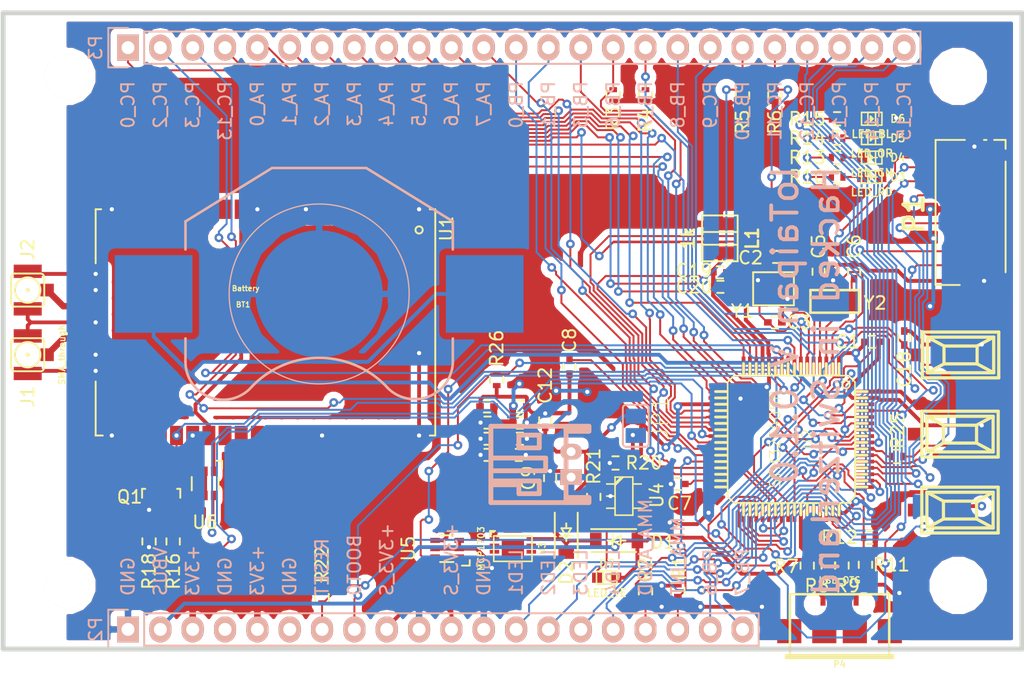
<source format=kicad_pcb>
(kicad_pcb (version 4) (host pcbnew 4.0.3-stable)
  (layers (0 Top signal) (1 In1.Cu signal) (2 In2.Cu signal) (31 Bottom signal) (34 B.Paste user) (35 F.Paste user) (36 B.SilkS user) (37 F.SilkS user) (38 B.Mask user) (39 F.Mask user) (44 Edge.Cuts user))
  (net 0 "")
  (net 1 +3V3)
  (net 2 GND)
  (net 3 VBAT)
  (net 4 VDDA)
  (net 5 VBUS)
  (net 6 ID)
  (net 7 NRST)
  (net 8 "Net-(C2-Pad1)")
  (net 9 PC_0)
  (net 10 PC_1)
  (net 11 PC_13)
  (net 12 PB_3)
  (net 13 PB_6)
  (net 14 PB_7)
  (net 15 PB_10)
  (net 16 PB_11)
  (net 17 +3V3_LORA)
  (net 18 RST_LORA)
  (net 19 "Net-(D5-Pad2)")
  (net 20 +3V3_S)
  (net 21 "Net-(Q1-Pad2)")
  (net 22 /VBAT_1)
  (net 23 "Net-(C3-Pad1)")
  (net 24 "Net-(D3-Pad2)")
  (net 25 "Net-(D4-Pad2)")
  (net 26 "Net-(D6-Pad2)")
  (net 27 "Net-(BT1-Pad1)")
  (net 28 "Net-(C5-Pad1)")
  (net 29 "Net-(C6-Pad1)")
  (net 30 "Net-(D7-Pad1)")
  (net 31 "Net-(P4-Pad1)")
  (net 32 "Net-(P4-Pad2)")
  (net 33 "Net-(P4-Pad3)")
  (net 34 "Net-(P4-Pad4)")
  (net 35 "Net-(R20-Pad1)")
  (net 36 "Net-(R21-Pad2)")
  (net 37 "Net-(R25-Pad2)")
  (net 38 "Net-(C7-Pad1)")
  (net 39 "Net-(C8-Pad1)")
  (net 40 /RFL)
  (net 41 /RFH)
  (net 42 SDIO_D1)
  (net 43 SDIO_DO)
  (net 44 SDIO_CLK)
  (net 45 SDIO_CMD)
  (net 46 SDIO_D3)
  (net 47 SDIO_D2)
  (net 48 SDIO_SW)
  (net 49 BOOT0)
  (net 50 SWDIO/LED1)
  (net 51 SWDCL/LED2)
  (net 52 LED3)
  (net 53 LED4)
  (net 54 MMA_AVDD)
  (net 55 MMA_INT)
  (net 56 PC_2)
  (net 57 PC_3)
  (net 58 PA_0)
  (net 59 PA_1)
  (net 60 PA_2)
  (net 61 PA_3)
  (net 62 PA_4)
  (net 63 PA_5)
  (net 64 PA_6)
  (net 65 PA_7)
  (net 66 PB_0)
  (net 67 PB_1)
  (net 68 PB_8)
  (net 69 PB_9)
  (net 70 PB_12)
  (net 71 PB_13)
  (net 72 PB_14)
  (net 73 PB_15)
  (net 74 D_N)
  (net 75 D_P)
  (net 76 PC_5)
  (net 77 PC_4)
  (net 78 LORA_TX)
  (net 79 LORA_RX)
  (net 80 /VIN)
  (module TO_SOT_Packages_SMD:SC-70-6 (layer Top) (at 121.22404 126.73076 90)
    (fp_text reference U5 (at 0.01016 -3.05054 90) (layer F.SilkS))
    (fp_text value MIC94091YC6)
    (pad 1 smd rect (at -0.65024 0.94996 90) (size 0.39878 0.7493) (layers Top F.Paste F.Mask) (net 20 +3V3_S))
    (pad 2 smd rect (at 0 0.94996 90) (size 0.39878 0.7493) (layers Top F.Paste F.Mask) (net 2 GND))
    (pad 3 smd rect (at 0.65024 0.94996 90) (size 0.39878 0.7493) (layers Top F.Paste F.Mask) (net 2 GND))
    (pad 4 smd rect (at 0.65024 -0.94996 90) (size 0.39878 0.7493) (layers Top F.Paste F.Mask) (net 1 +3V3))
    (pad 5 smd rect (at 0 -0.94996 90) (size 0.39878 0.7493) (layers Top F.Paste F.Mask) (net 2 GND))
    (pad 6 smd rect (at -0.65024 -0.94996 90) (size 0.39878 0.7493) (layers Top F.Paste F.Mask) (net 10 PC_1))
  )
  (module SparkFun:SparkFun-BATTERY_20MM_PTH_COMPACT (layer Bottom) (at 111.1734 106.7128)
    (fp_text reference BT1 (at -5.969 0.8382) (layer F.SilkS) (effects (font (size 0.4064 0.4064) (thickness 0.0889))))
    (fp_text value Battery (at -5.7658 -0.4318) (layer F.SilkS) (effects (font (size 0.4064 0.4064) (thickness 0.0889))))
    (pad 1 smd rect (at -13 0) (size 6.1 6.1) (layers Bottom B.Paste B.Mask) (net 27 "Net-(BT1-Pad1)"))
    (pad 2 smd oval (at 0 0) (size 10 10) (layers Bottom B.Paste B.Mask) (net 2 GND))
    (pad 1 smd rect (at 13 0) (size 6.1 6.1) (layers Bottom B.Paste B.Mask) (net 27 "Net-(BT1-Pad1)"))
  )
  (module w_smd_leds:Led_0603 (layer Top) (at 154.5693 97.518)
    (fp_text reference D3 (at 2.0447 0) (layer F.SilkS) (effects (font (size 0.59944 0.59944) (thickness 0.11938))))
    (fp_text value LED_RD (at 0 1.19888) (layer F.SilkS) (effects (font (size 0.59944 0.59944) (thickness 0.11938))))
    (pad 2 smd rect (at -0.7493 0) (size 0.79756 0.79756) (layers Top F.Paste F.Mask) (net 24 "Net-(D3-Pad2)"))
    (pad 1 smd rect (at 0.7493 0) (size 0.79756 0.79756) (layers Top F.Paste F.Mask) (net 2 GND))
  )
  (module w_smd_leds:Led_0603 (layer Top) (at 154.5693 95.994)
    (fp_text reference D4 (at 2.0447 0) (layer F.SilkS) (effects (font (size 0.59944 0.59944) (thickness 0.11938))))
    (fp_text value LED_GN (at 0 1.19888) (layer F.SilkS) (effects (font (size 0.59944 0.59944) (thickness 0.11938))))
    (pad 2 smd rect (at -0.7493 0) (size 0.79756 0.79756) (layers Top F.Paste F.Mask) (net 25 "Net-(D4-Pad2)"))
    (pad 1 smd rect (at 0.7493 0) (size 0.79756 0.79756) (layers Top F.Paste F.Mask) (net 2 GND))
  )
  (module w_smd_leds:Led_0603 (layer Top) (at 154.5693 94.47)
    (fp_text reference D5 (at 2.0447 0) (layer F.SilkS) (effects (font (size 0.59944 0.59944) (thickness 0.11938))))
    (fp_text value LED_OR (at 0 1.19888) (layer F.SilkS) (effects (font (size 0.59944 0.59944) (thickness 0.11938))))
    (pad 2 smd rect (at -0.7493 0) (size 0.79756 0.79756) (layers Top F.Paste F.Mask) (net 19 "Net-(D5-Pad2)"))
    (pad 1 smd rect (at 0.7493 0) (size 0.79756 0.79756) (layers Top F.Paste F.Mask) (net 2 GND))
  )
  (module w_smd_leds:Led_0603 (layer Top) (at 154.5693 92.946)
    (fp_text reference D6 (at 2.0447 0) (layer F.SilkS) (effects (font (size 0.59944 0.59944) (thickness 0.11938))))
    (fp_text value LED_BL (at 0 1.19888) (layer F.SilkS) (effects (font (size 0.59944 0.59944) (thickness 0.11938))))
    (pad 2 smd rect (at -0.7493 0) (size 0.79756 0.79756) (layers Top F.Paste F.Mask) (net 26 "Net-(D6-Pad2)"))
    (pad 1 smd rect (at 0.7493 0) (size 0.79756 0.79756) (layers Top F.Paste F.Mask) (net 2 GND))
  )
  (module w_conn_rf:coaxial_u.fl-r-smt-1 (layer Top) (at 88.287 106.408 90)
    (fp_text reference J2 (at 3.175 0.001 270) (layer F.SilkS))
    (fp_text value SMA_through hide)
    (pad 2 smd rect (at -1.475 0 90) (size 1.05 2.2) (layers Top F.Paste F.Mask) (net 2 GND))
    (pad 2 smd rect (at 1.475 0 90) (size 1.05 2.2) (layers Top F.Paste F.Mask) (net 2 GND))
    (pad 1 smd rect (at 0 1.525 90) (size 1 1.05) (layers Top F.Paste F.Mask) (net 41 /RFH))
  )
  (module Crystals:crystal_FA238-TSX3225 (layer Top) (at 146.8555 106.3065 180)
    (fp_text reference Y1 (at 2.4335 -1.7525 180) (layer F.SilkS))
    (fp_text value 12MHz)
    (pad 1 smd rect (at -1.1 0.8 180) (size 1.4 1.2) (layers Top F.Paste F.Mask) (net 8 "Net-(C2-Pad1)"))
    (pad 3 smd rect (at 1.1 0.8 180) (size 1.4 1.2) (layers Top F.Paste F.Mask) (net 2 GND))
    (pad 3 smd rect (at -1.1 -0.8 180) (size 1.4 1.2) (layers Top F.Paste F.Mask) (net 2 GND))
    (pad 2 smd rect (at 1.1 -0.8 180) (size 1.4 1.2) (layers Top F.Paste F.Mask) (net 23 "Net-(C3-Pad1)"))
  )
  (module Capacitors_SMD:C_0402 (layer Top) (at 154.582 110.472)
    (fp_text reference C1 (at -1.905 0) (layer F.SilkS))
    (fp_text value 100n)
    (pad 1 smd rect (at -0.55 0) (size 0.6 0.5) (layers Top F.Paste F.Mask) (net 27 "Net-(BT1-Pad1)"))
    (pad 2 smd rect (at 0.55 0) (size 0.6 0.5) (layers Top F.Paste F.Mask) (net 2 GND))
  )
  (module Capacitors_SMD:C_0402 (layer Top) (at 147.0675 103.8045 180)
    (fp_text reference C2 (at 2.0105 -0.0635 180) (layer F.SilkS))
    (fp_text value 18p,5%,50V)
    (pad 1 smd rect (at -0.55 0 180) (size 0.6 0.5) (layers Top F.Paste F.Mask) (net 8 "Net-(C2-Pad1)"))
    (pad 2 smd rect (at 0.55 0 180) (size 0.6 0.5) (layers Top F.Paste F.Mask) (net 2 GND))
  )
  (module Capacitors_SMD:C_0402 (layer Top) (at 146.962 108.948)
    (fp_text reference C3 (at 1.905 0) (layer F.SilkS))
    (fp_text value 18p,5%,50V)
    (pad 1 smd rect (at -0.55 0) (size 0.6 0.5) (layers Top F.Paste F.Mask) (net 23 "Net-(C3-Pad1)"))
    (pad 2 smd rect (at 0.55 0) (size 0.6 0.5) (layers Top F.Paste F.Mask) (net 2 GND))
  )
  (module Capacitors_SMD:C_0402 (layer Top) (at 126.938 116.822)
    (fp_text reference C4 hide)
    (fp_text value 4u7)
    (pad 1 smd rect (at -0.55 0) (size 0.6 0.5) (layers Top F.Paste F.Mask) (net 1 +3V3))
    (pad 2 smd rect (at 0.55 0) (size 0.6 0.5) (layers Top F.Paste F.Mask) (net 2 GND))
  )
  (module Capacitors_SMD:C_0402 (layer Top) (at 150.391 104.969 90)
    (fp_text reference C5 (at 1.99 0 90) (layer F.SilkS))
    (fp_text value 7p,5%,50V)
    (pad 1 smd rect (at -0.55 0 90) (size 0.6 0.5) (layers Top F.Paste F.Mask) (net 28 "Net-(C5-Pad1)"))
    (pad 2 smd rect (at 0.55 0 90) (size 0.6 0.5) (layers Top F.Paste F.Mask) (net 2 GND))
  )
  (module Capacitors_SMD:C_0402 (layer Top) (at 153.185 104.969 90)
    (fp_text reference C6 (at 1.99 0 90) (layer F.SilkS))
    (fp_text value 7p,5%,50V)
    (pad 1 smd rect (at -0.55 0 90) (size 0.6 0.5) (layers Top F.Paste F.Mask) (net 29 "Net-(C6-Pad1)"))
    (pad 2 smd rect (at 0.55 0 90) (size 0.6 0.5) (layers Top F.Paste F.Mask) (net 2 GND))
  )
  (module Capacitors_SMD:C_0402 (layer Top) (at 139.342 121.648 180)
    (fp_text reference C7 (at -0.127 -1.524 180) (layer F.SilkS))
    (fp_text value 2u2)
    (pad 1 smd rect (at -0.55 0 180) (size 0.6 0.5) (layers Top F.Paste F.Mask) (net 38 "Net-(C7-Pad1)"))
    (pad 2 smd rect (at 0.55 0 180) (size 0.6 0.5) (layers Top F.Paste F.Mask) (net 2 GND))
  )
  (module Capacitors_SMD:C_0402 (layer Top) (at 130.833 112.462 270)
    (fp_text reference C8 (at -2.117 0 270) (layer F.SilkS))
    (fp_text value 2u2)
    (pad 1 smd rect (at -0.55 0 270) (size 0.6 0.5) (layers Top F.Paste F.Mask) (net 39 "Net-(C8-Pad1)"))
    (pad 2 smd rect (at 0.55 0 270) (size 0.6 0.5) (layers Top F.Paste F.Mask) (net 2 GND))
  )
  (module Capacitors_SMD:C_0402 (layer Top) (at 129.309 121.182 90)
    (fp_text reference C9 (at 0 -1.7 90) (layer F.SilkS))
    (fp_text value 1u)
    (pad 1 smd rect (at -0.55 0 90) (size 0.6 0.5) (layers Top F.Paste F.Mask) (net 80 /VIN))
    (pad 2 smd rect (at 0.55 0 90) (size 0.6 0.5) (layers Top F.Paste F.Mask) (net 2 GND))
  )
  (module Capacitors_SMD:C_0402 (layer Top) (at 126.938 118.092)
    (fp_text reference C10 hide)
    (fp_text value 10u)
    (pad 1 smd rect (at -0.55 0) (size 0.6 0.5) (layers Top F.Paste F.Mask) (net 1 +3V3))
    (pad 2 smd rect (at 0.55 0) (size 0.6 0.5) (layers Top F.Paste F.Mask) (net 2 GND))
  )
  (module Capacitors_SMD:C_0402 (layer Top) (at 124.356 115.552 180)
    (fp_text reference C11 hide)
    (fp_text value 1u)
    (pad 1 smd rect (at -0.55 0 180) (size 0.6 0.5) (layers Top F.Paste F.Mask) (net 1 +3V3))
    (pad 2 smd rect (at 0.55 0 180) (size 0.6 0.5) (layers Top F.Paste F.Mask) (net 2 GND))
  )
  (module Capacitors_SMD:C_0402 (layer Top) (at 128.928 116.653 90)
    (fp_text reference C12 (at 2.752 0 270) (layer F.SilkS))
    (fp_text value 10u)
    (pad 1 smd rect (at -0.55 0 90) (size 0.6 0.5) (layers Top F.Paste F.Mask) (net 3 VBAT))
    (pad 2 smd rect (at 0.55 0 90) (size 0.6 0.5) (layers Top F.Paste F.Mask) (net 2 GND))
  )
  (module Capacitors_SMD:C_0402 (layer Top) (at 124.398 116.822 180)
    (fp_text reference C13 hide)
    (fp_text value 4u7)
    (pad 1 smd rect (at -0.55 0 180) (size 0.6 0.5) (layers Top F.Paste F.Mask) (net 1 +3V3))
    (pad 2 smd rect (at 0.55 0 180) (size 0.6 0.5) (layers Top F.Paste F.Mask) (net 2 GND))
  )
  (module Capacitors_SMD:C_0402 (layer Top) (at 124.398 119.362 180)
    (fp_text reference C14 hide)
    (fp_text value 100n)
    (pad 1 smd rect (at -0.55 0 180) (size 0.6 0.5) (layers Top F.Paste F.Mask) (net 1 +3V3))
    (pad 2 smd rect (at 0.55 0 180) (size 0.6 0.5) (layers Top F.Paste F.Mask) (net 2 GND))
  )
  (module Capacitors_SMD:C_0402 (layer Top) (at 124.398 118.092 180)
    (fp_text reference C15 hide)
    (fp_text value 100n)
    (pad 1 smd rect (at -0.55 0 180) (size 0.6 0.5) (layers Top F.Paste F.Mask) (net 1 +3V3))
    (pad 2 smd rect (at 0.55 0 180) (size 0.6 0.5) (layers Top F.Paste F.Mask) (net 2 GND))
  )
  (module Capacitors_SMD:C_0402 (layer Top) (at 126.854 119.362)
    (fp_text reference C16 hide)
    (fp_text value 100n)
    (pad 1 smd rect (at -0.55 0) (size 0.6 0.5) (layers Top F.Paste F.Mask) (net 1 +3V3))
    (pad 2 smd rect (at 0.55 0) (size 0.6 0.5) (layers Top F.Paste F.Mask) (net 2 GND))
  )
  (module Capacitors_SMD:C_0402 (layer Top) (at 126.938 115.552)
    (fp_text reference C17 hide)
    (fp_text value 100n)
    (pad 1 smd rect (at -0.55 0) (size 0.6 0.5) (layers Top F.Paste F.Mask) (net 1 +3V3))
    (pad 2 smd rect (at 0.55 0) (size 0.6 0.5) (layers Top F.Paste F.Mask) (net 2 GND))
  )
  (module Resistors_SMD:R_0402 (layer Top) (at 139.342 130.03 270)
    (fp_text reference R1 (at -1.778 -0.127 270) (layer F.SilkS))
    (fp_text value 100k)
    (pad 1 smd rect (at -0.45 0 270) (size 0.4 0.6) (layers Top F.Paste F.Mask) (net 2 GND))
    (pad 2 smd rect (at 0.45 0 270) (size 0.4 0.6) (layers Top F.Paste F.Mask) (net 55 MMA_INT))
  )
  (module Resistors_SMD:R_0402 (layer Top) (at 136.802 130.088 270)
    (fp_text reference R2 (at -1.709 0 270) (layer F.SilkS))
    (fp_text value 100k)
    (pad 1 smd rect (at -0.45 0 270) (size 0.4 0.6) (layers Top F.Paste F.Mask) (net 2 GND))
    (pad 2 smd rect (at 0.45 0 270) (size 0.4 0.6) (layers Top F.Paste F.Mask) (net 54 MMA_AVDD))
  )
  (module Resistors_SMD:R_0402 (layer Top) (at 134.262 91.11 90)
    (fp_text reference R3 (at -1.836 0 90) (layer F.SilkS) (effects (font (thickness 0.125))))
    (fp_text value 4k7)
    (pad 1 smd rect (at -0.45 0 90) (size 0.4 0.6) (layers Top F.Paste F.Mask) (net 1 +3V3))
    (pad 2 smd rect (at 0.45 0 90) (size 0.4 0.6) (layers Top F.Paste F.Mask) (net 13 PB_6))
  )
  (module Resistors_SMD:R_0402 (layer Top) (at 136.802 91.11 90)
    (fp_text reference R4 (at -1.963 0 90) (layer F.SilkS))
    (fp_text value 4k7)
    (pad 1 smd rect (at -0.45 0 90) (size 0.4 0.6) (layers Top F.Paste F.Mask) (net 1 +3V3))
    (pad 2 smd rect (at 0.45 0 90) (size 0.4 0.6) (layers Top F.Paste F.Mask) (net 14 PB_7))
  )
  (module Resistors_SMD:R_0402 (layer Top) (at 144.422 91.11 270)
    (fp_text reference R5 (at 2.09 0 270) (layer F.SilkS))
    (fp_text value 4k7)
    (pad 1 smd rect (at -0.45 0 270) (size 0.4 0.6) (layers Top F.Paste F.Mask) (net 15 PB_10))
    (pad 2 smd rect (at 0.45 0 270) (size 0.4 0.6) (layers Top F.Paste F.Mask) (net 1 +3V3))
  )
  (module Resistors_SMD:R_0402 (layer Top) (at 146.962 91.11 270)
    (fp_text reference R6 (at 2.09 0 270) (layer F.SilkS))
    (fp_text value 4k7)
    (pad 1 smd rect (at -0.45 0 270) (size 0.4 0.6) (layers Top F.Paste F.Mask) (net 16 PB_11))
    (pad 2 smd rect (at 0.45 0 270) (size 0.4 0.6) (layers Top F.Paste F.Mask) (net 1 +3V3))
  )
  (module Resistors_SMD:R_0402 (layer Top) (at 149.502 128.067 270)
    (fp_text reference R7 (at 0.058 1.651 360) (layer F.SilkS))
    (fp_text value 560)
    (pad 1 smd rect (at -0.45 0 270) (size 0.4 0.6) (layers Top F.Paste F.Mask) (net 5 VBUS))
    (pad 2 smd rect (at 0.45 0 270) (size 0.4 0.6) (layers Top F.Paste F.Mask) (net 31 "Net-(P4-Pad1)"))
  )
  (module Resistors_SMD:R_0402 (layer Top) (at 151.153 128.056 270)
    (fp_text reference R8 (at 1.593 0.889 360) (layer F.SilkS))
    (fp_text value 22)
    (pad 1 smd rect (at -0.45 0 270) (size 0.4 0.6) (layers Top F.Paste F.Mask) (net 74 D_N))
    (pad 2 smd rect (at 0.45 0 270) (size 0.4 0.6) (layers Top F.Paste F.Mask) (net 32 "Net-(P4-Pad2)"))
  )
  (module Resistors_SMD:R_0402 (layer Top) (at 152.2325 128.056 270)
    (fp_text reference R9 (at 1.593 -0.4445 360) (layer F.SilkS))
    (fp_text value 22)
    (pad 1 smd rect (at -0.45 0 270) (size 0.4 0.6) (layers Top F.Paste F.Mask) (net 75 D_P))
    (pad 2 smd rect (at 0.45 0 270) (size 0.4 0.6) (layers Top F.Paste F.Mask) (net 33 "Net-(P4-Pad3)"))
  )
  (module Resistors_SMD:R_0402 (layer Top) (at 151.857 97.518)
    (fp_text reference R10 (at -2.355 0) (layer F.SilkS))
    (fp_text value 560)
    (pad 1 smd rect (at -0.45 0) (size 0.4 0.6) (layers Top F.Paste F.Mask) (net 50 SWDIO/LED1))
    (pad 2 smd rect (at 0.45 0) (size 0.4 0.6) (layers Top F.Paste F.Mask) (net 24 "Net-(D3-Pad2)"))
  )
  (module Resistors_SMD:R_0402 (layer Top) (at 154.074 127.998 270)
    (fp_text reference R11 (at 0 -2.032 360) (layer F.SilkS))
    (fp_text value 560)
    (pad 1 smd rect (at -0.45 0 270) (size 0.4 0.6) (layers Top F.Paste F.Mask) (net 6 ID))
    (pad 2 smd rect (at 0.45 0 270) (size 0.4 0.6) (layers Top F.Paste F.Mask) (net 34 "Net-(P4-Pad4)"))
  )
  (module Resistors_SMD:R_0402 (layer Top) (at 154.386 125.839)
    (fp_text reference R12 (at -2.344 0) (layer F.SilkS))
    (fp_text value 100k)
    (pad 1 smd rect (at -0.45 0) (size 0.4 0.6) (layers Top F.Paste F.Mask) (net 6 ID))
    (pad 2 smd rect (at 0.45 0) (size 0.4 0.6) (layers Top F.Paste F.Mask) (net 1 +3V3))
  )
  (module Resistors_SMD:R_0402 (layer Top) (at 151.857 95.994)
    (fp_text reference R13 (at -2.355 0) (layer F.SilkS))
    (fp_text value 560)
    (pad 1 smd rect (at -0.45 0) (size 0.4 0.6) (layers Top F.Paste F.Mask) (net 51 SWDCL/LED2))
    (pad 2 smd rect (at 0.45 0) (size 0.4 0.6) (layers Top F.Paste F.Mask) (net 25 "Net-(D4-Pad2)"))
  )
  (module Resistors_SMD:R_0402 (layer Top) (at 151.846 94.47)
    (fp_text reference R14 (at -2.344 0) (layer F.SilkS))
    (fp_text value 560)
    (pad 1 smd rect (at -0.45 0) (size 0.4 0.6) (layers Top F.Paste F.Mask) (net 52 LED3))
    (pad 2 smd rect (at 0.45 0) (size 0.4 0.6) (layers Top F.Paste F.Mask) (net 19 "Net-(D5-Pad2)"))
  )
  (module Resistors_SMD:R_0402 (layer Top) (at 151.846 92.946)
    (fp_text reference R15 (at -2.344 0) (layer F.SilkS))
    (fp_text value 560)
    (pad 1 smd rect (at -0.45 0) (size 0.4 0.6) (layers Top F.Paste F.Mask) (net 53 LED4))
    (pad 2 smd rect (at 0.45 0) (size 0.4 0.6) (layers Top F.Paste F.Mask) (net 26 "Net-(D6-Pad2)"))
  )
  (module Resistors_SMD:R_0402 (layer Top) (at 99.707 126.162 90)
    (fp_text reference R16 (at -2.344 0.011 90) (layer F.SilkS))
    (fp_text value 1k)
    (pad 1 smd rect (at -0.45 0 90) (size 0.4 0.6) (layers Top F.Paste F.Mask) (net 76 PC_5))
    (pad 2 smd rect (at 0.45 0 90) (size 0.4 0.6) (layers Top F.Paste F.Mask) (net 21 "Net-(Q1-Pad2)"))
  )
  (module Capacitors_SMD:C_0402 (layer Top) (at 157.122 110.176 90)
    (fp_text reference C18 (at -2.455 0 90) (layer F.SilkS))
    (fp_text value 100n)
    (pad 1 smd rect (at -0.55 0 90) (size 0.6 0.5) (layers Top F.Paste F.Mask) (net 7 NRST))
    (pad 2 smd rect (at 0.55 0 90) (size 0.6 0.5) (layers Top F.Paste F.Mask) (net 2 GND))
  )
  (module Capacitors_SMD:C_0402 (layer Top) (at 142.644 105.011)
    (fp_text reference C19 (at -2.032 -0.127) (layer F.SilkS))
    (fp_text value 4u7)
    (pad 1 smd rect (at -0.55 0) (size 0.6 0.5) (layers Top F.Paste F.Mask) (net 4 VDDA))
    (pad 2 smd rect (at 0.55 0) (size 0.6 0.5) (layers Top F.Paste F.Mask) (net 2 GND))
  )
  (module Capacitors_SMD:C_0402 (layer Top) (at 142.686 106.154)
    (fp_text reference C20 (at -2.074 0) (layer F.SilkS))
    (fp_text value 100n)
    (pad 1 smd rect (at -0.55 0) (size 0.6 0.5) (layers Top F.Paste F.Mask) (net 4 VDDA))
    (pad 2 smd rect (at 0.55 0) (size 0.6 0.5) (layers Top F.Paste F.Mask) (net 2 GND))
  )
  (module Resistors_SMD:R_0402 (layer Top) (at 97.813 126.162 270)
    (fp_text reference R18 (at 2.344 0 270) (layer F.SilkS))
    (fp_text value 10k)
    (pad 1 smd rect (at -0.45 0 270) (size 0.4 0.6) (layers Top F.Paste F.Mask) (net 21 "Net-(Q1-Pad2)"))
    (pad 2 smd rect (at 0.45 0 270) (size 0.4 0.6) (layers Top F.Paste F.Mask) (net 2 GND))
  )
  (module TO_SOT_Packages_SMD:SOT-23 (layer Top) (at 98.768 122.67924)
    (fp_text reference Q1 (at -2.479 -0.01524) (layer F.SilkS))
    (fp_text value MOS_N_SGD)
    (pad 1 smd rect (at -0.95 1.00076) (size 0.8001 0.8001) (layers Top F.Paste F.Mask) (net 2 GND))
    (pad 2 smd rect (at 0.95 1.00076) (size 0.8001 0.8001) (layers Top F.Paste F.Mask) (net 21 "Net-(Q1-Pad2)"))
    (pad 3 smd rect (at 0 -0.99822) (size 0.8001 0.8001) (layers Top F.Paste F.Mask) (net 18 RST_LORA))
  )
  (module Resistors_SMD:R_0402 (layer Top) (at 134.447 119.997 180)
    (fp_text reference R20 (at -2.228 0 180) (layer F.SilkS))
    (fp_text value 4k7)
    (pad 1 smd rect (at -0.45 0 180) (size 0.4 0.6) (layers Top F.Paste F.Mask) (net 35 "Net-(R20-Pad1)"))
    (pad 2 smd rect (at 0.45 0 180) (size 0.4 0.6) (layers Top F.Paste F.Mask) (net 2 GND))
  )
  (module Resistors_SMD:R_0402 (layer Top) (at 132.738 122.664 90)
    (fp_text reference R21 (at 2.413 0 90) (layer F.SilkS))
    (fp_text value 1k)
    (pad 1 smd rect (at -0.45 0 90) (size 0.4 0.6) (layers Top F.Paste F.Mask) (net 30 "Net-(D7-Pad1)"))
    (pad 2 smd rect (at 0.45 0 90) (size 0.4 0.6) (layers Top F.Paste F.Mask) (net 36 "Net-(R21-Pad2)"))
  )
  (module Resistors_SMD:R_0402 (layer Top) (at 156.556 119.489)
    (fp_text reference R25 (at 0.058 -2.032 90) (layer F.SilkS))
    (fp_text value 4k7)
    (pad 1 smd rect (at -0.45 0) (size 0.4 0.6) (layers Top F.Paste F.Mask) (net 12 PB_3))
    (pad 2 smd rect (at 0.45 0) (size 0.4 0.6) (layers Top F.Paste F.Mask) (net 37 "Net-(R25-Pad2)"))
  )
  (module Pin_Headers:Pin_Header_Straight_1x25 (layer Bottom) (at 96.162 87.358 270)
    (fp_text reference P3 (at 0 2.54 270) (layer B.SilkS) (effects (justify mirror)))
    (fp_text value CONN_01X25)
    (pad 1 thru_hole rect (at 0 0 270) (size 2.032 1.7272) (drill 1.016) (layers *.Cu *.Mask B.SilkS) (net 9 PC_0))
    (pad 2 thru_hole oval (at 0 -2.54 270) (size 2.032 1.7272) (drill 1.016) (layers *.Cu *.Mask B.SilkS) (net 56 PC_2))
    (pad 3 thru_hole oval (at 0 -5.08 270) (size 2.032 1.7272) (drill 1.016) (layers *.Cu *.Mask B.SilkS) (net 57 PC_3))
    (pad 4 thru_hole oval (at 0 -7.62 270) (size 2.032 1.7272) (drill 1.016) (layers *.Cu *.Mask B.SilkS) (net 11 PC_13))
    (pad 5 thru_hole oval (at 0 -10.16 270) (size 2.032 1.7272) (drill 1.016) (layers *.Cu *.Mask B.SilkS) (net 58 PA_0))
    (pad 6 thru_hole oval (at 0 -12.7 270) (size 2.032 1.7272) (drill 1.016) (layers *.Cu *.Mask B.SilkS) (net 59 PA_1))
    (pad 7 thru_hole oval (at 0 -15.24 270) (size 2.032 1.7272) (drill 1.016) (layers *.Cu *.Mask B.SilkS) (net 60 PA_2))
    (pad 8 thru_hole oval (at 0 -17.78 270) (size 2.032 1.7272) (drill 1.016) (layers *.Cu *.Mask B.SilkS) (net 61 PA_3))
    (pad 9 thru_hole oval (at 0 -20.32 270) (size 2.032 1.7272) (drill 1.016) (layers *.Cu *.Mask B.SilkS) (net 62 PA_4))
    (pad 10 thru_hole oval (at 0 -22.86 270) (size 2.032 1.7272) (drill 1.016) (layers *.Cu *.Mask B.SilkS) (net 63 PA_5))
    (pad 11 thru_hole oval (at 0 -25.4 270) (size 2.032 1.7272) (drill 1.016) (layers *.Cu *.Mask B.SilkS) (net 64 PA_6))
    (pad 12 thru_hole oval (at 0 -27.94 270) (size 2.032 1.7272) (drill 1.016) (layers *.Cu *.Mask B.SilkS) (net 65 PA_7))
    (pad 13 thru_hole oval (at 0 -30.48 270) (size 2.032 1.7272) (drill 1.016) (layers *.Cu *.Mask B.SilkS) (net 66 PB_0))
    (pad 14 thru_hole oval (at 0 -33.02 270) (size 2.032 1.7272) (drill 1.016) (layers *.Cu *.Mask B.SilkS) (net 67 PB_1))
    (pad 15 thru_hole oval (at 0 -35.56 270) (size 2.032 1.7272) (drill 1.016) (layers *.Cu *.Mask B.SilkS) (net 12 PB_3))
    (pad 16 thru_hole oval (at 0 -38.1 270) (size 2.032 1.7272) (drill 1.016) (layers *.Cu *.Mask B.SilkS) (net 13 PB_6))
    (pad 17 thru_hole oval (at 0 -40.64 270) (size 2.032 1.7272) (drill 1.016) (layers *.Cu *.Mask B.SilkS) (net 14 PB_7))
    (pad 18 thru_hole oval (at 0 -43.18 270) (size 2.032 1.7272) (drill 1.016) (layers *.Cu *.Mask B.SilkS) (net 68 PB_8))
    (pad 19 thru_hole oval (at 0 -45.72 270) (size 2.032 1.7272) (drill 1.016) (layers *.Cu *.Mask B.SilkS) (net 69 PB_9))
    (pad 20 thru_hole oval (at 0 -48.26 270) (size 2.032 1.7272) (drill 1.016) (layers *.Cu *.Mask B.SilkS) (net 15 PB_10))
    (pad 21 thru_hole oval (at 0 -50.8 270) (size 2.032 1.7272) (drill 1.016) (layers *.Cu *.Mask B.SilkS) (net 16 PB_11))
    (pad 22 thru_hole oval (at 0 -53.34 270) (size 2.032 1.7272) (drill 1.016) (layers *.Cu *.Mask B.SilkS) (net 70 PB_12))
    (pad 23 thru_hole oval (at 0 -55.88 270) (size 2.032 1.7272) (drill 1.016) (layers *.Cu *.Mask B.SilkS) (net 71 PB_13))
    (pad 24 thru_hole oval (at 0 -58.42 270) (size 2.032 1.7272) (drill 1.016) (layers *.Cu *.Mask B.SilkS) (net 72 PB_14))
    (pad 25 thru_hole oval (at 0 -60.96 270) (size 2.032 1.7272) (drill 1.016) (layers *.Cu *.Mask B.SilkS) (net 73 PB_15))
  )
  (module w_conn_rf:coaxial_u.fl-r-smt-1 (layer Top) (at 88.287 111.488 90)
    (fp_text reference J1 (at -3.302 0.001 90) (layer F.SilkS))
    (fp_text value SMA_through (at 0 2.7 90) (layer F.SilkS) (effects (font (size 0.5 0.5) (thickness 0.1))))
    (pad 2 smd rect (at -1.475 0 90) (size 1.05 2.2) (layers Top F.Paste F.Mask) (net 2 GND))
    (pad 2 smd rect (at 1.475 0 90) (size 1.05 2.2) (layers Top F.Paste F.Mask) (net 2 GND))
    (pad 1 smd rect (at 0 1.525 90) (size 1 1.05) (layers Top F.Paste F.Mask) (net 40 /RFL))
  )
  (module Diodes_SMD:SOD-123 (layer Top) (at 130.579 125.442 90)
    (fp_text reference D2 (at -3.159 0 90) (layer F.SilkS))
    (fp_text value D_Schottky)
    (pad 1 smd rect (at -1.635 0 90) (size 0.91 1.22) (layers Top F.Paste F.Mask) (net 80 /VIN))
    (pad 2 smd rect (at 1.635 0 90) (size 0.91 1.22) (layers Top F.Paste F.Mask) (net 3 VBAT))
  )
  (module SD_Slot:microsd_socket (layer Top) (at 159.582 100.608 90)
    (fp_text reference P1 (at 0.169 -1.698 90) (layer F.SilkS) (effects (font (thickness 0.3048))))
    (fp_text value 47309-2651_uSD_slot hide)
    (pad 8 smd rect (at -3.85 1.35 90) (size 0.7 1.3) (layers Top F.Paste F.Mask) (net 42 SDIO_D1) (clearance 0.20066))
    (pad 7 smd rect (at -2.75 1.35 90) (size 0.7 1.3) (layers Top F.Paste F.Mask) (net 43 SDIO_DO) (clearance 0.20066))
    (pad 6 smd rect (at -1.65 1.35 90) (size 0.7 1.3) (layers Top F.Paste F.Mask) (net 2 GND) (clearance 0.20066))
    (pad 5 smd rect (at -0.55 1.35 90) (size 0.7 1.3) (layers Top F.Paste F.Mask) (net 44 SDIO_CLK) (clearance 0.20066))
    (pad 4 smd rect (at 0.55 1.35 90) (size 0.7 1.3) (layers Top F.Paste F.Mask) (net 1 +3V3) (clearance 0.20066))
    (pad 3 smd rect (at 1.65 1.35 90) (size 0.7 1.3) (layers Top F.Paste F.Mask) (net 45 SDIO_CMD) (clearance 0.20066))
    (pad 2 smd rect (at 2.75 1.35 90) (size 0.7 1.3) (layers Top F.Paste F.Mask) (net 46 SDIO_D3) (clearance 0.20066))
    (pad 1 smd rect (at 3.85 1.35 90) (size 0.7 1.3) (layers Top F.Paste F.Mask) (net 47 SDIO_D2) (clearance 0.20066))
    (pad G1 smd rect (at 5.475 3.05 90) (size 1.45 1.4) (layers Top F.Paste F.Mask) (net 2 GND) (clearance 0.20066))
    (pad 10 smd rect (at 4.775 5.275 90) (size 0.95 0.85) (layers Top F.Paste F.Mask) (net 48 SDIO_SW) (clearance 0.20066))
    (pad 9 smd rect (at 5.7 4.3 90) (size 1 0.6) (layers Top F.Paste F.Mask) (net 2 GND) (clearance 0.20066))
    (pad G1 smd rect (at -5.08 3.81 90) (size 1.2 3.79) (layers Top F.Paste F.Mask) (net 2 GND) (clearance 0.20066))
  )
  (module Resistors_SMD:R_0402 (layer Top) (at 111.402 130.538 90)
    (fp_text reference R22 (at 2.54 0 90) (layer F.SilkS))
    (fp_text value 4k7)
    (pad 1 smd rect (at -0.45 0 90) (size 0.4 0.6) (layers Top F.Paste F.Mask) (net 7 NRST))
    (pad 2 smd rect (at 0.45 0 90) (size 0.4 0.6) (layers Top F.Paste F.Mask) (net 1 +3V3))
  )
  (module LoTaipan2:ST3215SB32768C0HPWBB (layer Top) (at 150.391 107.297)
    (fp_text reference Y2 (at 4.445 0.127) (layer F.SilkS))
    (fp_text value 32kHz)
    (pad 1 smd rect (at 0 0) (size 1 1.55) (layers Top F.Paste F.Mask) (net 28 "Net-(C5-Pad1)"))
    (pad 2 smd rect (at 2.6 0) (size 1 1.55) (layers Top F.Paste F.Mask) (net 29 "Net-(C6-Pad1)"))
  )
  (module Resistors_SMD:R_0402 (layer Top) (at 125.118 113.462 270)
    (fp_text reference R26 (at -2.482 0 270) (layer F.SilkS))
    (fp_text value 100k)
    (pad 1 smd rect (at -0.45 0 270) (size 0.4 0.6) (layers Top F.Paste F.Mask) (net 49 BOOT0))
    (pad 2 smd rect (at 0.45 0 270) (size 0.4 0.6) (layers Top F.Paste F.Mask) (net 2 GND))
  )
  (module w_smd_inductors:inductor_smd_1008 (layer Top) (at 142.644 102.344 270)
    (fp_text reference L1 (at 0 -2.54 270) (layer F.SilkS) (effects (font (size 0.99568 0.99568) (thickness 0.19558))))
    (fp_text value 1k (at 0 2.49936 270) (layer F.SilkS) (effects (font (size 0.99822 0.99822) (thickness 0.19812))))
    (pad 1 smd rect (at -1.143 0 270) (size 1.016 2.54) (layers Top F.Paste F.Mask) (net 1 +3V3))
    (pad 2 smd rect (at 1.143 0 270) (size 1.016 2.54) (layers Top F.Paste F.Mask) (net 4 VDDA))
  )
  (module Diodes_SMD:SOD-123 (layer Top) (at 134.532 126.093)
    (fp_text reference D1 (at 3.667 0.127) (layer F.SilkS))
    (fp_text value D_Schottky)
    (pad 1 smd rect (at -1.635 0) (size 0.91 1.22) (layers Top F.Paste F.Mask) (net 80 /VIN))
    (pad 2 smd rect (at 1.635 0) (size 0.91 1.22) (layers Top F.Paste F.Mask) (net 5 VBUS))
  )
  (module w_smd_leds:Led_0603 (layer Top) (at 133.754 129.014)
    (fp_text reference D7 (at 0 -1.09982) (layer F.SilkS) (effects (font (size 0.59944 0.59944) (thickness 0.11938))))
    (fp_text value LED_YE (at 0 1.19888) (layer F.SilkS) (effects (font (size 0.59944 0.59944) (thickness 0.11938))))
    (pad 1 smd rect (at -0.7493 0) (size 0.79756 0.79756) (layers Top F.Paste F.Mask) (net 30 "Net-(D7-Pad1)"))
    (pad 2 smd rect (at 0.7493 0) (size 0.79756 0.79756) (layers Top F.Paste F.Mask) (net 5 VBUS))
  )
  (module Pin_Headers:Pin_Header_Straight_1x20 (layer Bottom) (at 96.162 133.078 270)
    (fp_text reference P2 (at 0 2.54 270) (layer B.SilkS) (effects (justify mirror)))
    (fp_text value CONN_01X20)
    (pad 1 thru_hole rect (at 0 0 270) (size 2.032 1.7272) (drill 1.016) (layers *.Cu *.Mask B.SilkS) (net 2 GND))
    (pad 2 thru_hole oval (at 0 -2.54 270) (size 2.032 1.7272) (drill 1.016) (layers *.Cu *.Mask B.SilkS) (net 5 VBUS))
    (pad 3 thru_hole oval (at 0 -5.08 270) (size 2.032 1.7272) (drill 1.016) (layers *.Cu *.Mask B.SilkS) (net 1 +3V3))
    (pad 4 thru_hole oval (at 0 -7.62 270) (size 2.032 1.7272) (drill 1.016) (layers *.Cu *.Mask B.SilkS) (net 2 GND))
    (pad 5 thru_hole oval (at 0 -10.16 270) (size 2.032 1.7272) (drill 1.016) (layers *.Cu *.Mask B.SilkS) (net 1 +3V3))
    (pad 6 thru_hole oval (at 0 -12.7 270) (size 2.032 1.7272) (drill 1.016) (layers *.Cu *.Mask B.SilkS) (net 2 GND))
    (pad 7 thru_hole oval (at 0 -15.24 270) (size 2.032 1.7272) (drill 1.016) (layers *.Cu *.Mask B.SilkS) (net 7 NRST))
    (pad 8 thru_hole oval (at 0 -17.78 270) (size 2.032 1.7272) (drill 1.016) (layers *.Cu *.Mask B.SilkS) (net 49 BOOT0))
    (pad 9 thru_hole oval (at 0 -20.32 270) (size 2.032 1.7272) (drill 1.016) (layers *.Cu *.Mask B.SilkS) (net 20 +3V3_S))
    (pad 10 thru_hole oval (at 0 -22.86 270) (size 2.032 1.7272) (drill 1.016) (layers *.Cu *.Mask B.SilkS) (net 2 GND))
    (pad 11 thru_hole oval (at 0 -25.4 270) (size 2.032 1.7272) (drill 1.016) (layers *.Cu *.Mask B.SilkS) (net 20 +3V3_S))
    (pad 12 thru_hole oval (at 0 -27.94 270) (size 2.032 1.7272) (drill 1.016) (layers *.Cu *.Mask B.SilkS) (net 2 GND))
    (pad 13 thru_hole oval (at 0 -30.48 270) (size 2.032 1.7272) (drill 1.016) (layers *.Cu *.Mask B.SilkS) (net 50 SWDIO/LED1))
    (pad 14 thru_hole oval (at 0 -33.02 270) (size 2.032 1.7272) (drill 1.016) (layers *.Cu *.Mask B.SilkS) (net 51 SWDCL/LED2))
    (pad 15 thru_hole oval (at 0 -35.56 270) (size 2.032 1.7272) (drill 1.016) (layers *.Cu *.Mask B.SilkS) (net 52 LED3))
    (pad 16 thru_hole oval (at 0 -38.1 270) (size 2.032 1.7272) (drill 1.016) (layers *.Cu *.Mask B.SilkS) (net 53 LED4))
    (pad 17 thru_hole oval (at 0 -40.64 270) (size 2.032 1.7272) (drill 1.016) (layers *.Cu *.Mask B.SilkS) (net 54 MMA_AVDD))
    (pad 18 thru_hole oval (at 0 -43.18 270) (size 2.032 1.7272) (drill 1.016) (layers *.Cu *.Mask B.SilkS) (net 55 MMA_INT))
    (pad 19 thru_hole oval (at 0 -45.72 270) (size 2.032 1.7272) (drill 1.016) (layers *.Cu *.Mask B.SilkS) (net 13 PB_6))
    (pad 20 thru_hole oval (at 0 -48.26 270) (size 2.032 1.7272) (drill 1.016) (layers *.Cu *.Mask B.SilkS) (net 14 PB_7))
  )
  (module w_conn_pc:conn_usb_B_micro_smd-2 (layer Top) (at 152.042 133.21262)
    (fp_text reference P4 (at 0 2.60096) (layer F.SilkS) (effects (font (size 0.50038 0.50038) (thickness 0.09906))))
    (fp_text value USB_OTG (at 0 -4.0005) (layer F.SilkS) (effects (font (size 0.50038 0.50038) (thickness 0.09906))))
    (pad "" smd rect (at -1.19888 0) (size 1.89738 1.89738) (layers Top F.Paste F.Mask))
    (pad "" smd rect (at 1.19888 0) (size 1.89738 1.89738) (layers Top F.Paste F.Mask))
    (pad "" smd rect (at 3.9497 0) (size 1.89738 1.89738) (layers Top F.Paste F.Mask))
    (pad "" smd rect (at -3.9497 0) (size 1.89738 1.89738) (layers Top F.Paste F.Mask))
    (pad 1 smd rect (at -1.30048 -2.67462) (size 0.39878 1.34874) (layers Top F.Paste F.Mask) (net 31 "Net-(P4-Pad1)"))
    (pad 2 smd rect (at -0.6477 -2.67462) (size 0.39878 1.3462) (layers Top F.Paste F.Mask) (net 32 "Net-(P4-Pad2)"))
    (pad 3 smd rect (at 0 -2.67462) (size 0.39878 1.3462) (layers Top F.Paste F.Mask) (net 33 "Net-(P4-Pad3)"))
    (pad 4 smd rect (at 0.6477 -2.67462) (size 0.39878 1.3462) (layers Top F.Paste F.Mask) (net 34 "Net-(P4-Pad4)"))
    (pad 5 smd rect (at 1.30048 -2.67462) (size 0.39878 1.3462) (layers Top F.Paste F.Mask) (net 2 GND))
    (pad "" np_thru_hole circle (at 1.89738 -2.1463) (size 0.79756 0.79756) (drill 0.79756) (layers *.Cu *.Mask F.SilkS))
    (pad "" np_thru_hole circle (at -1.89992 -2.14884) (size 0.79756 0.79756) (drill 0.79756) (layers *.Cu *.Mask F.SilkS))
  )
  (module My_Library:RN2483 (layer Top) (at 120.292 117.838 90)
    (fp_text reference U1 (at 16.256 0.889 90) (layer F.SilkS))
    (fp_text value RN2483 hide)
    (pad 47 smd rect (at 0 -1.27 90) (size 1.524 1.016) (layers Top F.Paste F.Mask) (net 2 GND))
    (pad 46 smd rect (at 0 -2.54 90) (size 1.524 1.016) (layers Top F.Paste F.Mask))
    (pad 45 smd rect (at 0 -3.81 90) (size 1.524 1.016) (layers Top F.Paste F.Mask))
    (pad 44 smd rect (at 0 -5.08 90) (size 1.524 1.016) (layers Top F.Paste F.Mask))
    (pad 43 smd rect (at 0 -6.35 90) (size 1.524 1.016) (layers Top F.Paste F.Mask))
    (pad 42 smd rect (at 0 -7.62 90) (size 1.524 1.016) (layers Top F.Paste F.Mask))
    (pad 41 smd rect (at 0 -8.89 90) (size 1.524 1.016) (layers Top F.Paste F.Mask) (net 2 GND))
    (pad 40 smd rect (at 0 -10.16 90) (size 1.524 1.016) (layers Top F.Paste F.Mask))
    (pad 39 smd rect (at 0 -11.43 90) (size 1.524 1.016) (layers Top F.Paste F.Mask))
    (pad 38 smd rect (at 0 -12.7 90) (size 1.524 1.016) (layers Top F.Paste F.Mask))
    (pad 37 smd rect (at 0 -13.97 90) (size 1.524 1.016) (layers Top F.Paste F.Mask))
    (pad 36 smd rect (at 0 -15.24 90) (size 1.524 1.016) (layers Top F.Paste F.Mask))
    (pad 35 smd rect (at 0 -16.51 90) (size 1.524 1.016) (layers Top F.Paste F.Mask))
    (pad 34 smd rect (at 0 -17.78 90) (size 1.524 1.016) (layers Top F.Paste F.Mask) (net 17 +3V3_LORA))
    (pad 33 smd rect (at 0 -19.05 90) (size 1.524 1.016) (layers Top F.Paste F.Mask) (net 2 GND))
    (pad 32 smd rect (at 0 -20.32 90) (size 1.524 1.016) (layers Top F.Paste F.Mask) (net 18 RST_LORA))
    (pad 31 smd rect (at 0 -21.59 90) (size 1.524 1.016) (layers Top F.Paste F.Mask))
    (pad 30 smd rect (at 0 -22.86 90) (size 1.524 1.016) (layers Top F.Paste F.Mask))
    (pad 29 smd rect (at 0 -24.13 90) (size 1.524 1.016) (layers Top F.Paste F.Mask))
    (pad 28 smd rect (at 0 -25.4 90) (size 1.524 1.016) (layers Top F.Paste F.Mask) (net 2 GND))
    (pad 20 smd rect (at 17.78 -25.4 90) (size 1.524 1.016) (layers Top F.Paste F.Mask) (net 2 GND))
    (pad 27 smd rect (at 5.08 -26.67 90) (size 1.016 1.524) (layers Top F.Paste F.Mask) (net 2 GND))
    (pad 26 smd rect (at 6.35 -26.67 90) (size 1.016 1.524) (layers Top F.Paste F.Mask) (net 2 GND))
    (pad 25 smd rect (at 7.62 -26.67 90) (size 1.016 1.524) (layers Top F.Paste F.Mask) (net 40 /RFL))
    (pad 24 smd rect (at 8.89 -26.67 90) (size 1.016 1.524) (layers Top F.Paste F.Mask) (net 2 GND))
    (pad 23 smd rect (at 10.16 -26.67 90) (size 1.016 1.524) (layers Top F.Paste F.Mask) (net 41 /RFH))
    (pad 22 smd rect (at 11.43 -26.67 90) (size 1.016 1.524) (layers Top F.Paste F.Mask) (net 2 GND))
    (pad 21 smd rect (at 12.7 -26.67 90) (size 1.016 1.524) (layers Top F.Paste F.Mask) (net 2 GND))
    (pad 19 smd rect (at 17.78 -24.13 90) (size 1.524 1.016) (layers Top F.Paste F.Mask))
    (pad 18 smd rect (at 17.78 -22.86 90) (size 1.524 1.016) (layers Top F.Paste F.Mask))
    (pad 17 smd rect (at 17.78 -21.59 90) (size 1.524 1.016) (layers Top F.Paste F.Mask))
    (pad 16 smd rect (at 17.78 -20.32 90) (size 1.524 1.016) (layers Top F.Paste F.Mask))
    (pad 15 smd rect (at 17.78 -19.05 90) (size 1.524 1.016) (layers Top F.Paste F.Mask))
    (pad 14 smd rect (at 17.78 -17.78 90) (size 1.524 1.016) (layers Top F.Paste F.Mask))
    (pad 13 smd rect (at 17.78 -16.51 90) (size 1.524 1.016) (layers Top F.Paste F.Mask))
    (pad 12 smd rect (at 17.78 -15.24 90) (size 1.524 1.016) (layers Top F.Paste F.Mask) (net 17 +3V3_LORA))
    (pad 11 smd rect (at 17.78 -13.97 90) (size 1.524 1.016) (layers Top F.Paste F.Mask) (net 2 GND))
    (pad 10 smd rect (at 17.78 -12.7 90) (size 1.524 1.016) (layers Top F.Paste F.Mask))
    (pad 9 smd rect (at 17.78 -11.43 90) (size 1.524 1.016) (layers Top F.Paste F.Mask))
    (pad 8 smd rect (at 17.78 -10.16 90) (size 1.524 1.016) (layers Top F.Paste F.Mask) (net 2 GND))
    (pad 7 smd rect (at 17.78 -8.89 90) (size 1.524 1.016) (layers Top F.Paste F.Mask) (net 78 LORA_TX))
    (pad 6 smd rect (at 17.78 -7.62 90) (size 1.524 1.016) (layers Top F.Paste F.Mask) (net 79 LORA_RX))
    (pad 5 smd rect (at 17.78 -6.35 90) (size 1.524 1.016) (layers Top F.Paste F.Mask))
    (pad 4 smd rect (at 17.78 -5.08 90) (size 1.524 1.016) (layers Top F.Paste F.Mask))
    (pad 3 smd rect (at 17.78 -3.81 90) (size 1.524 1.016) (layers Top F.Paste F.Mask))
    (pad 2 smd rect (at 17.78 -2.54 90) (size 1.524 1.016) (layers Top F.Paste F.Mask))
    (pad 1 smd rect (at 17.78 -1.27 90) (size 1.524 1.016) (layers Top F.Paste F.Mask) (net 2 GND))
  )
  (module ab2_lqfp:AB2_LQFP64 (layer Top) (at 148.252 118.134 270)
    (fp_text reference U2 (at 0 -1.27 270) (layer F.SilkS) (effects (font (size 0.8128 0.8128) (thickness 0.0762))))
    (fp_text value STM32F405R (at 0 1.27 270) (layer F.SilkS) (effects (font (size 0.8128 0.8128) (thickness 0.0762))))
    (pad 61 smd rect (at -2.25 -5.8) (size 1.4 0.3) (layers Top F.Paste F.Mask) (net 68 PB_8))
    (pad 64 smd rect (at -3.75 -5.8) (size 1.4 0.3) (layers Top F.Paste F.Mask) (net 1 +3V3))
    (pad 63 smd rect (at -3.25 -5.8) (size 1.4 0.3) (layers Top F.Paste F.Mask) (net 2 GND))
    (pad 62 smd rect (at -2.75 -5.8) (size 1.4 0.3) (layers Top F.Paste F.Mask) (net 69 PB_9))
    (pad 60 smd rect (at -1.75 -5.8) (size 1.4 0.3) (layers Top F.Paste F.Mask) (net 49 BOOT0))
    (pad 59 smd rect (at -1.25 -5.8) (size 1.4 0.3) (layers Top F.Paste F.Mask) (net 14 PB_7))
    (pad 58 smd rect (at -0.75 -5.8) (size 1.4 0.3) (layers Top F.Paste F.Mask) (net 13 PB_6))
    (pad 57 smd rect (at -0.25 -5.8) (size 1.4 0.3) (layers Top F.Paste F.Mask) (net 54 MMA_AVDD))
    (pad 56 smd rect (at 0.25 -5.8) (size 1.4 0.3) (layers Top F.Paste F.Mask) (net 53 LED4))
    (pad 55 smd rect (at 0.75 -5.8) (size 1.4 0.3) (layers Top F.Paste F.Mask) (net 12 PB_3))
    (pad 54 smd rect (at 1.25 -5.8) (size 1.4 0.3) (layers Top F.Paste F.Mask) (net 45 SDIO_CMD))
    (pad 53 smd rect (at 1.75 -5.8) (size 1.4 0.3) (layers Top F.Paste F.Mask) (net 44 SDIO_CLK))
    (pad 52 smd rect (at 2.25 -5.8) (size 1.4 0.3) (layers Top F.Paste F.Mask) (net 46 SDIO_D3))
    (pad 51 smd rect (at 2.75 -5.8) (size 1.4 0.3) (layers Top F.Paste F.Mask) (net 47 SDIO_D2))
    (pad 50 smd rect (at 3.25 -5.8) (size 1.4 0.3) (layers Top F.Paste F.Mask) (net 52 LED3))
    (pad 49 smd rect (at 3.75 -5.8) (size 1.4 0.3) (layers Top F.Paste F.Mask) (net 51 SWDCL/LED2))
    (pad 36 smd rect (at 5.8 2.25 90) (size 1.4 0.3) (layers Top F.Paste F.Mask) (net 73 PB_15))
    (pad 33 smd rect (at 5.8 3.75 90) (size 1.4 0.3) (layers Top F.Paste F.Mask) (net 70 PB_12))
    (pad 34 smd rect (at 5.8 3.25 90) (size 1.4 0.3) (layers Top F.Paste F.Mask) (net 71 PB_13))
    (pad 35 smd rect (at 5.8 2.75 90) (size 1.4 0.3) (layers Top F.Paste F.Mask) (net 72 PB_14))
    (pad 37 smd rect (at 5.8 1.75 90) (size 1.4 0.3) (layers Top F.Paste F.Mask) (net 78 LORA_TX))
    (pad 38 smd rect (at 5.8 1.25 90) (size 1.4 0.3) (layers Top F.Paste F.Mask) (net 79 LORA_RX))
    (pad 39 smd rect (at 5.8 0.75 90) (size 1.4 0.3) (layers Top F.Paste F.Mask) (net 43 SDIO_DO))
    (pad 40 smd rect (at 5.8 0.25 90) (size 1.4 0.3) (layers Top F.Paste F.Mask) (net 42 SDIO_D1))
    (pad 41 smd rect (at 5.8 -0.25 90) (size 1.4 0.3) (layers Top F.Paste F.Mask) (net 48 SDIO_SW))
    (pad 42 smd rect (at 5.8 -0.75 90) (size 1.4 0.3) (layers Top F.Paste F.Mask) (net 5 VBUS))
    (pad 43 smd rect (at 5.8 -1.25 90) (size 1.4 0.3) (layers Top F.Paste F.Mask) (net 6 ID))
    (pad 44 smd rect (at 5.8 -1.75 90) (size 1.4 0.3) (layers Top F.Paste F.Mask) (net 74 D_N))
    (pad 45 smd rect (at 5.8 -2.25 90) (size 1.4 0.3) (layers Top F.Paste F.Mask) (net 75 D_P))
    (pad 46 smd rect (at 5.8 -2.75 90) (size 1.4 0.3) (layers Top F.Paste F.Mask) (net 50 SWDIO/LED1))
    (pad 47 smd rect (at 5.8 -3.25 90) (size 1.4 0.3) (layers Top F.Paste F.Mask) (net 39 "Net-(C8-Pad1)"))
    (pad 48 smd rect (at 5.8 -3.75 90) (size 1.4 0.3) (layers Top F.Paste F.Mask) (net 1 +3V3))
    (pad 32 smd rect (at 3.75 5.8) (size 1.4 0.3) (layers Top F.Paste F.Mask) (net 1 +3V3))
    (pad 31 smd rect (at 3.25 5.8) (size 1.4 0.3) (layers Top F.Paste F.Mask) (net 38 "Net-(C7-Pad1)"))
    (pad 30 smd rect (at 2.75 5.8) (size 1.4 0.3) (layers Top F.Paste F.Mask) (net 16 PB_11))
    (pad 29 smd rect (at 2.25 5.8) (size 1.4 0.3) (layers Top F.Paste F.Mask) (net 15 PB_10))
    (pad 28 smd rect (at 1.75 5.8) (size 1.4 0.3) (layers Top F.Paste F.Mask) (net 55 MMA_INT))
    (pad 27 smd rect (at 1.25 5.8) (size 1.4 0.3) (layers Top F.Paste F.Mask) (net 67 PB_1))
    (pad 26 smd rect (at 0.75 5.8) (size 1.4 0.3) (layers Top F.Paste F.Mask) (net 66 PB_0))
    (pad 25 smd rect (at 0.25 5.8) (size 1.4 0.3) (layers Top F.Paste F.Mask) (net 76 PC_5))
    (pad 24 smd rect (at -0.25 5.8) (size 1.4 0.3) (layers Top F.Paste F.Mask) (net 77 PC_4))
    (pad 23 smd rect (at -0.75 5.8) (size 1.4 0.3) (layers Top F.Paste F.Mask) (net 65 PA_7))
    (pad 22 smd rect (at -1.25 5.8) (size 1.4 0.3) (layers Top F.Paste F.Mask) (net 64 PA_6))
    (pad 21 smd rect (at -1.75 5.8) (size 1.4 0.3) (layers Top F.Paste F.Mask) (net 63 PA_5))
    (pad 19 smd rect (at -2.75 5.8) (size 1.4 0.3) (layers Top F.Paste F.Mask) (net 1 +3V3))
    (pad 18 smd rect (at -3.25 5.8) (size 1.4 0.3) (layers Top F.Paste F.Mask) (net 2 GND))
    (pad 17 smd rect (at -3.75 5.8) (size 1.4 0.3) (layers Top F.Paste F.Mask) (net 61 PA_3))
    (pad 20 smd rect (at -2.25 5.8) (size 1.4 0.3) (layers Top F.Paste F.Mask) (net 62 PA_4))
    (pad 4 smd rect (at -5.8 -2.25 270) (size 1.4 0.3) (layers Top F.Paste F.Mask) (net 28 "Net-(C5-Pad1)"))
    (pad 1 smd rect (at -5.8 -3.75 270) (size 1.4 0.3) (layers Top F.Paste F.Mask) (net 27 "Net-(BT1-Pad1)"))
    (pad 2 smd rect (at -5.8 -3.25 270) (size 1.4 0.3) (layers Top F.Paste F.Mask) (net 11 PC_13))
    (pad 3 smd rect (at -5.8 -2.75 270) (size 1.4 0.3) (layers Top F.Paste F.Mask) (net 29 "Net-(C6-Pad1)"))
    (pad 5 smd rect (at -5.8 -1.75 270) (size 1.4 0.3) (layers Top F.Paste F.Mask) (net 8 "Net-(C2-Pad1)"))
    (pad 6 smd rect (at -5.8 -1.25 270) (size 1.4 0.3) (layers Top F.Paste F.Mask) (net 23 "Net-(C3-Pad1)"))
    (pad 7 smd rect (at -5.8 -0.75 270) (size 1.4 0.3) (layers Top F.Paste F.Mask) (net 7 NRST))
    (pad 8 smd rect (at -5.8 -0.25 270) (size 1.4 0.3) (layers Top F.Paste F.Mask) (net 9 PC_0))
    (pad 9 smd rect (at -5.8 0.25 270) (size 1.4 0.3) (layers Top F.Paste F.Mask) (net 10 PC_1))
    (pad 10 smd rect (at -5.8 0.75 270) (size 1.4 0.3) (layers Top F.Paste F.Mask) (net 56 PC_2))
    (pad 11 smd rect (at -5.8 1.25 270) (size 1.4 0.3) (layers Top F.Paste F.Mask) (net 57 PC_3))
    (pad 12 smd rect (at -5.8 1.75 270) (size 1.4 0.3) (layers Top F.Paste F.Mask) (net 2 GND))
    (pad 13 smd rect (at -5.8 2.25 270) (size 1.4 0.3) (layers Top F.Paste F.Mask) (net 4 VDDA))
    (pad 14 smd rect (at -5.8 2.75 270) (size 1.4 0.3) (layers Top F.Paste F.Mask) (net 58 PA_0))
    (pad 15 smd rect (at -5.8 3.25 270) (size 1.4 0.3) (layers Top F.Paste F.Mask) (net 59 PA_1))
    (pad 16 smd rect (at -5.8 3.75 270) (size 1.4 0.3) (layers Top F.Paste F.Mask) (net 60 PA_2))
  )
  (module w_smd_qfn:dfn8-2x3 (layer Top) (at 126.388 126.728 270)
    (fp_text reference U3 (at 0 -2.2987 270) (layer F.SilkS) (effects (font (size 0.50038 0.50038) (thickness 0.09906))))
    (fp_text value MCP1703 (at 0 2.49936 270) (layer F.SilkS) (effects (font (size 0.50038 0.50038) (thickness 0.09906))))
    (pad 1 smd rect (at -0.7493 1.4478 270) (size 0.29718 0.7493) (layers Top F.Paste F.Mask) (net 1 +3V3))
    (pad 2 smd rect (at -0.24638 1.4478 270) (size 0.29718 0.7493) (layers Top F.Paste F.Mask))
    (pad 3 smd rect (at 0.24638 1.4478 270) (size 0.29718 0.7493) (layers Top F.Paste F.Mask))
    (pad 4 smd rect (at 0.7493 1.4478 270) (size 0.29718 0.7493) (layers Top F.Paste F.Mask) (net 2 GND))
    (pad 5 smd rect (at 0.7493 -1.4478 270) (size 0.29718 0.7493) (layers Top F.Paste F.Mask))
    (pad 6 smd rect (at 0.24638 -1.4478 270) (size 0.29718 0.7493) (layers Top F.Paste F.Mask))
    (pad 7 smd rect (at -0.24638 -1.4478 270) (size 0.29718 0.7493) (layers Top F.Paste F.Mask))
    (pad 8 smd rect (at -0.7493 -1.4478 270) (size 0.29718 0.7493) (layers Top F.Paste F.Mask) (net 80 /VIN))
    (pad 9 smd rect (at 0 0 270) (size 1.4478 1.74752) (layers Top F.Paste F.Mask))
  )
  (module w_smd_trans:sot23-5 (layer Top) (at 135.11036 122.6005 270)
    (fp_text reference U4 (at -0.0635 -2.58064 270) (layer F.SilkS))
    (fp_text value MCP73831-2ACI/0T hide)
    (pad 1 smd rect (at -0.9525 1.05664 270) (size 0.59944 1.00076) (layers Top F.Paste F.Mask) (net 36 "Net-(R21-Pad2)"))
    (pad 3 smd rect (at 0.9525 1.05664 270) (size 0.59944 1.00076) (layers Top F.Paste F.Mask) (net 22 /VBAT_1))
    (pad 2 smd rect (at 0 1.05664 270) (size 0.59944 1.00076) (layers Top F.Paste F.Mask) (net 2 GND))
    (pad 4 smd rect (at 0.9525 -1.05664 270) (size 0.59944 1.00076) (layers Top F.Paste F.Mask) (net 5 VBUS))
    (pad 5 smd rect (at -0.9525 -1.05664 270) (size 0.59944 1.00076) (layers Top F.Paste F.Mask) (net 35 "Net-(R20-Pad1)"))
  )
  (module TO_SOT_Packages_SMD:SC-70-6 (layer Top) (at 102.21976 121.59996 180)
    (fp_text reference U6 (at 0.01016 -3.05054 180) (layer F.SilkS))
    (fp_text value MIC94091YC6)
    (pad 1 smd rect (at -0.65024 0.94996 180) (size 0.39878 0.7493) (layers Top F.Paste F.Mask) (net 17 +3V3_LORA))
    (pad 2 smd rect (at 0 0.94996 180) (size 0.39878 0.7493) (layers Top F.Paste F.Mask) (net 2 GND))
    (pad 3 smd rect (at 0.65024 0.94996 180) (size 0.39878 0.7493) (layers Top F.Paste F.Mask) (net 2 GND))
    (pad 4 smd rect (at 0.65024 -0.94996 180) (size 0.39878 0.7493) (layers Top F.Paste F.Mask) (net 1 +3V3))
    (pad 5 smd rect (at 0 -0.94996 180) (size 0.39878 0.7493) (layers Top F.Paste F.Mask) (net 2 GND))
    (pad 6 smd rect (at -0.65024 -0.94996 180) (size 0.39878 0.7493) (layers Top F.Paste F.Mask) (net 77 PC_4))
  )
  (module SparkFun:SparkFun-SJ-NO (layer Bottom) (at 136.04 117.076 90)
    (fp_text reference JP1 (at 0.635 1.905 90) (layer F.SilkS) (effects (font (size 1.27 1.27) (thickness 0.0889))))
    (fp_text value Jumper_NC_Small hide)
    (pad 1 smd rect (at -0.762 0 90) (size 1.1684 1.6002) (layers Bottom B.Paste B.Mask) (net 22 /VBAT_1))
    (pad 2 smd rect (at 0.762 0 90) (size 1.1684 1.6002) (layers Bottom B.Paste B.Mask) (net 3 VBAT))
  )
  (module w_conn_jst-ph:s2b-ph-kl (layer Bottom) (at 130.96 120.10876 90)
    (fp_text reference P_BAT1 hide)
    (fp_text value CONN_01X02 hide)
    (pad 1 thru_hole rect (at -1.00076 0 90) (size 1.19888 1.69926) (drill 0.70104) (layers *.Cu *.Mask B.SilkS) (net 3 VBAT))
    (pad 2 thru_hole oval (at 1.00076 0 90) (size 1.19888 1.69926) (drill 0.70104) (layers *.Cu *.Mask B.SilkS) (net 2 GND))
  )
  (module w_switch:smd_push (layer Top) (at 161.544 111.506)
    (fp_text reference SW_RST1 hide)
    (fp_text value SW_PUSH hide)
    (pad 1 smd rect (at -3.59918 0) (size 1.00076 1.00076) (layers Top F.Paste F.Mask) (net 7 NRST))
    (pad 2 smd rect (at 3.59918 0) (size 1.00076 1.00076) (layers Top F.Paste F.Mask) (net 2 GND))
  )
  (module w_switch:smd_push (layer Top) (at 161.50082 117.729)
    (fp_text reference SW_RST_LORA1 hide)
    (fp_text value SW_PUSH hide)
    (pad 1 smd rect (at -3.59918 0) (size 1.00076 1.00076) (layers Top F.Paste F.Mask) (net 18 RST_LORA))
    (pad 2 smd rect (at 3.59918 0) (size 1.00076 1.00076) (layers Top F.Paste F.Mask) (net 2 GND))
  )
  (module w_switch:smd_push (layer Top) (at 161.50082 123.698)
    (fp_text reference SW_USR1 hide)
    (fp_text value SW_PUSH hide)
    (pad 1 smd rect (at -3.59918 0) (size 1.00076 1.00076) (layers Top F.Paste F.Mask) (net 37 "Net-(R25-Pad2)"))
    (pad 2 smd rect (at 3.59918 0) (size 1.00076 1.00076) (layers Top F.Paste F.Mask) (net 2 GND))
  )
  (module EuroBoard_Outline:EuroBoard_viertel_Type-I_80mmX50mm_holes (layer Top) (at 86.36 134.62)
    (fp_text reference REF** hide)
    (fp_text value EuroBoard_viertel_Type-I_80mmX50mm_holes)
    (fp_line (start 0 0) (end 0 -49.9999) (layer Edge.Cuts) (width 0.381))
    (fp_line (start 0 -49.9999) (end 79.99984 -49.9999) (layer Edge.Cuts) (width 0.381))
    (fp_line (start 79.99984 -49.9999) (end 79.99984 0) (layer Edge.Cuts) (width 0.381))
    (fp_line (start 79.99984 0) (end 0 0) (layer Edge.Cuts) (width 0.381))
    (pad "" np_thru_hole circle (at 5.00126 -5.00126) (size 3.50012 3.50012) (drill 3.50012) (layers *.Cu *.Mask F.SilkS))
    (pad "" np_thru_hole circle (at 5.00126 -45.00118) (size 3.50012 3.50012) (drill 3.50012) (layers *.Cu *.Mask F.SilkS))
    (pad "" np_thru_hole circle (at 75.00112 -45.00118) (size 3.50012 3.50012) (drill 3.50012) (layers *.Cu *.Mask F.SilkS))
    (pad "" np_thru_hole circle (at 75.00112 -5.00126) (size 3.50012 3.50012) (drill 3.50012) (layers *.Cu *.Mask F.SilkS))
  )
  (gr_text "loTaipan V 0.1.0\nHacked in Switzerland" (at 149.375 96.502 90) (layer B.SilkS) (effects (font (size 2 2) (thickness 0.3)) (justify left mirror)))
  (gr_text PC_15 (at 157.122 89.898 90) (layer B.SilkS) (effects (font (size 1 1)) (justify left mirror)))
  (gr_text PC_14 (at 154.582 89.898 90) (layer B.SilkS) (effects (font (size 1 1)) (justify left mirror)))
  (gr_text PC_13 (at 152.042 89.898 90) (layer B.SilkS) (effects (font (size 1 1)) (justify left mirror)))
  (gr_text PC_12 (at 149.502 89.898 90) (layer B.SilkS) (effects (font (size 1 1)) (justify left mirror)))
  (gr_text PC_11 (at 146.962 89.898 90) (layer B.SilkS) (effects (font (size 1 1)) (justify left mirror)))
  (gr_text PB_10 (at 144.422 89.898 90) (layer B.SilkS) (effects (font (size 1 1)) (justify left mirror)))
  (gr_text PC_9 (at 141.882 89.898 90) (layer B.SilkS) (effects (font (size 1 1)) (justify left mirror)))
  (gr_text PB_8 (at 139.342 89.898 90) (layer B.SilkS) (effects (font (size 1 1)) (justify left mirror)))
  (gr_text PB_7 (at 136.802 89.898 90) (layer B.SilkS) (effects (font (size 1 1)) (justify left mirror)))
  (gr_text PB_6 (at 134.262 89.898 90) (layer B.SilkS) (effects (font (size 1 1)) (justify left mirror)))
  (gr_text PB_3 (at 131.722 89.898 90) (layer B.SilkS) (effects (font (size 1 1)) (justify left mirror)))
  (gr_text PB_1 (at 129.182 89.898 90) (layer B.SilkS) (effects (font (size 1 1)) (justify left mirror)))
  (gr_text PB_0 (at 126.642 89.898 90) (layer B.SilkS) (effects (font (size 1 1)) (justify left mirror)))
  (gr_text PA_7 (at 124.102 89.898 90) (layer B.SilkS) (effects (font (size 1 1)) (justify left mirror)))
  (gr_text PA_6 (at 121.562 89.898 90) (layer B.SilkS) (effects (font (size 1 1)) (justify left mirror)))
  (gr_text PA_5 (at 119.022 89.898 90) (layer B.SilkS) (effects (font (size 1 1)) (justify left mirror)))
  (gr_text PA_4 (at 116.482 89.898 90) (layer B.SilkS) (effects (font (size 1 1)) (justify left mirror)))
  (gr_text PA_3 (at 113.942 89.898 90) (layer B.SilkS) (effects (font (size 1 1)) (justify left mirror)))
  (gr_text PA_2 (at 111.402 89.898 90) (layer B.SilkS) (effects (font (size 1 1)) (justify left mirror)))
  (gr_text "PA_1\n" (at 108.862 89.898 90) (layer B.SilkS) (effects (font (size 1 1)) (justify left mirror)))
  (gr_text PA_0 (at 106.322 89.898 90) (layer B.SilkS) (effects (font (size 1 1)) (justify left mirror)))
  (gr_text PC_13 (at 103.782 89.898 90) (layer B.SilkS) (effects (font (size 1 1)) (justify left mirror)))
  (gr_text PC_3 (at 101.242 89.898 90) (layer B.SilkS) (effects (font (size 1 1)) (justify left mirror)))
  (gr_text PC_2 (at 98.702 89.898 90) (layer B.SilkS) (effects (font (size 1 1)) (justify left mirror)))
  (gr_text PC_0 (at 96.162 89.898 90) (layer B.SilkS) (effects (font (size 1 1)) (justify left mirror)))
  (gr_text PB_7 (at 144.422 130.538 90) (layer B.SilkS) (effects (font (size 1 1)) (justify right mirror)))
  (gr_text PB_6 (at 141.882 130.538 90) (layer B.SilkS) (effects (font (size 1 1)) (justify right mirror)))
  (gr_text MMA_INT (at 139.342 130.538 90) (layer B.SilkS) (effects (font (size 1 1)) (justify right mirror)))
  (gr_text MMA_AVDD (at 136.802 130.538 90) (layer B.SilkS) (effects (font (size 1 1)) (justify right mirror)))
  (gr_text LED4 (at 134.262 130.538 90) (layer B.SilkS) (effects (font (size 1 1)) (justify right mirror)))
  (gr_text LED3 (at 131.722 130.538 90) (layer B.SilkS) (effects (font (size 1 1)) (justify right mirror)))
  (gr_text LED2 (at 129.182 130.538 90) (layer B.SilkS) (effects (font (size 1 1)) (justify right mirror)))
  (gr_text LED1 (at 126.642 130.538 90) (layer B.SilkS) (effects (font (size 1 1)) (justify right mirror)))
  (gr_text " GND" (at 124.102 130.538 90) (layer B.SilkS) (effects (font (size 1 1)) (justify right mirror)))
  (gr_text +3V3_S (at 121.562 130.538 90) (layer B.SilkS) (effects (font (size 1 1)) (justify right mirror)))
  (gr_text +3V3_S (at 116.482 130.538 90) (layer B.SilkS) (effects (font (size 1 1)) (justify right mirror)))
  (gr_text BOOT0 (at 113.942 130.538 90) (layer B.SilkS) (effects (font (size 1 1)) (justify right mirror)))
  (gr_text RESET (at 111.402 130.538 90) (layer B.SilkS) (effects (font (size 1 1)) (justify right mirror)))
  (gr_text " GND" (at 108.862 130.538 90) (layer B.SilkS) (effects (font (size 1 1)) (justify right mirror)))
  (gr_text +3V3 (at 106.322 130.538 90) (layer B.SilkS) (effects (font (size 1 1)) (justify right mirror)))
  (gr_text " GND" (at 103.782 130.538 90) (layer B.SilkS) (effects (font (size 1 1)) (justify right mirror)))
  (gr_text +3V3 (at 101.242 130.538 90) (layer B.SilkS) (effects (font (size 1 1)) (justify right mirror)))
  (gr_text VBUS (at 98.702 130.538 90) (layer B.SilkS) (effects (font (size 1 1)) (justify right mirror)))
  (gr_text " GND" (at 96.162 130.538 90) (layer B.SilkS) (effects (font (size 1 1)) (justify right mirror)))
  (gr_line (start 149.756 108.186) (end 149.756 106.408) (layer F.SilkS) (width 0.2))
  (gr_line (start 153.566 108.186) (end 149.756 108.186) (layer F.SilkS) (width 0.2))
  (gr_line (start 153.566 106.408) (end 153.566 108.186) (layer F.SilkS) (width 0.2))
  (gr_line (start 149.756 106.408) (end 153.566 106.408) (layer F.SilkS) (width 0.2))
  (gr_line (start 150.772 106.408) (end 152.423 106.408) (layer F.SilkS) (width 0.2))
  (segment (start 129.56681 117.076) (end 128.928 117.076) (width 0.3) (layer Bottom) (net 0))
  (segment (start 130.833 116.06) (end 130.58281 116.06) (width 0.3) (layer Bottom) (net 0))
  (segment (start 130.58281 116.06) (end 129.56681 117.076) (width 0.3) (layer Bottom) (net 0))
  (via (at 163.207 123.388) (size 0.6858) (drill 0.3302) (layers Top Bottom) (net 0))
  (segment (start 158.657 123.388) (end 159.407 123.388) (width 0.3) (layer Top) (net 0))
  (segment (start 159.407 123.388) (end 163.207 123.388) (width 0.3) (layer Top) (net 0))
  (segment (start 100.95605 122.664) (end 97.686 122.664) (width 0.3) (layer Top) (net 1))
  (segment (start 101.56952 122.54992) (end 101.07013 122.54992) (width 0.3) (layer Top) (net 1))
  (segment (start 101.07013 122.54992) (end 100.95605 122.664) (width 0.3) (layer Top) (net 1))
  (segment (start 121.181 125.458) (end 121.562 125.077) (width 0.3) (layer Top) (net 1))
  (segment (start 121.181 125.84825) (end 121.181 125.458) (width 0.3) (layer Top) (net 1))
  (segment (start 120.27408 126.08052) (end 120.94873 126.08052) (width 0.3) (layer Top) (net 1))
  (segment (start 120.94873 126.08052) (end 121.181 125.84825) (width 0.3) (layer Top) (net 1))
  (segment (start 126.388 115.552) (end 126.436159 115.503841) (width 0.3) (layer Top) (net 1))
  (segment (start 126.388 116.822) (end 126.388 115.552) (width 0.3) (layer Top) (net 1))
  (segment (start 126.896 113.774) (end 126.436159 114.233841) (width 0.3) (layer Bottom) (net 1))
  (segment (start 126.436159 115.018908) (end 126.436159 115.503841) (width 0.3) (layer Bottom) (net 1))
  (segment (start 126.436159 114.233841) (end 126.436159 115.018908) (width 0.3) (layer Bottom) (net 1))
  (via (at 126.436159 115.503841) (size 0.6858) (drill 0.3302) (layers Top Bottom) (net 1))
  (segment (start 137.422192 120.744192) (end 137.818 121.14) (width 0.3) (layer Top) (net 1))
  (segment (start 137.818 121.14) (end 137.818 122.41) (width 0.3) (layer Top) (net 1))
  (segment (start 137.818 122.41) (end 138.453 123.045) (width 0.3) (layer Top) (net 1))
  (segment (start 138.453 123.045) (end 140.485 123.045) (width 0.3) (layer Top) (net 1))
  (segment (start 140.485 123.045) (end 140.739 122.791) (width 0.3) (layer Top) (net 1))
  (segment (start 140.739 122.791) (end 142.263 122.791) (width 0.3) (layer Top) (net 1))
  (segment (start 142.263 122.791) (end 142.452 122.602) (width 0.3) (layer Top) (net 1))
  (segment (start 142.452 122.602) (end 142.452 122.345) (width 0.3) (layer Top) (net 1))
  (segment (start 142.452 122.345) (end 142.452 121.884) (width 0.3) (layer Top) (net 1))
  (segment (start 137.422192 120.744192) (end 137.691 121.013) (width 0.3) (layer Top) (net 1))
  (segment (start 132.23 114.409) (end 132.23 114.893933) (width 0.3) (layer Top) (net 1))
  (segment (start 132.23 114.893933) (end 133.673134 116.337067) (width 0.3) (layer Top) (net 1))
  (segment (start 133.673134 116.337067) (end 135.786 116.337067) (width 0.3) (layer Top) (net 1))
  (segment (start 129.784836 114.320142) (end 132.141142 114.320142) (width 0.3) (layer Bottom) (net 1))
  (segment (start 132.141142 114.320142) (end 132.23 114.409) (width 0.3) (layer Bottom) (net 1))
  (via (at 132.23 114.409) (size 0.6858) (drill 0.3302) (layers Top Bottom) (net 1))
  (segment (start 129.441937 113.977243) (end 129.784836 114.320142) (width 0.3) (layer Top) (net 1))
  (segment (start 129.238694 113.774) (end 129.441937 113.977243) (width 0.3) (layer Top) (net 1))
  (segment (start 126.896 113.774) (end 129.238694 113.774) (width 0.3) (layer Top) (net 1))
  (via (at 129.784836 114.320142) (size 0.6858) (drill 0.3302) (layers Top Bottom) (net 1))
  (via (at 126.896 113.774) (size 0.6858) (drill 0.3302) (layers Top Bottom) (net 1))
  (segment (start 135.96827 116.337067) (end 136.072203 116.441) (width 0.3) (layer Top) (net 1))
  (segment (start 136.072203 116.441) (end 136.453203 116.822) (width 0.3) (layer Top) (net 1))
  (segment (start 138.402735 118.771532) (end 138.059836 118.428633) (width 0.3) (layer Top) (net 1))
  (segment (start 138.059836 118.428633) (end 136.072203 116.441) (width 0.3) (layer Top) (net 1))
  (segment (start 112.225 128.318) (end 111.402 129.141) (width 0.3) (layer Top) (net 1))
  (segment (start 111.402 129.141) (end 111.402 130.088) (width 0.3) (layer Top) (net 1))
  (segment (start 114.48302 128.318) (end 112.225 128.318) (width 0.3) (layer Top) (net 1))
  (segment (start 124.991 125.331) (end 124.948 125.288) (width 0.3) (layer Top) (net 1))
  (segment (start 124.948 125.288) (end 124.948 119.362) (width 0.3) (layer Top) (net 1))
  (segment (start 124.991 125.47931) (end 124.991 125.331) (width 0.3) (layer Top) (net 1))
  (segment (start 124.9402 125.9787) (end 124.9402 125.53011) (width 0.3) (layer Top) (net 1))
  (segment (start 124.9402 125.53011) (end 124.991 125.47931) (width 0.3) (layer Top) (net 1))
  (segment (start 158.138 115.679) (end 159.281 115.679) (width 0.3) (layer Top) (net 1))
  (segment (start 156.843 114.384) (end 158.138 115.679) (width 0.3) (layer Top) (net 1))
  (segment (start 154.052 114.384) (end 156.843 114.384) (width 0.3) (layer Top) (net 1))
  (segment (start 157.63 122.283) (end 159.408 122.283) (width 0.3) (layer Top) (net 1))
  (segment (start 156.995 122.918) (end 157.63 122.283) (width 0.3) (layer Top) (net 1))
  (segment (start 156.487 122.918) (end 156.995 122.918) (width 0.3) (layer Top) (net 1))
  (segment (start 155.541376 123.863624) (end 156.487 122.918) (width 0.3) (layer Top) (net 1))
  (segment (start 154.523014 123.863624) (end 155.541376 123.863624) (width 0.3) (layer Top) (net 1))
  (segment (start 154.836 125.839) (end 154.836 124.17661) (width 0.3) (layer Top) (net 1))
  (segment (start 154.836 124.17661) (end 154.523014 123.863624) (width 0.3) (layer Top) (net 1))
  (segment (start 154.836 126.432) (end 154.836 125.839) (width 0.3) (layer Top) (net 1))
  (segment (start 154.523014 123.728495) (end 154.523014 123.863624) (width 0.3) (layer Bottom) (net 1))
  (via (at 154.523014 123.863624) (size 0.6858) (drill 0.3302) (layers Top Bottom) (net 1))
  (segment (start 153.800689 123.00617) (end 154.523014 123.728495) (width 0.3) (layer Bottom) (net 1))
  (segment (start 153.315756 123.00617) (end 153.800689 123.00617) (width 0.3) (layer Bottom) (net 1))
  (segment (start 152.002 123.934) (end 152.452 123.934) (width 0.3) (layer Top) (net 1))
  (segment (start 152.452 123.934) (end 153.315756 123.070244) (width 0.3) (layer Top) (net 1))
  (segment (start 153.315756 123.070244) (end 153.315756 123.00617) (width 0.3) (layer Top) (net 1))
  (via (at 153.315756 123.00617) (size 0.6858) (drill 0.3302) (layers Top Bottom) (net 1))
  (segment (start 136.453203 116.822) (end 136.961203 117.33) (width 0.3) (layer Top) (net 1))
  (segment (start 137.422192 120.744192) (end 136.453203 119.775203) (width 0.3) (layer Top) (net 1))
  (segment (start 136.453203 119.775203) (end 136.453203 116.822) (width 0.3) (layer Top) (net 1))
  (segment (start 135.786 116.337067) (end 134.285067 116.337067) (width 0.3) (layer Top) (net 1))
  (segment (start 154.052 114.384) (end 155.954 114.384) (width 0.3) (layer Top) (net 1))
  (via (at 138.402735 118.771532) (size 0.6858) (drill 0.3302) (layers Top Bottom) (net 1))
  (segment (start 139.342 117.832267) (end 138.745634 118.428633) (width 0.3) (layer Bottom) (net 1))
  (segment (start 135.786 116.337067) (end 135.96827 116.337067) (width 0.3) (layer Top) (net 1))
  (segment (start 139.342 115.552) (end 139.342 117.832267) (width 0.3) (layer Bottom) (net 1))
  (segment (start 138.745634 118.428633) (end 138.402735 118.771532) (width 0.3) (layer Bottom) (net 1))
  (segment (start 136.961203 117.33) (end 138.059836 118.428633) (width 0.3) (layer Top) (net 1))
  (segment (start 139.51 115.384) (end 139.342 115.552) (width 0.3) (layer Top) (net 1))
  (segment (start 142.452 115.384) (end 139.51 115.384) (width 0.3) (layer Top) (net 1))
  (via (at 139.342 115.552) (size 0.6858) (drill 0.3302) (layers Top Bottom) (net 1))
  (segment (start 154.052 114.384) (end 155.052 114.384) (width 0.3) (layer Top) (net 1))
  (segment (start 155.052 114.384) (end 155.154 114.282) (width 0.3) (layer Top) (net 1))
  (segment (start 134.262 91.56) (end 136.802 91.56) (width 0.3) (layer Top) (net 1))
  (segment (start 155.598 128.76) (end 157.884 128.76) (width 0.3) (layer Top) (net 1))
  (segment (start 154.836 127.998) (end 155.598 128.76) (width 0.3) (layer Top) (net 1))
  (segment (start 154.836 126.432) (end 154.836 127.998) (width 0.3) (layer Top) (net 1))
  (segment (start 124.948 115.552) (end 124.948 116.822) (width 0.3) (layer Top) (net 1))
  (segment (start 159.408 106.916) (end 159.408 107.424) (width 0.3) (layer Bottom) (net 1))
  (via (at 159.154 107.678) (size 0.6858) (drill 0.3302) (layers Top Bottom) (net 1))
  (segment (start 159.408 107.424) (end 159.154 107.678) (width 0.3) (layer Bottom) (net 1))
  (segment (start 159.408 102.344) (end 159.408 106.916) (width 0.3) (layer Bottom) (net 1))
  (via (at 159.408 102.344) (size 0.6858) (drill 0.3302) (layers Top Bottom) (net 1))
  (segment (start 159.154 100.058) (end 159.154 102.09) (width 0.3) (layer Bottom) (net 1))
  (segment (start 159.154 102.09) (end 159.408 102.344) (width 0.3) (layer Bottom) (net 1))
  (segment (start 160.932 100.058) (end 159.154 100.058) (width 0.3) (layer Top) (net 1))
  (via (at 159.154 100.058) (size 0.6858) (drill 0.3302) (layers Top Bottom) (net 1))
  (segment (start 102.21976 122.54992) (end 102.21976 120.65) (width 0.3) (layer Top) (net 2))
  (segment (start 101.242 119.235) (end 101.56952 119.56252) (width 0.3) (layer Top) (net 2))
  (segment (start 101.56952 119.56252) (end 101.56952 120.65) (width 0.3) (layer Top) (net 2))
  (segment (start 101.242 117.838) (end 101.242 119.235) (width 0.3) (layer Top) (net 2))
  (segment (start 102.21976 120.65) (end 101.56952 120.65) (width 0.3) (layer Top) (net 2))
  (segment (start 124.9402 127.4773) (end 124.26555 127.4773) (width 0.3) (layer Top) (net 2))
  (segment (start 124.26555 127.4773) (end 123.51901 126.73076) (width 0.3) (layer Top) (net 2))
  (segment (start 123.51901 126.73076) (end 122.84865 126.73076) (width 0.3) (layer Top) (net 2))
  (segment (start 122.84865 126.73076) (end 122.174 126.73076) (width 0.3) (layer Top) (net 2))
  (segment (start 122.174 126.08052) (end 122.174 126.73076) (width 0.3) (layer Top) (net 2))
  (segment (start 120.27408 126.73076) (end 122.174 126.73076) (width 0.3) (layer Top) (net 2))
  (segment (start 129.309 120.632) (end 130.48248 120.632) (width 0.3) (layer Top) (net 2))
  (segment (start 130.48248 120.632) (end 130.96 121.10952) (width 0.3) (layer Top) (net 2))
  (via (at 97.813 126.612) (size 0.6858) (drill 0.3302) (layers Top Bottom) (net 2))
  (via (at 111.402 117.838) (size 0.6858) (drill 0.3302) (layers Top Bottom) (net 2))
  (via (at 123.848 116.822) (size 0.6858) (drill 0.3302) (layers Top Bottom) (net 2))
  (via (at 106.322 100.058) (size 0.6858) (drill 0.3302) (layers Top Bottom) (net 2))
  (segment (start 139.318933 124.7976) (end 140.866 124.7976) (width 0.3) (layer Top) (net 2))
  (segment (start 140.866 124.7976) (end 141.755 123.9086) (width 0.3) (layer Top) (net 2))
  (via (at 141.755 123.9086) (size 0.6858) (drill 0.3302) (layers Top Bottom) (net 2))
  (segment (start 138.707 124.6706) (end 139.191933 124.6706) (width 0.3) (layer Top) (net 2))
  (segment (start 139.191933 124.6706) (end 139.318933 124.7976) (width 0.3) (layer Top) (net 2))
  (segment (start 138.792 121.648) (end 138.792 124.5856) (width 0.3) (layer Bottom) (net 2))
  (segment (start 138.792 124.5856) (end 138.707 124.6706) (width 0.3) (layer Bottom) (net 2))
  (via (at 138.707 124.6706) (size 0.6858) (drill 0.3302) (layers Top Bottom) (net 2))
  (segment (start 142.452 114.884) (end 144.209583 114.884) (width 0.3) (layer Top) (net 2))
  (segment (start 144.209583 114.884) (end 144.263651 114.938068) (width 0.3) (layer Top) (net 2))
  (segment (start 144.748584 114.938068) (end 144.263651 114.938068) (width 0.3) (layer Bottom) (net 2))
  (segment (start 146.321105 114.024093) (end 145.40713 114.938068) (width 0.3) (layer Bottom) (net 2))
  (segment (start 145.40713 114.938068) (end 144.748584 114.938068) (width 0.3) (layer Bottom) (net 2))
  (via (at 144.263651 114.938068) (size 0.6858) (drill 0.3302) (layers Top Bottom) (net 2))
  (via (at 138.792 121.648) (size 0.6858) (drill 0.3302) (layers Top Bottom) (net 2))
  (via (at 134.05372 122.6005) (size 0.6858) (drill 0.3302) (layers Top Bottom) (net 2))
  (via (at 133.997 119.997) (size 0.6858) (drill 0.3302) (layers Top Bottom) (net 2))
  (via (at 129.309 120.632) (size 0.6858) (drill 0.3302) (layers Top Bottom) (net 2))
  (via (at 128.928 116.103) (size 0.6858) (drill 0.3302) (layers Top Bottom) (net 2))
  (via (at 127.488 116.822) (size 0.6858) (drill 0.3302) (layers Top Bottom) (net 2))
  (via (at 127.488 118.092) (size 0.6858) (drill 0.3302) (layers Top Bottom) (net 2))
  (via (at 127.404 119.362) (size 0.6858) (drill 0.3302) (layers Top Bottom) (net 2))
  (via (at 123.848 118.092) (size 0.6858) (drill 0.3302) (layers Top Bottom) (net 2))
  (via (at 123.848 119.362) (size 0.6858) (drill 0.3302) (layers Top Bottom) (net 2))
  (segment (start 128.928 116.103) (end 130.79 116.103) (width 0.3) (layer Top) (net 2))
  (segment (start 130.79 116.103) (end 130.833 116.06) (width 0.3) (layer Top) (net 2))
  (segment (start 153.34248 130.538) (end 153.34248 130.06429) (width 0.3) (layer Top) (net 2))
  (segment (start 153.34248 130.06429) (end 153.84187 129.5649) (width 0.3) (layer Top) (net 2))
  (segment (start 155.555914 129.5649) (end 156.205795 130.214781) (width 0.3) (layer Top) (net 2))
  (segment (start 153.84187 129.5649) (end 155.555914 129.5649) (width 0.3) (layer Top) (net 2))
  (segment (start 156.205795 130.214781) (end 156.741 130.214781) (width 0.3) (layer Top) (net 2))
  (segment (start 124.9402 127.4773) (end 124.9402 128.0488) (width 0.3) (layer Top) (net 2))
  (segment (start 124.9402 128.0488) (end 124.737 128.252) (width 0.3) (layer Top) (net 2))
  (via (at 124.737 128.252) (size 0.6858) (drill 0.3302) (layers Top Bottom) (net 2))
  (via (at 97.818 123.68) (size 0.6858) (drill 0.3302) (layers Top Bottom) (net 2))
  (segment (start 119.022 116.776) (end 119.022 111.361) (width 0.3) (layer Top) (net 2))
  (via (at 119.022 111.361) (size 0.6858) (drill 0.3302) (layers Top Bottom) (net 2))
  (segment (start 119.022 117.838) (end 119.022 116.776) (width 0.3) (layer Top) (net 2))
  (segment (start 155.212 115.044) (end 156.713 115.044) (width 0.3) (layer Top) (net 2))
  (segment (start 156.713 115.044) (end 158.657 116.988) (width 0.3) (layer Top) (net 2))
  (segment (start 158.657 116.988) (end 158.657 117.038) (width 0.3) (layer Top) (net 2))
  (segment (start 154.052 114.884) (end 155.052 114.884) (width 0.3) (layer Top) (net 2))
  (segment (start 155.052 114.884) (end 155.212 115.044) (width 0.3) (layer Top) (net 2))
  (via (at 163.207 117.038) (size 0.6858) (drill 0.3302) (layers Top Bottom) (net 2))
  (via (at 163.207 110.688) (size 0.6858) (drill 0.3302) (layers Top Bottom) (net 2))
  (via (at 156.741 130.214781) (size 0.6858) (drill 0.3302) (layers Top Bottom) (net 2))
  (via (at 146.321105 114.024093) (size 0.6858) (drill 0.3302) (layers Top Bottom) (net 2))
  (segment (start 146.502 113.843198) (end 146.321105 114.024093) (width 0.3) (layer Top) (net 2))
  (segment (start 146.502 112.334) (end 146.502 113.843198) (width 0.3) (layer Top) (net 2))
  (segment (start 152.804 114.636) (end 153.052 114.884) (width 0.3) (layer Top) (net 2))
  (segment (start 152.804 114.075145) (end 152.804 114.636) (width 0.3) (layer Top) (net 2))
  (segment (start 155.132 111.747145) (end 152.804 114.075145) (width 0.3) (layer Top) (net 2))
  (segment (start 155.132 110.472) (end 155.132 111.747145) (width 0.3) (layer Top) (net 2))
  (segment (start 153.052 114.884) (end 154.052 114.884) (width 0.3) (layer Top) (net 2))
  (segment (start 146.502 112.334) (end 146.502 111.458714) (width 0.3) (layer Top) (net 2))
  (segment (start 145.145941 105.631126) (end 145.630874 105.631126) (width 0.3) (layer Top) (net 2))
  (segment (start 146.447468 110.537027) (end 144.676 108.765559) (width 0.3) (layer Top) (net 2))
  (segment (start 144.676 108.765559) (end 144.676 106.101067) (width 0.3) (layer Top) (net 2))
  (segment (start 146.502 111.458714) (end 146.447468 111.404182) (width 0.3) (layer Top) (net 2))
  (segment (start 144.676 106.101067) (end 145.145941 105.631126) (width 0.3) (layer Top) (net 2))
  (segment (start 146.447468 111.404182) (end 146.447468 110.537027) (width 0.3) (layer Top) (net 2))
  (segment (start 143.236 106.154) (end 143.236 105.053) (width 0.3) (layer Top) (net 2))
  (segment (start 143.236 105.053) (end 143.194 105.011) (width 0.3) (layer Top) (net 2))
  (segment (start 163.392 110.503) (end 163.207 110.688) (width 0.3) (layer Top) (net 2))
  (segment (start 163.207 110.688) (end 163.207 110.638) (width 0.3) (layer Top) (net 2))
  (segment (start 163.207 110.738) (end 163.207 110.688) (width 0.3) (layer Top) (net 2))
  (segment (start 163.207 117.088) (end 163.207 117.038) (width 0.3) (layer Top) (net 2))
  (segment (start 158.657 117.038) (end 159.407 117.038) (width 0.3) (layer Top) (net 2))
  (segment (start 159.407 117.038) (end 163.207 117.038) (width 0.3) (layer Top) (net 2))
  (segment (start 158.657 110.688) (end 159.407 110.688) (width 0.3) (layer Top) (net 2))
  (segment (start 159.407 110.688) (end 163.207 110.688) (width 0.3) (layer Top) (net 2))
  (segment (start 157.122 109.626) (end 157.595 109.626) (width 0.3) (layer Top) (net 2))
  (segment (start 157.595 109.626) (end 158.657 110.688) (width 0.3) (layer Top) (net 2))
  (segment (start 143.194 105.011) (end 145.010748 105.011) (width 0.3) (layer Top) (net 2))
  (segment (start 145.010748 105.011) (end 145.630874 105.631126) (width 0.3) (layer Top) (net 2))
  (segment (start 145.946 131.3) (end 146.288899 130.957101) (width 0.3) (layer Bottom) (net 2))
  (segment (start 146.288899 130.957101) (end 146.2 131.046) (width 0.3) (layer Bottom) (net 2))
  (segment (start 141.12 131.3) (end 145.946 131.3) (width 0.3) (layer Top) (net 2))
  (via (at 145.946 131.3) (size 0.6858) (drill 0.3302) (layers Top Bottom) (net 2))
  (segment (start 138.072 131.3) (end 141.12 131.3) (width 0.3) (layer Bottom) (net 2))
  (via (at 141.12 131.3) (size 0.6858) (drill 0.3302) (layers Top Bottom) (net 2))
  (via (at 138.072 131.3) (size 0.6858) (drill 0.3302) (layers Top Bottom) (net 2))
  (segment (start 138.072 129.638) (end 138.072 131.3) (width 0.3) (layer Top) (net 2))
  (segment (start 138.072 129.638) (end 139.284 129.638) (width 0.3) (layer Top) (net 2))
  (segment (start 136.802 129.638) (end 138.072 129.638) (width 0.3) (layer Top) (net 2))
  (via (at 138.072 129.638) (size 0.6858) (drill 0.3302) (layers Top Bottom) (net 2))
  (segment (start 139.284 129.638) (end 139.342 129.58) (width 0.3) (layer Top) (net 2))
  (segment (start 106.322 100.058) (end 106.322 100.566) (width 0.3) (layer Top) (net 2))
  (segment (start 111.402 117.838) (end 111.402 118.346) (width 0.3) (layer Top) (net 2))
  (via (at 93.622 111.488) (size 0.6858) (drill 0.3302) (layers Top Bottom) (net 2))
  (via (at 93.622 106.408) (size 0.6858) (drill 0.3302) (layers Top Bottom) (net 2))
  (via (at 94.892 100.058) (size 0.6858) (drill 0.3302) (layers Top Bottom) (net 2))
  (via (at 119.022 117.838) (size 0.6858) (drill 0.3302) (layers Top Bottom) (net 2))
  (via (at 119.022 100.058) (size 0.6858) (drill 0.3302) (layers Top Bottom) (net 2))
  (segment (start 127.488 114.874) (end 127.404 114.79) (width 0.3) (layer Top) (net 2))
  (segment (start 127.488 115.552) (end 127.488 114.874) (width 0.3) (layer Top) (net 2))
  (segment (start 151.458867 104.550999) (end 151.458867 105.570867) (width 0.3) (layer Top) (net 2))
  (segment (start 151.458867 105.570867) (end 151.534 105.646) (width 0.3) (layer Top) (net 2))
  (via (at 151.534 105.646) (size 0.6858) (drill 0.3302) (layers Top Bottom) (net 2))
  (segment (start 163.392 105.688) (end 157.418 105.688) (width 0.3) (layer Top) (net 2))
  (segment (start 154.2 104.884) (end 153.735 104.419) (width 0.3) (layer Top) (net 2))
  (segment (start 157.418 105.688) (end 156.614 104.884) (width 0.3) (layer Top) (net 2))
  (segment (start 156.614 104.884) (end 154.2 104.884) (width 0.3) (layer Top) (net 2))
  (segment (start 153.735 104.419) (end 153.185 104.419) (width 0.3) (layer Top) (net 2))
  (segment (start 153.185 104.419) (end 151.590866 104.419) (width 0.3) (layer Top) (net 2))
  (segment (start 150.391 104.419) (end 151.326868 104.419) (width 0.3) (layer Top) (net 2))
  (segment (start 151.590866 104.419) (end 151.458867 104.550999) (width 0.3) (layer Top) (net 2))
  (segment (start 151.326868 104.419) (end 151.458867 104.550999) (width 0.3) (layer Top) (net 2))
  (segment (start 147.9555 107.1065) (end 147.996226 107.065774) (width 0.3) (layer Top) (net 2))
  (segment (start 146.5175 103.8045) (end 146.5175 104.7445) (width 0.3) (layer Top) (net 2))
  (segment (start 147.5335 107.5285) (end 147.996226 107.065774) (width 0.3) (layer Top) (net 2))
  (segment (start 145.973773 105.288227) (end 145.630874 105.631126) (width 0.3) (layer Top) (net 2))
  (segment (start 146.5175 104.7445) (end 145.973773 105.288227) (width 0.3) (layer Top) (net 2))
  (segment (start 147.996226 107.065774) (end 148.339125 106.722875) (width 0.3) (layer Top) (net 2))
  (segment (start 147.5335 108.8845) (end 147.5335 107.5285) (width 0.3) (layer Top) (net 2))
  (via (at 147.9555 107.1065) (size 0.6858) (drill 0.3302) (layers Top Bottom) (net 2))
  (via (at 145.630874 105.631126) (size 0.6858) (drill 0.3302) (layers Top Bottom) (net 2))
  (segment (start 147.599822 107.1065) (end 147.9555 107.1065) (width 0.3) (layer Top) (net 2))
  (via (at 93.622 112.758) (size 0.6858) (drill 0.3302) (layers Top Bottom) (net 2))
  (via (at 93.622 108.948) (size 0.6858) (drill 0.3302) (layers Top Bottom) (net 2))
  (via (at 93.622 105.138) (size 0.6858) (drill 0.3302) (layers Top Bottom) (net 2))
  (segment (start 130.833 113.012) (end 130.833 113.612) (width 0.3) (layer Top) (net 2))
  (segment (start 130.833 113.612) (end 130.833 116.06) (width 0.3) (layer Top) (net 2))
  (segment (start 127.354 115.552) (end 127.404 115.552) (width 0.3) (layer Top) (net 2))
  (segment (start 123.848 115.552) (end 123.848 115.002) (width 0.3) (layer Top) (net 2))
  (segment (start 130.833 116.06) (end 127.912 116.06) (width 0.3) (layer Top) (net 2))
  (segment (start 127.912 116.06) (end 127.404 115.552) (width 0.3) (layer Top) (net 2))
  (segment (start 127.488 118.092) (end 127.488 119.362) (width 0.3) (layer Top) (net 2))
  (segment (start 127.446 116.822) (end 127.446 118.05) (width 0.3) (layer Top) (net 2))
  (segment (start 127.446 118.05) (end 127.488 118.092) (width 0.3) (layer Top) (net 2))
  (segment (start 127.404 115.552) (end 127.404 116.78) (width 0.3) (layer Top) (net 2))
  (segment (start 127.404 116.78) (end 127.446 116.822) (width 0.3) (layer Top) (net 2))
  (segment (start 123.848 118.092) (end 123.848 119.362) (width 0.3) (layer Top) (net 2))
  (segment (start 123.848 116.822) (end 123.848 118.092) (width 0.3) (layer Top) (net 2))
  (segment (start 123.848 115.552) (end 123.848 116.822) (width 0.3) (layer Top) (net 2))
  (segment (start 155.3186 92.946) (end 156.4235 92.946) (width 0.3) (layer Top) (net 2))
  (segment (start 156.4235 92.946) (end 156.487 92.8825) (width 0.3) (layer Top) (net 2))
  (via (at 156.487 92.8825) (size 0.6858) (drill 0.3302) (layers Top Bottom) (net 2))
  (via (at 162.632 95.133) (size 0.6858) (drill 0.3302) (layers Top Bottom) (net 2))
  (segment (start 163.882 94.908) (end 162.857 94.908) (width 0.3) (layer Top) (net 2))
  (segment (start 162.857 94.908) (end 162.632 95.133) (width 0.3) (layer Top) (net 2))
  (segment (start 155.3186 95.994) (end 155.3186 97.518) (width 0.3) (layer Top) (net 2))
  (segment (start 155.3186 94.47) (end 155.3186 95.994) (width 0.3) (layer Top) (net 2))
  (segment (start 155.3186 92.946) (end 155.3186 94.47) (width 0.3) (layer Top) (net 2))
  (via (at 163.392 105.688) (size 0.6858) (drill 0.3302) (layers Top Bottom) (net 2))
  (segment (start 160.932 102.258) (end 161.882 102.258) (width 0.3) (layer Top) (net 2))
  (segment (start 161.882 102.258) (end 163.392 103.768) (width 0.3) (layer Top) (net 2))
  (segment (start 163.392 103.768) (end 163.392 104.788) (width 0.3) (layer Top) (net 2))
  (segment (start 163.392 104.788) (end 163.392 105.688) (width 0.3) (layer Top) (net 2))
  (segment (start 93.622 105.138) (end 88.492 105.138) (width 0.3) (layer Top) (net 2))
  (segment (start 88.492 105.138) (end 88.287 104.933) (width 0.3) (layer Top) (net 2))
  (segment (start 93.622 112.758) (end 88.492 112.758) (width 0.3) (layer Top) (net 2))
  (segment (start 88.492 112.758) (end 88.287 112.963) (width 0.3) (layer Top) (net 2))
  (segment (start 93.622 108.948) (end 88.527 108.948) (width 0.3) (layer Top) (net 2))
  (segment (start 88.527 108.948) (end 88.287 109.188) (width 0.3) (layer Top) (net 2))
  (segment (start 88.287 109.188) (end 88.287 110.013) (width 0.3) (layer Top) (net 2))
  (segment (start 88.527 108.948) (end 88.287 108.708) (width 0.3) (layer Top) (net 2))
  (segment (start 88.287 108.708) (end 88.287 107.883) (width 0.3) (layer Top) (net 2))
  (segment (start 127.404 114.79) (end 126.134 114.79) (width 0.3) (layer Top) (net 2))
  (segment (start 123.848 115.002) (end 124.06 114.79) (width 0.3) (layer Top) (net 2))
  (via (at 94.892 117.838) (size 0.6858) (drill 0.3302) (layers Top Bottom) (net 2))
  (segment (start 124.991 114.79) (end 126.134 114.79) (width 0.3) (layer Top) (net 2))
  (segment (start 126.134 114.79) (end 126.592 114.79) (width 0.3) (layer Top) (net 2))
  (segment (start 124.06 114.79) (end 124.991 114.79) (width 0.3) (layer Top) (net 2))
  (via (at 101.242 117.838) (size 0.6858) (drill 0.3302) (layers Top Bottom) (net 2))
  (segment (start 97.813 126.612) (end 97.713 126.612) (width 0.3) (layer Top) (net 2))
  (segment (start 125.118 113.901) (end 125.118 114.79) (width 0.3) (layer Top) (net 2))
  (via (at 110.132 100.058) (size 0.6858) (drill 0.3302) (layers Top Bottom) (net 2))
  (segment (start 134.135 117.203) (end 135.024 116.314) (width 0.3) (layer Bottom) (net 3))
  (segment (start 135.024 116.314) (end 136.04 116.314) (width 0.3) (layer Bottom) (net 3))
  (segment (start 132.135599 119.322771) (end 132.135599 119.202401) (width 0.3) (layer Top) (net 3))
  (segment (start 132.135599 119.202401) (end 134.135 117.203) (width 0.3) (layer Top) (net 3))
  (via (at 134.135 117.203) (size 0.6858) (drill 0.3302) (layers Top Bottom) (net 3))
  (segment (start 132.23 119.22837) (end 132.135599 119.322771) (width 0.3) (layer Top) (net 3))
  (segment (start 132.135599 119.322771) (end 132.135599 121.495401) (width 0.3) (layer Top) (net 3))
  (segment (start 132.135599 121.495401) (end 130.579 123.052) (width 0.3) (layer Top) (net 3))
  (segment (start 130.579 123.052) (end 130.579 123.807) (width 0.3) (layer Top) (net 3))
  (segment (start 130.96 119.108) (end 132.10963 119.108) (width 0.3) (layer Top) (net 3))
  (segment (start 132.10963 119.108) (end 132.23 119.22837) (width 0.3) (layer Top) (net 3))
  (segment (start 128.928 117.203) (end 128.928 118.22563) (width 0.3) (layer Top) (net 3))
  (segment (start 128.928 118.22563) (end 129.81037 119.108) (width 0.3) (layer Top) (net 3))
  (segment (start 129.81037 119.108) (end 130.96 119.108) (width 0.3) (layer Top) (net 3))
  (segment (start 130.96 119.13848) (end 130.70981 119.13848) (width 0.3) (layer Top) (net 3))
  (segment (start 130.70981 119.13848) (end 130.42533 118.854) (width 0.3) (layer Top) (net 3))
  (segment (start 130.734 123.807) (end 130.579 123.807) (width 0.3) (layer Top) (net 3))
  (segment (start 142.136 106.154) (end 142.136 105.053) (width 0.3) (layer Top) (net 4))
  (segment (start 142.136 105.053) (end 142.094 105.011) (width 0.3) (layer Top) (net 4))
  (segment (start 142.107149 104.831851) (end 142.644 104.295) (width 0.3) (layer Top) (net 4))
  (segment (start 142.107149 106.836512) (end 142.107149 104.831851) (width 0.3) (layer Top) (net 4))
  (segment (start 145.995057 112.327057) (end 145.995057 110.72442) (width 0.3) (layer Top) (net 4))
  (segment (start 145.995057 110.72442) (end 142.107149 106.836512) (width 0.3) (layer Top) (net 4))
  (segment (start 146.002 112.334) (end 145.995057 112.327057) (width 0.3) (layer Top) (net 4))
  (segment (start 142.644 104.295) (end 142.644 103.487) (width 0.3) (layer Top) (net 4))
  (segment (start 136.167 126.093) (end 136.922 126.093) (width 0.3) (layer Top) (net 5))
  (segment (start 137.146174 125.868826) (end 141.24939 125.868826) (width 0.3) (layer Top) (net 5))
  (segment (start 136.922 126.093) (end 137.146174 125.868826) (width 0.3) (layer Top) (net 5))
  (segment (start 142.487176 127.106612) (end 141.24939 125.868826) (width 0.3) (layer Top) (net 5))
  (segment (start 144.334008 128.701035) (end 142.739585 127.106612) (width 0.3) (layer Top) (net 5))
  (segment (start 147.207071 128.701035) (end 144.334008 128.701035) (width 0.3) (layer Top) (net 5))
  (segment (start 149.502 127.617) (end 148.291106 127.617) (width 0.3) (layer Top) (net 5))
  (segment (start 148.291106 127.617) (end 147.207071 128.701035) (width 0.3) (layer Top) (net 5))
  (segment (start 142.739585 127.106612) (end 142.487176 127.106612) (width 0.3) (layer Top) (net 5))
  (segment (start 133.926675 126.610533) (end 134.411608 126.610533) (width 0.3) (layer Bottom) (net 5))
  (segment (start 135.024 126.093) (end 134.506467 126.610533) (width 0.3) (layer Top) (net 5))
  (segment (start 134.506467 126.610533) (end 134.411608 126.610533) (width 0.3) (layer Top) (net 5))
  (segment (start 100.5816 131.046) (end 114.577 131.046) (width 0.3) (layer Bottom) (net 5))
  (segment (start 114.577 131.046) (end 119.012467 126.610533) (width 0.3) (layer Bottom) (net 5))
  (segment (start 119.012467 126.610533) (end 133.926675 126.610533) (width 0.3) (layer Bottom) (net 5))
  (segment (start 98.702 133.078) (end 98.702 132.9256) (width 0.3) (layer Bottom) (net 5))
  (segment (start 98.702 132.9256) (end 100.5816 131.046) (width 0.3) (layer Bottom) (net 5))
  (segment (start 136.167 126.093) (end 135.024 126.093) (width 0.3) (layer Top) (net 5))
  (via (at 134.411608 126.610533) (size 0.6858) (drill 0.3302) (layers Top Bottom) (net 5))
  (segment (start 136.167 123.553) (end 136.167 123.68) (width 0.3) (layer Top) (net 5))
  (segment (start 136.167 127.998) (end 136.167 127.871) (width 0.3) (layer Top) (net 5))
  (segment (start 136.167 127.871) (end 136.167 126.285194) (width 0.3) (layer Top) (net 5))
  (segment (start 134.5033 129.014) (end 135.20208 129.014) (width 0.3) (layer Top) (net 5))
  (segment (start 135.20208 129.014) (end 136.167 128.04908) (width 0.3) (layer Top) (net 5))
  (segment (start 136.167 128.04908) (end 136.167 127.871) (width 0.3) (layer Top) (net 5))
  (segment (start 149.502 127.606) (end 149.502 127.106) (width 0.3) (layer Top) (net 5))
  (segment (start 149.402 127.606) (end 149.502 127.606) (width 0.3) (layer Top) (net 5))
  (segment (start 149.502 127.106) (end 149.002 126.606) (width 0.3) (layer Top) (net 5))
  (segment (start 136.167 123.553) (end 136.167 125.802536) (width 0.3) (layer Top) (net 5))
  (segment (start 149.002 124.934) (end 149.002 123.934) (width 0.3) (layer Top) (net 5))
  (segment (start 136.167 125.802536) (end 136.408329 126.043865) (width 0.3) (layer Top) (net 5))
  (segment (start 136.167 126.285194) (end 136.408329 126.043865) (width 0.3) (layer Top) (net 5))
  (segment (start 149.002 126.606) (end 149.002 124.934) (width 0.3) (layer Top) (net 5))
  (segment (start 98.702 133.078) (end 98.702 132.9256) (width 0.3) (layer Top) (net 5))
  (segment (start 154.074 127.548) (end 154.074 126.728) (width 0.1524) (layer Top) (net 6))
  (segment (start 153.936 125.839) (end 153.936 126.59) (width 0.1524) (layer Top) (net 6))
  (segment (start 153.936 126.59) (end 154.074 126.728) (width 0.1524) (layer Top) (net 6))
  (segment (start 153.936 122.78059) (end 153.81941 122.664) (width 0.1524) (layer Top) (net 6))
  (segment (start 153.81941 122.664) (end 153.590078 122.434668) (width 0.1524) (layer Top) (net 6))
  (segment (start 153.936 125.839) (end 153.936 122.78059) (width 0.1524) (layer Top) (net 6))
  (segment (start 149.502 123.0816) (end 149.502 123.934) (width 0.1524) (layer Top) (net 6))
  (segment (start 153.590078 122.434668) (end 153.390254 122.434668) (width 0.1524) (layer Top) (net 6))
  (segment (start 153.390254 122.434668) (end 152.433296 121.47771) (width 0.1524) (layer Top) (net 6))
  (segment (start 152.433296 121.47771) (end 152.433296 120.712948) (width 0.1524) (layer Top) (net 6))
  (segment (start 152.433296 120.712948) (end 152.136116 120.415768) (width 0.1524) (layer Top) (net 6))
  (segment (start 152.136116 120.415768) (end 151.62081 120.415768) (width 0.1524) (layer Top) (net 6))
  (segment (start 151.62081 120.415768) (end 149.502 122.534578) (width 0.1524) (layer Top) (net 6))
  (segment (start 149.502 122.534578) (end 149.502 123.0816) (width 0.1524) (layer Top) (net 6))
  (segment (start 154.074 127.606) (end 153.952205 127.484205) (width 0.1524) (layer Top) (net 6))
  (segment (start 143.342502 123.336364) (end 143.342502 125.204) (width 0.1524) (layer Bottom) (net 7))
  (segment (start 114.790645 129.613278) (end 118.36491 126.039013) (width 0.1524) (layer Bottom) (net 7))
  (segment (start 118.36491 126.039013) (end 138.278348 126.039013) (width 0.1524) (layer Bottom) (net 7))
  (segment (start 138.278348 126.039013) (end 139.324982 127.085647) (width 0.1524) (layer Bottom) (net 7))
  (segment (start 142.922153 126.297447) (end 143.342502 125.877098) (width 0.1524) (layer Bottom) (net 7))
  (segment (start 139.324982 127.085647) (end 139.873624 127.085647) (width 0.1524) (layer Bottom) (net 7))
  (segment (start 139.873624 127.085647) (end 140.661824 126.297447) (width 0.1524) (layer Bottom) (net 7))
  (segment (start 140.661824 126.297447) (end 142.922153 126.297447) (width 0.1524) (layer Bottom) (net 7))
  (segment (start 143.342502 125.877098) (end 143.342502 125.204) (width 0.1524) (layer Bottom) (net 7))
  (segment (start 148.589934 116.80189) (end 147.025501 118.366323) (width 0.1524) (layer Bottom) (net 7))
  (segment (start 148.589934 115.687131) (end 148.589934 116.80189) (width 0.1524) (layer Bottom) (net 7))
  (segment (start 148.232022 115.329219) (end 148.589934 115.687131) (width 0.1524) (layer Bottom) (net 7))
  (segment (start 147.025501 118.366323) (end 147.025501 119.653365) (width 0.1524) (layer Bottom) (net 7))
  (segment (start 147.025501 119.653365) (end 143.342502 123.336364) (width 0.1524) (layer Bottom) (net 7))
  (segment (start 148.232022 114.345451) (end 148.232022 115.329219) (width 0.1524) (layer Bottom) (net 7))
  (segment (start 148.520043 114.05743) (end 148.232022 114.345451) (width 0.1524) (layer Bottom) (net 7))
  (segment (start 155.852 109.368384) (end 153.36402 109.368384) (width 0.1524) (layer Top) (net 7))
  (segment (start 158.657 112.238) (end 156.741 110.322) (width 0.1524) (layer Top) (net 7))
  (segment (start 156.741 110.322) (end 156.614 110.195) (width 0.1524) (layer Top) (net 7))
  (segment (start 157.122 110.726) (end 157.122 110.703) (width 0.1524) (layer Top) (net 7))
  (segment (start 157.122 110.703) (end 156.741 110.322) (width 0.1524) (layer Top) (net 7))
  (segment (start 149.002 113.575473) (end 148.862942 113.714531) (width 0.1524) (layer Top) (net 7))
  (segment (start 149.002 112.334) (end 149.002 113.575473) (width 0.1524) (layer Top) (net 7))
  (segment (start 148.862942 113.714531) (end 148.520043 114.05743) (width 0.1524) (layer Top) (net 7))
  (via (at 148.520043 114.05743) (size 0.6858) (drill 0.3302) (layers Top Bottom) (net 7))
  (segment (start 114.305712 129.613278) (end 114.790645 129.613278) (width 0.1524) (layer Top) (net 7))
  (segment (start 111.502 130.988) (end 112.876722 129.613278) (width 0.1524) (layer Top) (net 7))
  (segment (start 112.876722 129.613278) (end 114.305712 129.613278) (width 0.1524) (layer Top) (net 7))
  (via (at 114.790645 129.613278) (size 0.6858) (drill 0.3302) (layers Top Bottom) (net 7))
  (segment (start 111.402 130.988) (end 111.502 130.988) (width 0.1524) (layer Top) (net 7))
  (segment (start 149.388504 109.239294) (end 149.045605 108.896395) (width 0.1524) (layer Bottom) (net 7))
  (segment (start 149.002 108.94) (end 149.045605 108.896395) (width 0.1524) (layer Top) (net 7))
  (segment (start 152.791181 109.45629) (end 149.6055 109.45629) (width 0.1524) (layer Bottom) (net 7))
  (segment (start 149.002 112.334) (end 149.002 108.94) (width 0.1524) (layer Top) (net 7))
  (via (at 149.045605 108.896395) (size 0.6858) (drill 0.3302) (layers Top Bottom) (net 7))
  (segment (start 149.6055 109.45629) (end 149.388504 109.239294) (width 0.1524) (layer Bottom) (net 7))
  (segment (start 156.614 110.130384) (end 155.852 109.368384) (width 0.1524) (layer Top) (net 7))
  (segment (start 153.36402 109.368384) (end 153.276114 109.45629) (width 0.1524) (layer Top) (net 7))
  (segment (start 153.276114 109.45629) (end 152.791181 109.45629) (width 0.1524) (layer Top) (net 7))
  (segment (start 158.657 112.288) (end 158.657 112.238) (width 0.1524) (layer Top) (net 7))
  (via (at 152.791181 109.45629) (size 0.6858) (drill 0.3302) (layers Top Bottom) (net 7))
  (segment (start 156.614 110.195) (end 156.614 110.130384) (width 0.1524) (layer Top) (net 7))
  (segment (start 163.207 112.288) (end 158.657 112.288) (width 0.1524) (layer Top) (net 7))
  (segment (start 111.402 130.988) (end 111.402 133.078) (width 0.1524) (layer Top) (net 7))
  (segment (start 148.0555 105.5065) (end 147.9555 105.5065) (width 0.1524) (layer Top) (net 8))
  (segment (start 149.248 106.699) (end 148.0555 105.5065) (width 0.1524) (layer Top) (net 8))
  (segment (start 149.248 107.754933) (end 149.248 106.699) (width 0.1524) (layer Top) (net 8))
  (segment (start 150.060811 108.567744) (end 149.248 107.754933) (width 0.1524) (layer Top) (net 8))
  (segment (start 150.060811 111.422789) (end 150.060811 108.567744) (width 0.1524) (layer Top) (net 8))
  (segment (start 150.002 111.4816) (end 150.060811 111.422789) (width 0.1524) (layer Top) (net 8))
  (segment (start 150.002 112.334) (end 150.002 111.4816) (width 0.1524) (layer Top) (net 8))
  (segment (start 147.6175 105.1685) (end 147.9555 105.5065) (width 0.1524) (layer Top) (net 8))
  (segment (start 147.6175 103.8045) (end 147.6175 105.1685) (width 0.1524) (layer Top) (net 8))
  (segment (start 147.978 110.418429) (end 148.494571 110.935) (width 0.1524) (layer Top) (net 9))
  (segment (start 148.494571 110.935) (end 148.494571 112.326571) (width 0.1524) (layer Top) (net 9))
  (segment (start 147.978 110.345) (end 147.978 110.418429) (width 0.1524) (layer Top) (net 9))
  (segment (start 148.494571 112.326571) (end 148.502 112.334) (width 0.1524) (layer Top) (net 9))
  (segment (start 139.78467 106.46967) (end 143.66 110.345) (width 0.1524) (layer Bottom) (net 9))
  (segment (start 143.66 110.345) (end 147.978 110.345) (width 0.1524) (layer Bottom) (net 9))
  (via (at 147.978 110.345) (size 0.6858) (drill 0.3302) (layers Top Bottom) (net 9))
  (segment (start 139.088 95.486) (end 139.088 97.099429) (width 0.1524) (layer Bottom) (net 9))
  (segment (start 139.088 97.099429) (end 139.78467 97.796099) (width 0.1524) (layer Bottom) (net 9))
  (segment (start 139.78467 97.796099) (end 139.78467 106.46967) (width 0.1524) (layer Bottom) (net 9))
  (segment (start 138.072 94.47) (end 139.088 95.486) (width 0.1524) (layer Bottom) (net 9))
  (via (at 138.072 94.47) (size 0.6858) (drill 0.3302) (layers Top Bottom) (net 9))
  (segment (start 113.922848 94.978) (end 137.564 94.978) (width 0.1524) (layer Top) (net 9))
  (segment (start 137.564 94.978) (end 138.072 94.47) (width 0.1524) (layer Top) (net 9))
  (segment (start 96.7716 89.136) (end 108.080848 89.136) (width 0.1524) (layer Top) (net 9))
  (segment (start 108.080848 89.136) (end 113.922848 94.978) (width 0.1524) (layer Top) (net 9))
  (segment (start 96.162 87.358) (end 96.162 88.5264) (width 0.1524) (layer Top) (net 9))
  (segment (start 96.162 88.5264) (end 96.7716 89.136) (width 0.1524) (layer Top) (net 9))
  (segment (start 96.162 87.358) (end 96.162 87.5104) (width 0.1524) (layer Bottom) (net 9))
  (segment (start 96.162 87.358) (end 96.162 87.5104) (width 0.1524) (layer Top) (net 9))
  (segment (start 119.149 127.236) (end 119.294 127.381) (width 0.1524) (layer Top) (net 10))
  (segment (start 119.294 127.381) (end 120.27408 127.381) (width 0.1524) (layer Top) (net 10))
  (segment (start 119.149 124.592067) (end 119.149 127.236) (width 0.1524) (layer Top) (net 10))
  (segment (start 119.784 124.442) (end 119.299067 124.442) (width 0.1524) (layer Top) (net 10))
  (segment (start 119.299067 124.442) (end 119.149 124.592067) (width 0.1524) (layer Top) (net 10))
  (segment (start 121.307353 119.108647) (end 121.307353 114.680636) (width 0.1524) (layer Top) (net 10))
  (segment (start 119.784 120.632) (end 121.307353 119.108647) (width 0.1524) (layer Top) (net 10))
  (segment (start 124.391299 111.111757) (end 121.650252 113.852804) (width 0.1524) (layer Bottom) (net 10))
  (segment (start 147.390336 111.742055) (end 145.245818 111.742055) (width 0.1524) (layer Bottom) (net 10))
  (segment (start 121.307353 114.680636) (end 121.307353 114.195703) (width 0.1524) (layer Top) (net 10))
  (segment (start 121.650252 113.852804) (end 121.307353 114.195703) (width 0.1524) (layer Bottom) (net 10))
  (segment (start 144.61552 111.111757) (end 124.391299 111.111757) (width 0.1524) (layer Bottom) (net 10))
  (segment (start 147.92307 111.209321) (end 147.390336 111.742055) (width 0.1524) (layer Bottom) (net 10))
  (via (at 121.307353 114.195703) (size 0.6858) (drill 0.3302) (layers Top Bottom) (net 10))
  (segment (start 145.245818 111.742055) (end 144.61552 111.111757) (width 0.1524) (layer Bottom) (net 10))
  (segment (start 148.002 111.288251) (end 147.92307 111.209321) (width 0.1524) (layer Top) (net 10))
  (segment (start 148.002 112.334) (end 148.002 111.288251) (width 0.1524) (layer Top) (net 10))
  (via (at 147.92307 111.209321) (size 0.6858) (drill 0.3302) (layers Top Bottom) (net 10))
  (via (at 119.784 124.442) (size 0.6858) (drill 0.3302) (layers Top Bottom) (net 10))
  (segment (start 119.784 124.442) (end 119.784 120.632) (width 0.1524) (layer Bottom) (net 10))
  (via (at 119.784 120.632) (size 0.6858) (drill 0.3302) (layers Top Bottom) (net 10))
  (segment (start 134.308251 102.598) (end 133.546251 103.36) (width 0.1524) (layer Top) (net 11))
  (segment (start 151.808322 106.217502) (end 151.259678 106.217502) (width 0.1524) (layer Top) (net 11))
  (segment (start 150.962498 105.086218) (end 150.823881 104.947601) (width 0.1524) (layer Top) (net 11))
  (segment (start 147.608518 102.598) (end 134.308251 102.598) (width 0.1524) (layer Top) (net 11))
  (segment (start 150.962498 105.920322) (end 150.962498 105.086218) (width 0.1524) (layer Top) (net 11))
  (segment (start 152.105502 105.920322) (end 151.808322 106.217502) (width 0.1524) (layer Top) (net 11))
  (segment (start 151.480853 111.460453) (end 151.480853 109.933323) (width 0.1524) (layer Top) (net 11))
  (segment (start 152.105502 105.666322) (end 152.105502 105.920322) (width 0.1524) (layer Top) (net 11))
  (segment (start 153.573144 104.990399) (end 152.781425 104.990399) (width 0.1524) (layer Top) (net 11))
  (segment (start 153.845356 105.262611) (end 153.573144 104.990399) (width 0.1524) (layer Top) (net 11))
  (segment (start 152.529678 108.884498) (end 153.130402 108.884498) (width 0.1524) (layer Top) (net 11))
  (segment (start 152.781425 104.990399) (end 152.105502 105.666322) (width 0.1524) (layer Top) (net 11))
  (segment (start 151.502 111.4816) (end 151.480853 111.460453) (width 0.1524) (layer Top) (net 11))
  (segment (start 153.845356 108.169544) (end 153.845356 105.262611) (width 0.1524) (layer Top) (net 11))
  (segment (start 153.130402 108.884498) (end 153.845356 108.169544) (width 0.1524) (layer Top) (net 11))
  (segment (start 151.259678 106.217502) (end 150.962498 105.920322) (width 0.1524) (layer Top) (net 11))
  (segment (start 151.502 112.334) (end 151.502 111.4816) (width 0.1524) (layer Top) (net 11))
  (segment (start 149.958119 104.947601) (end 147.608518 102.598) (width 0.1524) (layer Top) (net 11))
  (segment (start 150.823881 104.947601) (end 149.958119 104.947601) (width 0.1524) (layer Top) (net 11))
  (segment (start 151.480853 109.933323) (end 152.529678 108.884498) (width 0.1524) (layer Top) (net 11))
  (segment (start 133.17309 103.733161) (end 131.775232 102.335303) (width 0.1524) (layer Bottom) (net 11))
  (segment (start 131.775232 102.335303) (end 131.775232 94.500973) (width 0.1524) (layer Bottom) (net 11))
  (segment (start 129.275987 94.673189) (end 129.542678 94.406498) (width 0.1524) (layer Top) (net 11))
  (via (at 131.775232 94.01604) (size 0.6858) (drill 0.3302) (layers Top Bottom) (net 11))
  (segment (start 103.782 87.5104) (end 105.102789 88.831189) (width 0.1524) (layer Top) (net 11))
  (segment (start 131.775232 94.500973) (end 131.775232 94.01604) (width 0.1524) (layer Bottom) (net 11))
  (segment (start 103.782 87.358) (end 103.782 87.5104) (width 0.1524) (layer Top) (net 11))
  (segment (start 108.207104 88.831189) (end 114.049104 94.673189) (width 0.1524) (layer Top) (net 11))
  (segment (start 105.102789 88.831189) (end 108.207104 88.831189) (width 0.1524) (layer Top) (net 11))
  (segment (start 114.049104 94.673189) (end 129.275987 94.673189) (width 0.1524) (layer Top) (net 11))
  (segment (start 131.432333 94.358939) (end 131.775232 94.01604) (width 0.1524) (layer Top) (net 11))
  (segment (start 131.384774 94.406498) (end 131.432333 94.358939) (width 0.1524) (layer Top) (net 11))
  (segment (start 129.542678 94.406498) (end 131.384774 94.406498) (width 0.1524) (layer Top) (net 11))
  (segment (start 133.546251 103.36) (end 134.25744 102.648811) (width 0.1524) (layer Top) (net 11))
  (segment (start 133.17309 103.733161) (end 133.546251 103.36) (width 0.1524) (layer Top) (net 11))
  (segment (start 134.25744 102.648811) (end 143.024256 102.648811) (width 0.1524) (layer Top) (net 11))
  (segment (start 143.024256 102.648811) (end 143.075067 102.598) (width 0.1524) (layer Top) (net 11))
  (via (at 133.17309 103.733161) (size 0.6858) (drill 0.3302) (layers Top Bottom) (net 11))
  (segment (start 103.782 87.358) (end 103.782 87.5104) (width 0.1524) (layer Bottom) (net 11))
  (segment (start 151.534 112.302) (end 151.502 112.334) (width 0.1524) (layer Top) (net 11))
  (segment (start 140.590087 109.71691) (end 140.590087 110.398471) (width 0.1524) (layer Top) (net 12))
  (segment (start 140.590087 110.398471) (end 143.853467 113.661851) (width 0.1524) (layer Top) (net 12))
  (segment (start 143.853467 113.661851) (end 145.012354 113.661851) (width 0.1524) (layer Top) (net 12))
  (segment (start 145.012354 113.661851) (end 145.444793 114.094291) (width 0.1524) (layer Top) (net 12))
  (segment (start 145.444793 114.094291) (end 145.444793 115.48186) (width 0.1524) (layer Top) (net 12))
  (segment (start 145.444793 115.48186) (end 149.269507 119.306574) (width 0.1524) (layer Top) (net 12))
  (segment (start 149.525067 119.306574) (end 150.01 119.306574) (width 0.1524) (layer Top) (net 12))
  (segment (start 149.269507 119.306574) (end 149.525067 119.306574) (width 0.1524) (layer Top) (net 12))
  (segment (start 138.590937 97.904004) (end 138.590937 97.419071) (width 0.1524) (layer Bottom) (net 12))
  (segment (start 138.590937 106.950137) (end 138.590937 97.904004) (width 0.1524) (layer Bottom) (net 12))
  (segment (start 140.590087 109.71691) (end 140.590087 108.949287) (width 0.1524) (layer Bottom) (net 12))
  (segment (start 140.590087 108.949287) (end 138.590937 106.950137) (width 0.1524) (layer Bottom) (net 12))
  (segment (start 133.503893 92.615735) (end 137.088238 92.615735) (width 0.1524) (layer Top) (net 12))
  (segment (start 137.088238 92.615735) (end 139.122438 94.649935) (width 0.1524) (layer Top) (net 12))
  (segment (start 138.933836 97.076172) (end 138.590937 97.419071) (width 0.1524) (layer Top) (net 12))
  (segment (start 139.122438 96.88757) (end 138.933836 97.076172) (width 0.1524) (layer Top) (net 12))
  (segment (start 139.122438 94.649935) (end 139.122438 96.88757) (width 0.1524) (layer Top) (net 12))
  (segment (start 131.722 87.358) (end 131.722 90.833842) (width 0.1524) (layer Top) (net 12))
  (segment (start 131.722 90.833842) (end 133.503893 92.615735) (width 0.1524) (layer Top) (net 12))
  (via (at 138.590937 97.419071) (size 0.6858) (drill 0.3302) (layers Top Bottom) (net 12))
  (via (at 140.590087 109.71691) (size 0.6858) (drill 0.3302) (layers Top Bottom) (net 12))
  (segment (start 131.722 87.358) (end 131.722 88.5264) (width 0.1524) (layer Bottom) (net 12))
  (segment (start 150.196106 119.120468) (end 150.01 119.306574) (width 0.1524) (layer Bottom) (net 12))
  (segment (start 152.296 119.120468) (end 150.196106 119.120468) (width 0.1524) (layer Bottom) (net 12))
  (via (at 150.01 119.306574) (size 0.6858) (drill 0.3302) (layers Top Bottom) (net 12))
  (via (at 152.296 119.120468) (size 0.6858) (drill 0.3302) (layers Top Bottom) (net 12))
  (segment (start 154.052 118.884) (end 152.532468 118.884) (width 0.1524) (layer Top) (net 12))
  (segment (start 152.532468 118.884) (end 152.296 119.120468) (width 0.1524) (layer Top) (net 12))
  (segment (start 154.913651 119.061723) (end 155.384323 119.061723) (width 0.1524) (layer Top) (net 12))
  (segment (start 155.8116 119.489) (end 156.164 119.489) (width 0.1524) (layer Top) (net 12))
  (segment (start 154.052 118.884) (end 154.735928 118.884) (width 0.1524) (layer Top) (net 12))
  (segment (start 155.384323 119.061723) (end 155.8116 119.489) (width 0.1524) (layer Top) (net 12))
  (segment (start 154.735928 118.884) (end 154.913651 119.061723) (width 0.1524) (layer Top) (net 12))
  (segment (start 147.622433 120.155964) (end 147.622433 120.034563) (width 0.1524) (layer Bottom) (net 13))
  (segment (start 147.622433 120.034563) (end 149.536633 118.120363) (width 0.1524) (layer Bottom) (net 13))
  (segment (start 141.882 129.140702) (end 141.436658 128.69536) (width 0.1524) (layer Bottom) (net 13))
  (segment (start 141.805047 126.98202) (end 143.43138 126.98202) (width 0.1524) (layer Bottom) (net 13))
  (segment (start 143.952124 123.826273) (end 147.622433 120.155964) (width 0.1524) (layer Bottom) (net 13))
  (segment (start 143.43138 126.98202) (end 143.952124 126.461276) (width 0.1524) (layer Bottom) (net 13))
  (segment (start 141.436658 127.350409) (end 141.805047 126.98202) (width 0.1524) (layer Bottom) (net 13))
  (segment (start 141.882 133.078) (end 141.882 129.140702) (width 0.1524) (layer Bottom) (net 13))
  (segment (start 149.536633 118.120363) (end 149.5782 118.120363) (width 0.1524) (layer Bottom) (net 13))
  (segment (start 143.952124 126.461276) (end 143.952124 123.826273) (width 0.1524) (layer Bottom) (net 13))
  (segment (start 141.436658 128.69536) (end 141.436658 127.350409) (width 0.1524) (layer Bottom) (net 13))
  (segment (start 149.5782 118.120363) (end 150.128921 118.120363) (width 0.1524) (layer Bottom) (net 13))
  (segment (start 150.1624 118.1174) (end 149.581163 118.1174) (width 0.1524) (layer Bottom) (net 13))
  (segment (start 149.581163 118.1174) (end 149.5782 118.120363) (width 0.1524) (layer Bottom) (net 13))
  (segment (start 148.684541 118.120363) (end 149.3496 118.120363) (width 0.1524) (layer Top) (net 13))
  (segment (start 149.3496 118.120363) (end 150.128921 118.120363) (width 0.1524) (layer Top) (net 13))
  (segment (start 150.1624 118.1174) (end 149.352563 118.1174) (width 0.1524) (layer Top) (net 13))
  (segment (start 149.352563 118.1174) (end 149.3496 118.120363) (width 0.1524) (layer Top) (net 13))
  (segment (start 150.613854 117.63543) (end 150.128921 118.120363) (width 0.1524) (layer Top) (net 13))
  (segment (start 141.395721 110.433258) (end 144.319503 113.35704) (width 0.1524) (layer Top) (net 13))
  (segment (start 145.749604 115.185426) (end 148.684541 118.120363) (width 0.1524) (layer Top) (net 13))
  (segment (start 145.749604 113.968034) (end 145.749604 115.185426) (width 0.1524) (layer Top) (net 13))
  (segment (start 150.939876 117.309408) (end 150.613854 117.63543) (width 0.1524) (layer Top) (net 13))
  (segment (start 151.549637 117.309408) (end 150.939876 117.309408) (width 0.1524) (layer Top) (net 13))
  (segment (start 151.882375 117.642146) (end 151.549637 117.309408) (width 0.1524) (layer Top) (net 13))
  (segment (start 144.319503 113.35704) (end 145.13861 113.35704) (width 0.1524) (layer Top) (net 13))
  (segment (start 145.13861 113.35704) (end 145.749604 113.968034) (width 0.1524) (layer Top) (net 13))
  (segment (start 141.395721 109.948325) (end 141.395721 110.433258) (width 0.1524) (layer Top) (net 13))
  (via (at 150.1624 118.1174) (size 0.6858) (drill 0.3302) (layers Top Bottom) (net 13))
  (segment (start 152.179555 117.939326) (end 151.549637 117.309408) (width 0.1524) (layer Top) (net 13))
  (segment (start 139.213169 98.555353) (end 139.213169 98.07042) (width 0.1524) (layer Bottom) (net 13))
  (segment (start 139.213169 107.141303) (end 139.213169 98.555353) (width 0.1524) (layer Bottom) (net 13))
  (segment (start 141.395721 109.323855) (end 139.213169 107.141303) (width 0.1524) (layer Bottom) (net 13))
  (segment (start 141.395721 109.948325) (end 141.395721 109.323855) (width 0.1524) (layer Bottom) (net 13))
  (segment (start 139.556068 97.727521) (end 139.213169 98.07042) (width 0.1524) (layer Top) (net 13))
  (segment (start 139.556068 94.652498) (end 139.556068 97.727521) (width 0.1524) (layer Top) (net 13))
  (segment (start 137.214494 92.310924) (end 139.556068 94.652498) (width 0.1524) (layer Top) (net 13))
  (segment (start 133.3016 91.5204) (end 133.3016 91.982375) (width 0.1524) (layer Top) (net 13))
  (segment (start 134.262 90.66) (end 134.162 90.66) (width 0.1524) (layer Top) (net 13))
  (segment (start 134.162 90.66) (end 133.3016 91.5204) (width 0.1524) (layer Top) (net 13))
  (via (at 139.213169 98.07042) (size 0.6858) (drill 0.3302) (layers Top Bottom) (net 13))
  (segment (start 133.3016 91.982375) (end 133.630149 92.310924) (width 0.1524) (layer Top) (net 13))
  (segment (start 133.630149 92.310924) (end 137.214494 92.310924) (width 0.1524) (layer Top) (net 13))
  (via (at 141.395721 109.948325) (size 0.6858) (drill 0.3302) (layers Top Bottom) (net 13))
  (segment (start 152.728199 117.939326) (end 152.179555 117.939326) (width 0.1524) (layer Top) (net 13))
  (segment (start 152.179555 117.939326) (end 151.882375 117.642146) (width 0.1524) (layer Top) (net 13))
  (segment (start 153.283525 117.384) (end 152.728199 117.939326) (width 0.1524) (layer Top) (net 13))
  (segment (start 154.052 117.384) (end 153.283525 117.384) (width 0.1524) (layer Top) (net 13))
  (segment (start 134.262 90.66) (end 134.262 87.358) (width 0.1524) (layer Top) (net 13))
  (segment (start 147.927244 120.160819) (end 149.352991 118.735072) (width 0.1524) (layer Bottom) (net 14))
  (segment (start 147.927244 120.28222) (end 147.927244 120.160819) (width 0.1524) (layer Bottom) (net 14))
  (segment (start 152.453877 117.852757) (end 152.453877 117.367824) (width 0.1524) (layer Bottom) (net 14))
  (segment (start 151.571562 118.735072) (end 152.453877 117.852757) (width 0.1524) (layer Bottom) (net 14))
  (segment (start 144.256935 126.664465) (end 144.256935 123.952529) (width 0.1524) (layer Bottom) (net 14))
  (segment (start 144.256935 123.952529) (end 147.927244 120.28222) (width 0.1524) (layer Bottom) (net 14))
  (segment (start 141.741469 128.569104) (end 141.741469 127.632793) (width 0.1524) (layer Bottom) (net 14))
  (segment (start 141.741469 127.632793) (end 142.087431 127.286831) (width 0.1524) (layer Bottom) (net 14))
  (segment (start 142.087431 127.286831) (end 143.634569 127.286831) (width 0.1524) (layer Bottom) (net 14))
  (segment (start 142.288489 129.116124) (end 141.741469 128.569104) (width 0.1524) (layer Bottom) (net 14))
  (segment (start 144.422 132.9256) (end 142.288489 130.792089) (width 0.1524) (layer Bottom) (net 14))
  (segment (start 149.352991 118.735072) (end 151.571562 118.735072) (width 0.1524) (layer Bottom) (net 14))
  (segment (start 142.288489 130.792089) (end 142.288489 129.116124) (width 0.1524) (layer Bottom) (net 14))
  (segment (start 143.634569 127.286831) (end 144.256935 126.664465) (width 0.1524) (layer Bottom) (net 14))
  (segment (start 144.422 133.078) (end 144.422 132.9256) (width 0.1524) (layer Bottom) (net 14))
  (segment (start 143.646564 109.773498) (end 148.252322 109.773498) (width 0.1524) (layer Bottom) (net 14))
  (segment (start 150.01 113.668265) (end 150.747358 114.405623) (width 0.1524) (layer Bottom) (net 14))
  (segment (start 150.01 111.531176) (end 150.01 113.668265) (width 0.1524) (layer Bottom) (net 14))
  (segment (start 148.252322 109.773498) (end 150.01 111.531176) (width 0.1524) (layer Bottom) (net 14))
  (segment (start 136.802 91.879933) (end 140.156133 95.234066) (width 0.1524) (layer Bottom) (net 14))
  (segment (start 136.802 89.644) (end 136.802 91.879933) (width 0.1524) (layer Bottom) (net 14))
  (segment (start 150.747358 114.405623) (end 152.271941 114.405623) (width 0.1524) (layer Bottom) (net 14))
  (via (at 152.95214 112.971994) (size 0.6858) (drill 0.3302) (layers Top Bottom) (net 14))
  (segment (start 152.95214 113.725424) (end 152.95214 113.456927) (width 0.1524) (layer Bottom) (net 14))
  (segment (start 152.95214 113.278701) (end 152.95214 112.971994) (width 0.1524) (layer Top) (net 14))
  (segment (start 152.95214 113.456927) (end 152.95214 112.971994) (width 0.1524) (layer Bottom) (net 14))
  (segment (start 140.156133 106.283067) (end 143.646564 109.773498) (width 0.1524) (layer Bottom) (net 14))
  (segment (start 152.271941 114.405623) (end 152.95214 113.725424) (width 0.1524) (layer Bottom) (net 14))
  (segment (start 151.986105 115.68932) (end 152.425389 115.250036) (width 0.1524) (layer Top) (net 14))
  (segment (start 152.425389 115.250036) (end 152.425389 113.805452) (width 0.1524) (layer Top) (net 14))
  (segment (start 152.425389 113.805452) (end 152.95214 113.278701) (width 0.1524) (layer Top) (net 14))
  (segment (start 140.156133 95.234066) (end 140.156133 106.283067) (width 0.1524) (layer Bottom) (net 14))
  (via (at 151.986105 115.68932) (size 0.6858) (drill 0.3302) (layers Top Bottom) (net 14))
  (segment (start 152.453877 117.367824) (end 152.453877 116.157092) (width 0.1524) (layer Bottom) (net 14))
  (segment (start 152.453877 116.157092) (end 152.329004 116.032219) (width 0.1524) (layer Bottom) (net 14))
  (segment (start 152.329004 116.032219) (end 151.986105 115.68932) (width 0.1524) (layer Bottom) (net 14))
  (via (at 152.453877 117.367824) (size 0.6858) (drill 0.3302) (layers Top Bottom) (net 14))
  (segment (start 152.796776 117.024925) (end 152.453877 117.367824) (width 0.1524) (layer Top) (net 14))
  (segment (start 154.052 116.884) (end 152.937701 116.884) (width 0.1524) (layer Top) (net 14))
  (segment (start 152.937701 116.884) (end 152.796776 117.024925) (width 0.1524) (layer Top) (net 14))
  (segment (start 136.802 89.644) (end 136.802 87.358) (width 0.1524) (layer Top) (net 14))
  (via (at 136.802 89.644) (size 0.6858) (drill 0.3302) (layers Top Bottom) (net 14))
  (segment (start 136.802 90.66) (end 136.802 89.644) (width 0.1524) (layer Top) (net 14))
  (segment (start 141.374 105.646) (end 141.031101 105.303101) (width 0.1524) (layer Top) (net 15))
  (segment (start 141.031101 105.303101) (end 133.671946 105.303101) (width 0.1524) (layer Top) (net 15))
  (segment (start 133.671946 105.303101) (end 133.038153 105.936893) (width 0.1524) (layer Top) (net 15))
  (segment (start 133.038153 105.936893) (end 133.038153 106.330818) (width 0.1524) (layer Top) (net 15))
  (segment (start 133.038153 106.330818) (end 136.548055 109.84072) (width 0.1524) (layer Top) (net 15))
  (segment (start 136.548055 109.84072) (end 136.548055 112.291775) (width 0.1524) (layer Top) (net 15))
  (segment (start 136.548055 112.291775) (end 136.76028 112.504) (width 0.1524) (layer Top) (net 15))
  (segment (start 136.76028 112.504) (end 138.229502 113.973222) (width 0.1524) (layer Top) (net 15))
  (segment (start 138.229502 113.973222) (end 138.229502 114.458155) (width 0.1524) (layer Top) (net 15))
  (segment (start 137.886603 114.801054) (end 138.229502 114.458155) (width 0.1524) (layer Bottom) (net 15))
  (segment (start 137.800165 114.887492) (end 137.886603 114.801054) (width 0.1524) (layer Bottom) (net 15))
  (segment (start 137.926157 119.461077) (end 137.800165 119.335085) (width 0.1524) (layer Bottom) (net 15))
  (via (at 138.229502 114.458155) (size 0.6858) (drill 0.3302) (layers Top Bottom) (net 15))
  (segment (start 137.800165 119.335085) (end 137.800165 114.887492) (width 0.1524) (layer Bottom) (net 15))
  (segment (start 139.036446 120.384) (end 138.456422 119.803976) (width 0.1524) (layer Top) (net 15))
  (segment (start 142.452 120.384) (end 139.036446 120.384) (width 0.1524) (layer Top) (net 15))
  (segment (start 138.456422 119.803976) (end 138.269056 119.803976) (width 0.1524) (layer Top) (net 15))
  (segment (start 138.269056 119.803976) (end 137.926157 119.461077) (width 0.1524) (layer Top) (net 15))
  (via (at 137.926157 119.461077) (size 0.6858) (drill 0.3302) (layers Top Bottom) (net 15))
  (segment (start 143.152 90.66) (end 143.152 103.868) (width 0.1524) (layer Bottom) (net 15))
  (segment (start 141.716899 105.303101) (end 141.374 105.646) (width 0.1524) (layer Bottom) (net 15))
  (segment (start 143.152 103.868) (end 141.716899 105.303101) (width 0.1524) (layer Bottom) (net 15))
  (via (at 141.374 105.646) (size 0.6858) (drill 0.3302) (layers Top Bottom) (net 15))
  (segment (start 144.422 90.66) (end 143.152 90.66) (width 0.1524) (layer Top) (net 15))
  (via (at 143.152 90.66) (size 0.6858) (drill 0.3302) (layers Top Bottom) (net 15))
  (segment (start 144.422 90.66) (end 144.422 90.3076) (width 0.1524) (layer Top) (net 15))
  (segment (start 144.422 90.3076) (end 144.422 87.358) (width 0.1524) (layer Top) (net 15))
  (segment (start 137.100053 113.825535) (end 137.442952 114.168434) (width 0.1524) (layer Top) (net 16))
  (segment (start 136.243244 112.968726) (end 137.100053 113.825535) (width 0.1524) (layer Top) (net 16))
  (segment (start 136.243244 109.966976) (end 136.243244 112.968726) (width 0.1524) (layer Top) (net 16))
  (segment (start 132.733342 106.457074) (end 136.243244 109.966976) (width 0.1524) (layer Top) (net 16))
  (segment (start 132.733342 106.046134) (end 132.733342 106.457074) (width 0.1524) (layer Top) (net 16))
  (segment (start 132.484 105.796793) (end 132.733342 106.046134) (width 0.1524) (layer Top) (net 16))
  (segment (start 132.484 103.614) (end 132.484 105.796793) (width 0.1524) (layer Top) (net 16))
  (segment (start 143.868291 102.166191) (end 133.931809 102.166191) (width 0.1524) (layer Top) (net 16))
  (segment (start 146.708 99.326482) (end 143.868291 102.166191) (width 0.1524) (layer Top) (net 16))
  (segment (start 146.708 97.518) (end 146.708 99.326482) (width 0.1524) (layer Top) (net 16))
  (segment (start 133.931809 102.166191) (end 132.484 103.614) (width 0.1524) (layer Top) (net 16))
  (via (at 137.442952 114.168434) (size 0.6858) (drill 0.3302) (layers Top Bottom) (net 16))
  (segment (start 137.19332 114.418066) (end 137.442952 114.168434) (width 0.1524) (layer Bottom) (net 16))
  (segment (start 137.19332 119.054201) (end 137.19332 114.418066) (width 0.1524) (layer Bottom) (net 16))
  (segment (start 146.708 97.518) (end 146.708 92.438) (width 0.1524) (layer Bottom) (net 16))
  (segment (start 147.978 90.66) (end 147.978 91.168) (width 0.1524) (layer Bottom) (net 16))
  (segment (start 147.978 91.168) (end 146.708 92.438) (width 0.1524) (layer Bottom) (net 16))
  (segment (start 137.19332 119.539134) (end 137.19332 119.054201) (width 0.1524) (layer Top) (net 16))
  (segment (start 138.481333 120.259954) (end 137.91414 120.259954) (width 0.1524) (layer Top) (net 16))
  (segment (start 142.452 120.884) (end 139.105379 120.884) (width 0.1524) (layer Top) (net 16))
  (segment (start 139.105379 120.884) (end 138.481333 120.259954) (width 0.1524) (layer Top) (net 16))
  (segment (start 137.91414 120.259954) (end 137.19332 119.539134) (width 0.1524) (layer Top) (net 16))
  (via (at 137.19332 119.054201) (size 0.6858) (drill 0.3302) (layers Top Bottom) (net 16))
  (segment (start 147.978 90.66) (end 146.962 90.66) (width 0.1524) (layer Top) (net 16))
  (via (at 147.978 90.66) (size 0.6858) (drill 0.3302) (layers Top Bottom) (net 16))
  (via (at 146.708 97.518) (size 0.6858) (drill 0.3302) (layers Top Bottom) (net 16))
  (segment (start 146.962 90.66) (end 146.962 90.3076) (width 0.1524) (layer Top) (net 16))
  (segment (start 146.962 90.3076) (end 146.962 87.358) (width 0.1524) (layer Top) (net 16))
  (segment (start 102.87 120.65) (end 102.87 118.196) (width 0.3) (layer Top) (net 17))
  (segment (start 102.87 118.196) (end 102.512 117.838) (width 0.3) (layer Top) (net 17))
  (segment (start 102.512 117.060222) (end 102.512 117.838) (width 0.3) (layer Top) (net 17))
  (segment (start 101.463111 115.391843) (end 101.463111 116.011333) (width 0.3) (layer Top) (net 17))
  (segment (start 105.052 100.058) (end 105.052 111.802952) (width 0.3) (layer Top) (net 17))
  (segment (start 101.463111 116.011333) (end 102.512 117.060222) (width 0.3) (layer Top) (net 17))
  (segment (start 105.052 111.802952) (end 101.463111 115.391843) (width 0.3) (layer Top) (net 17))
  (segment (start 102.766 118.092) (end 102.512 117.838) (width 0.3) (layer Top) (net 17))
  (segment (start 147.089 113.647) (end 147.089 116.822) (width 0.1524) (layer Bottom) (net 18))
  (segment (start 142.771 124.338067) (end 142.771 124.823) (width 0.1524) (layer Bottom) (net 18))
  (segment (start 145.8698 120.378) (end 142.771 123.4768) (width 0.1524) (layer Bottom) (net 18))
  (segment (start 146.581 113.139) (end 147.089 113.647) (width 0.1524) (layer Bottom) (net 18))
  (segment (start 114.17849 115.265444) (end 120.449449 115.265444) (width 0.1524) (layer Bottom) (net 18))
  (segment (start 106.386244 115.81869) (end 113.625244 115.81869) (width 0.1524) (layer Bottom) (net 18))
  (segment (start 138.121476 113.139) (end 146.581 113.139) (width 0.1524) (layer Bottom) (net 18))
  (segment (start 121.748989 115.633189) (end 124.243178 113.139) (width 0.1524) (layer Bottom) (net 18))
  (segment (start 105.281334 116.9236) (end 106.386244 115.81869) (width 0.1524) (layer Bottom) (net 18))
  (segment (start 99.972 117.584) (end 100.6324 116.9236) (width 0.1524) (layer Bottom) (net 18))
  (segment (start 136.764428 113.139) (end 136.916118 112.98731) (width 0.1524) (layer Bottom) (net 18))
  (segment (start 142.771 123.4768) (end 142.771 124.338067) (width 0.1524) (layer Bottom) (net 18))
  (segment (start 100.6324 116.9236) (end 105.281334 116.9236) (width 0.1524) (layer Bottom) (net 18))
  (segment (start 124.243178 113.139) (end 136.764428 113.139) (width 0.1524) (layer Bottom) (net 18))
  (segment (start 120.449449 115.265444) (end 120.817194 115.633189) (width 0.1524) (layer Bottom) (net 18))
  (segment (start 136.916118 112.98731) (end 137.969786 112.98731) (width 0.1524) (layer Bottom) (net 18))
  (segment (start 99.972 117.838) (end 99.972 117.584) (width 0.1524) (layer Bottom) (net 18))
  (segment (start 113.625244 115.81869) (end 114.17849 115.265444) (width 0.1524) (layer Bottom) (net 18))
  (segment (start 145.8698 118.0412) (end 145.8698 120.378) (width 0.1524) (layer Bottom) (net 18))
  (segment (start 120.817194 115.633189) (end 121.748989 115.633189) (width 0.1524) (layer Bottom) (net 18))
  (segment (start 137.969786 112.98731) (end 138.121476 113.139) (width 0.1524) (layer Bottom) (net 18))
  (segment (start 147.089 116.822) (end 145.8698 118.0412) (width 0.1524) (layer Bottom) (net 18))
  (segment (start 153.077392 126.016067) (end 157.026533 126.016067) (width 0.1524) (layer Bottom) (net 18))
  (segment (start 157.026533 126.016067) (end 158.0546 124.988) (width 0.1524) (layer Bottom) (net 18))
  (segment (start 148.260559 127.52697) (end 148.531669 127.25586) (width 0.1524) (layer Bottom) (net 18))
  (segment (start 148.540625 124.260375) (end 149.502 123.299) (width 0.1524) (layer Bottom) (net 18))
  (segment (start 150.360325 123.299) (end 153.077392 126.016067) (width 0.1524) (layer Bottom) (net 18))
  (segment (start 158.0546 124.988) (end 158.657 124.988) (width 0.1524) (layer Bottom) (net 18))
  (segment (start 148.531669 127.25586) (end 148.531669 127.225618) (width 0.1524) (layer Bottom) (net 18))
  (segment (start 148.531669 127.225618) (end 148.540625 127.216662) (width 0.1524) (layer Bottom) (net 18))
  (segment (start 148.540625 127.216662) (end 148.540625 124.260375) (width 0.1524) (layer Bottom) (net 18))
  (segment (start 149.502 123.299) (end 150.360325 123.299) (width 0.1524) (layer Bottom) (net 18))
  (via (at 158.657 124.988) (size 0.6858) (drill 0.3302) (layers Top Bottom) (net 18))
  (segment (start 158.657 124.988) (end 163.207 124.988) (width 0.1524) (layer Top) (net 18))
  (segment (start 98.768 121.68102) (end 98.768 121.12857) (width 0.1524) (layer Top) (net 18))
  (segment (start 98.768 121.12857) (end 99.972 119.92457) (width 0.1524) (layer Top) (net 18))
  (segment (start 99.972 119.92457) (end 99.972 118.7524) (width 0.1524) (layer Top) (net 18))
  (via (at 99.972 117.838) (size 0.6858) (drill 0.3302) (layers Top Bottom) (net 18))
  (segment (start 99.972 118.7524) (end 99.972 117.838) (width 0.1524) (layer Top) (net 18))
  (segment (start 147.021692 127.184071) (end 147.364591 127.52697) (width 0.1524) (layer Bottom) (net 18))
  (segment (start 147.364591 127.52697) (end 148.260559 127.52697) (width 0.1524) (layer Bottom) (net 18))
  (segment (start 144.676 126.728) (end 146.565621 126.728) (width 0.1524) (layer Top) (net 18))
  (segment (start 146.678793 126.841172) (end 147.021692 127.184071) (width 0.1524) (layer Top) (net 18))
  (segment (start 142.771 124.823) (end 144.676 126.728) (width 0.1524) (layer Top) (net 18))
  (segment (start 146.565621 126.728) (end 146.678793 126.841172) (width 0.1524) (layer Top) (net 18))
  (via (at 147.021692 127.184071) (size 0.6858) (drill 0.3302) (layers Top Bottom) (net 18))
  (via (at 142.771 124.823) (size 0.6858) (drill 0.3302) (layers Top Bottom) (net 18))
  (segment (start 152.296 94.47) (end 153.82 94.47) (width 0.1524) (layer Top) (net 19))
  (segment (start 121.1 131.3) (end 118.1076 131.3) (width 0.3) (layer Top) (net 20))
  (segment (start 118.1076 131.3) (end 116.482 132.9256) (width 0.3) (layer Top) (net 20))
  (segment (start 116.482 132.9256) (end 116.482 133.078) (width 0.3) (layer Top) (net 20))
  (segment (start 121.562 133.078) (end 121.562 131.762) (width 0.3) (layer Top) (net 20))
  (segment (start 121.562 131.762) (end 121.1 131.3) (width 0.3) (layer Top) (net 20))
  (segment (start 121.562 130.538) (end 121.562 130.937) (width 0.3) (layer Top) (net 20))
  (segment (start 121.562 130.937) (end 121.562 133.078) (width 0.3) (layer Top) (net 20))
  (segment (start 122.174 127.381) (end 122.174 127.88039) (width 0.3) (layer Top) (net 20))
  (segment (start 122.174 127.88039) (end 121.562 128.49239) (width 0.3) (layer Top) (net 20))
  (segment (start 121.562 128.49239) (end 121.562 130.937) (width 0.3) (layer Top) (net 20))
  (segment (start 97.813 125.712) (end 99.707 125.712) (width 0.1524) (layer Top) (net 21))
  (segment (start 99.718 125.701) (end 99.718 123.68) (width 0.1524) (layer Top) (net 21))
  (segment (start 99.707 125.712) (end 99.718 125.701) (width 0.1524) (layer Top) (net 21))
  (segment (start 134.05372 123.553) (end 134.897 123.553) (width 0.3) (layer Top) (net 22))
  (segment (start 134.897 123.553) (end 135.278 123.172) (width 0.3) (layer Top) (net 22))
  (segment (start 135.278 123.172) (end 135.278 122.791) (width 0.3) (layer Top) (net 22))
  (segment (start 135.278 122.791) (end 135.818879 122.250121) (width 0.3) (layer Top) (net 22))
  (segment (start 135.818879 122.250121) (end 136.909301 122.250121) (width 0.3) (layer Top) (net 22))
  (segment (start 136.909301 122.250121) (end 136.969781 122.189641) (width 0.3) (layer Top) (net 22))
  (segment (start 136.969781 122.189641) (end 136.969781 120.931585) (width 0.3) (layer Top) (net 22))
  (segment (start 136.969781 120.931585) (end 135.807883 119.769687) (width 0.3) (layer Top) (net 22))
  (segment (start 135.807883 119.769687) (end 135.807883 118.284324) (width 0.3) (layer Top) (net 22))
  (segment (start 135.807883 118.284324) (end 135.807883 117.799391) (width 0.3) (layer Top) (net 22))
  (via (at 135.807883 117.799391) (size 0.6858) (drill 0.3302) (layers Top Bottom) (net 22))
  (segment (start 146.412 108.948) (end 146.362 108.948) (width 0.1524) (layer Top) (net 23))
  (segment (start 146.362 108.948) (end 145.7555 108.3415) (width 0.1524) (layer Top) (net 23))
  (segment (start 145.7555 108.3415) (end 145.7555 107.8589) (width 0.1524) (layer Top) (net 23))
  (segment (start 145.7555 107.8589) (end 145.7555 107.1065) (width 0.1524) (layer Top) (net 23))
  (segment (start 147.732983 109.646499) (end 147.160499 109.646499) (width 0.1524) (layer Top) (net 23))
  (segment (start 147.160499 109.646499) (end 146.462 108.948) (width 0.1524) (layer Top) (net 23))
  (segment (start 146.462 108.948) (end 146.412 108.948) (width 0.1524) (layer Top) (net 23))
  (segment (start 149.629001 108.567) (end 149.248001 108.186) (width 0.1524) (layer Top) (net 23))
  (segment (start 149.502 112.334) (end 149.502 111.4816) (width 0.1524) (layer Top) (net 23))
  (segment (start 149.502 111.4816) (end 149.629001 111.354599) (width 0.1524) (layer Top) (net 23))
  (segment (start 149.629001 111.354599) (end 149.629001 108.567) (width 0.1524) (layer Top) (net 23))
  (segment (start 149.248001 108.186) (end 148.486 108.186) (width 0.1524) (layer Top) (net 23))
  (segment (start 148.232 109.147482) (end 147.732983 109.646499) (width 0.1524) (layer Top) (net 23))
  (segment (start 148.232 108.44) (end 148.232 109.147482) (width 0.1524) (layer Top) (net 23))
  (segment (start 148.486 108.186) (end 148.232 108.44) (width 0.1524) (layer Top) (net 23))
  (segment (start 152.296 97.518) (end 153.82 97.518) (width 0.1524) (layer Top) (net 24))
  (segment (start 153.82 95.994) (end 152.296 95.994) (width 0.1524) (layer Top) (net 25))
  (segment (start 152.296 92.946) (end 152.6484 92.946) (width 0.1524) (layer Top) (net 26))
  (segment (start 152.6484 92.946) (end 153.82 92.946) (width 0.1524) (layer Top) (net 26))
  (segment (start 101.0896 113.012) (end 101.75 113.6724) (width 0.3) (layer Bottom) (net 27))
  (segment (start 120.927 114.776492) (end 121.100275 114.949767) (width 0.3) (layer Bottom) (net 27))
  (segment (start 101.75 113.6724) (end 119.822908 113.6724) (width 0.3) (layer Bottom) (net 27))
  (segment (start 119.822908 113.6724) (end 120.927 114.776492) (width 0.3) (layer Bottom) (net 27))
  (segment (start 121.465909 114.949767) (end 124.925309 111.490367) (width 0.3) (layer Bottom) (net 27))
  (segment (start 150.590533 114.784233) (end 152.428766 114.784234) (width 0.3) (layer Bottom) (net 27))
  (segment (start 124.925309 111.490367) (end 137.870413 111.490367) (width 0.3) (layer Bottom) (net 27))
  (segment (start 153.59746 113.61554) (end 153.59746 112.131393) (width 0.3) (layer Bottom) (net 27))
  (segment (start 153.59746 112.131393) (end 153.312 111.845933) (width 0.3) (layer Bottom) (net 27))
  (segment (start 121.100275 114.949767) (end 121.465909 114.949767) (width 0.3) (layer Bottom) (net 27))
  (segment (start 137.870413 111.490367) (end 138.503046 112.123) (width 0.3) (layer Bottom) (net 27))
  (segment (start 138.503046 112.123) (end 147.929301 112.123) (width 0.3) (layer Bottom) (net 27))
  (segment (start 147.929301 112.123) (end 150.590533 114.784233) (width 0.3) (layer Bottom) (net 27))
  (segment (start 152.428766 114.784234) (end 153.59746 113.61554) (width 0.3) (layer Bottom) (net 27))
  (segment (start 153.312 111.845933) (end 153.312 111.361) (width 0.3) (layer Bottom) (net 27))
  (segment (start 101.7754 112.3262) (end 102.0548 112.0468) (width 0.3) (layer Bottom) (net 27))
  (segment (start 120.3428 106.7128) (end 120.8234 106.7128) (width 0.3) (layer Bottom) (net 27))
  (segment (start 115.0088 112.0468) (end 120.3428 106.7128) (width 0.3) (layer Bottom) (net 27))
  (segment (start 102.0548 112.0468) (end 115.0088 112.0468) (width 0.3) (layer Bottom) (net 27))
  (segment (start 120.8234 106.7128) (end 124.1734 106.7128) (width 0.3) (layer Bottom) (net 27))
  (segment (start 98.1734 106.7128) (end 98.1734 110.0628) (width 0.3) (layer Bottom) (net 27))
  (segment (start 101.3182 112.7834) (end 101.7754 112.3262) (width 0.3) (layer Bottom) (net 27))
  (segment (start 100.861 112.7834) (end 101.0896 113.012) (width 0.3) (layer Bottom) (net 27))
  (segment (start 101.7754 112.3262) (end 101.0896 113.012) (width 0.3) (layer Bottom) (net 27))
  (segment (start 100.641718 112.564118) (end 100.861 112.7834) (width 0.3) (layer Bottom) (net 27))
  (segment (start 100.641718 112.531118) (end 100.641718 112.564118) (width 0.3) (layer Bottom) (net 27))
  (segment (start 98.1734 110.0628) (end 100.641718 112.531118) (width 0.3) (layer Bottom) (net 27))
  (via (at 153.312 111.361) (size 0.6858) (drill 0.3302) (layers Top Bottom) (net 27))
  (segment (start 154.032 110.641) (end 153.312 111.361) (width 0.3) (layer Top) (net 27))
  (segment (start 152.425 111.361) (end 153.312 111.361) (width 0.3) (layer Top) (net 27))
  (segment (start 154.032 110.472) (end 154.032 110.641) (width 0.3) (layer Top) (net 27))
  (segment (start 152.002 112.334) (end 152.002 111.784) (width 0.3) (layer Top) (net 27))
  (segment (start 152.002 111.784) (end 152.425 111.361) (width 0.3) (layer Top) (net 27))
  (segment (start 150.391 107.297) (end 150.391 105.561) (width 0.1524) (layer Top) (net 28))
  (segment (start 150.502 112.334) (end 150.502 107.408) (width 0.1524) (layer Top) (net 28))
  (segment (start 150.502 107.408) (end 150.391 107.297) (width 0.1524) (layer Top) (net 28))
  (segment (start 152.991 105.713) (end 153.185 105.519) (width 0.1524) (layer Top) (net 29))
  (segment (start 151.002 109.286) (end 152.991 107.297) (width 0.1524) (layer Top) (net 29))
  (segment (start 151.002 112.334) (end 151.002 109.286) (width 0.1524) (layer Top) (net 29))
  (segment (start 152.991 107.297) (end 152.991 105.713) (width 0.1524) (layer Top) (net 29))
  (segment (start 133.754 127.71352) (end 133.754 124.4824) (width 0.1524) (layer Top) (net 30))
  (segment (start 133.754 124.4824) (end 132.738 123.4664) (width 0.1524) (layer Top) (net 30))
  (segment (start 132.738 123.4664) (end 132.738 123.114) (width 0.1524) (layer Top) (net 30))
  (segment (start 133.0047 129.014) (end 133.0047 128.46282) (width 0.1524) (layer Top) (net 30))
  (segment (start 133.0047 128.46282) (end 133.754 127.71352) (width 0.1524) (layer Top) (net 30))
  (segment (start 149.502 128.506) (end 149.502 129.29848) (width 0.3) (layer Top) (net 31))
  (segment (start 149.502 129.29848) (end 150.74152 130.538) (width 0.3) (layer Top) (net 31))
  (segment (start 151.3943 130.538) (end 151.3943 128.6838) (width 0.3) (layer Top) (net 32))
  (segment (start 151.3943 128.6838) (end 151.2165 128.506) (width 0.3) (layer Top) (net 32))
  (segment (start 152.042 130.538) (end 152.042 128.6965) (width 0.3) (layer Top) (net 33))
  (segment (start 152.042 128.6965) (end 152.2325 128.506) (width 0.3) (layer Top) (net 33))
  (segment (start 152.6897 130.538) (end 152.6897 129.7125) (width 0.1524) (layer Top) (net 34))
  (segment (start 152.6897 129.7125) (end 153.8962 128.506) (width 0.1524) (layer Top) (net 34))
  (segment (start 153.8962 128.506) (end 154.074 128.506) (width 0.1524) (layer Top) (net 34))
  (segment (start 134.839 119.997) (end 135.1914 119.997) (width 0.1524) (layer Top) (net 35))
  (segment (start 135.1914 119.997) (end 136.167 120.9726) (width 0.1524) (layer Top) (net 35))
  (segment (start 136.167 120.9726) (end 136.167 121.648) (width 0.1524) (layer Top) (net 35))
  (segment (start 133.40094 121.648) (end 134.05372 121.648) (width 0.1524) (layer Top) (net 36))
  (segment (start 132.9516 121.648) (end 133.40094 121.648) (width 0.1524) (layer Top) (net 36))
  (segment (start 132.738 121.8616) (end 132.9516 121.648) (width 0.1524) (layer Top) (net 36))
  (segment (start 132.738 122.214) (end 132.738 121.8616) (width 0.1524) (layer Top) (net 36))
  (segment (start 158.657 118.638) (end 159.2594 118.638) (width 0.1524) (layer Top) (net 37))
  (segment (start 159.2594 118.638) (end 163.207 118.638) (width 0.1524) (layer Top) (net 37))
  (segment (start 157.006 119.489) (end 157.856 119.489) (width 0.1524) (layer Top) (net 37))
  (segment (start 157.856 119.489) (end 158.657 118.688) (width 0.1524) (layer Top) (net 37))
  (segment (start 158.657 118.688) (end 158.657 118.638) (width 0.1524) (layer Top) (net 37))
  (segment (start 139.892 121.648) (end 140.3444 121.648) (width 0.1524) (layer Top) (net 38))
  (segment (start 140.6084 121.384) (end 141.5996 121.384) (width 0.1524) (layer Top) (net 38))
  (segment (start 140.3444 121.648) (end 140.6084 121.384) (width 0.1524) (layer Top) (net 38))
  (segment (start 141.5996 121.384) (end 142.452 121.384) (width 0.1524) (layer Top) (net 38))
  (segment (start 140.104 118.854) (end 140.739 119.489) (width 0.1524) (layer Bottom) (net 39))
  (segment (start 142.324212 125.53221) (end 141.839279 125.53221) (width 0.1524) (layer Bottom) (net 39))
  (segment (start 141.839279 125.53221) (end 140.739 124.431931) (width 0.1524) (layer Bottom) (net 39))
  (segment (start 140.739 124.431931) (end 140.739 119.489) (width 0.1524) (layer Bottom) (net 39))
  (segment (start 139.342 118.854) (end 138.695161 118.207161) (width 0.1524) (layer Top) (net 39))
  (segment (start 136.548 115.933) (end 132.527 111.912) (width 0.1524) (layer Top) (net 39))
  (segment (start 138.695161 118.207161) (end 138.514414 118.207161) (width 0.1524) (layer Top) (net 39))
  (segment (start 138.514414 118.207161) (end 136.548 116.240745) (width 0.1524) (layer Top) (net 39))
  (segment (start 136.548 116.240745) (end 136.548 115.933) (width 0.1524) (layer Top) (net 39))
  (segment (start 132.527 111.912) (end 131.468 111.912) (width 0.1524) (layer Top) (net 39))
  (segment (start 131.468 111.912) (end 130.833 111.912) (width 0.1524) (layer Top) (net 39))
  (segment (start 151.502 123.934) (end 151.502 124.7864) (width 0.1524) (layer Top) (net 39))
  (segment (start 153.021581 124.508347) (end 153.36448 124.165448) (width 0.1524) (layer Top) (net 39))
  (segment (start 153.235717 124.165448) (end 153.36448 124.165448) (width 0.1524) (layer Bottom) (net 39))
  (segment (start 151.808143 125.092543) (end 152.437385 125.092543) (width 0.1524) (layer Top) (net 39))
  (segment (start 146.048148 126.955328) (end 146.651445 126.352031) (width 0.1524) (layer Bottom) (net 39))
  (segment (start 146.048148 127.440261) (end 146.048148 126.955328) (width 0.1524) (layer Bottom) (net 39))
  (segment (start 151.502 124.7864) (end 151.808143 125.092543) (width 0.1524) (layer Top) (net 39))
  (via (at 153.36448 124.165448) (size 0.6858) (drill 0.3302) (layers Top Bottom) (net 39))
  (segment (start 152.437385 125.092543) (end 153.021581 124.508347) (width 0.1524) (layer Top) (net 39))
  (segment (start 151.150025 122.079756) (end 153.235717 124.165448) (width 0.1524) (layer Bottom) (net 39))
  (segment (start 148.996976 122.079756) (end 151.150025 122.079756) (width 0.1524) (layer Bottom) (net 39))
  (segment (start 146.651445 124.425288) (end 148.996976 122.079756) (width 0.1524) (layer Bottom) (net 39))
  (segment (start 146.651445 126.352031) (end 146.651445 124.425288) (width 0.1524) (layer Bottom) (net 39))
  (segment (start 145.563215 127.440261) (end 146.048148 127.440261) (width 0.1524) (layer Top) (net 39))
  (segment (start 142.324212 125.53221) (end 144.232263 127.440261) (width 0.1524) (layer Top) (net 39))
  (segment (start 144.232263 127.440261) (end 145.563215 127.440261) (width 0.1524) (layer Top) (net 39))
  (via (at 146.048148 127.440261) (size 0.6858) (drill 0.3302) (layers Top Bottom) (net 39))
  (segment (start 139.342 118.854) (end 140.104 118.854) (width 0.1524) (layer Bottom) (net 39))
  (via (at 142.324212 125.53221) (size 0.6858) (drill 0.3302) (layers Top Bottom) (net 39))
  (segment (start 151.534 123.966) (end 151.502 123.934) (width 0.1524) (layer Top) (net 39))
  (via (at 139.342 118.854) (size 0.6858) (drill 0.3302) (layers Top Bottom) (net 39))
  (segment (start 89.812 111.488) (end 91.082 110.218) (width 0.5) (layer Top) (net 40))
  (segment (start 91.082 110.218) (end 93.622 110.218) (width 0.5) (layer Top) (net 40))
  (segment (start 89.812 106.408) (end 91.082 107.678) (width 0.5) (layer Top) (net 41))
  (segment (start 91.082 107.678) (end 93.622 107.678) (width 0.5) (layer Top) (net 41))
  (segment (start 148.612429 116.568) (end 148.462933 116.568) (width 0.1524) (layer Top) (net 42))
  (segment (start 151.282368 113.56433) (end 151.282368 113.898061) (width 0.1524) (layer Top) (net 42))
  (segment (start 151.282368 113.898061) (end 148.612429 116.568) (width 0.1524) (layer Top) (net 42))
  (segment (start 152.334881 113.262601) (end 151.584097 113.262601) (width 0.1524) (layer Top) (net 42))
  (segment (start 152.380601 113.216881) (end 152.334881 113.262601) (width 0.1524) (layer Top) (net 42))
  (segment (start 154.560601 111.227963) (end 153.38809 112.400474) (width 0.1524) (layer Top) (net 42))
  (segment (start 154.560601 110.081917) (end 154.560601 111.227963) (width 0.1524) (layer Top) (net 42))
  (segment (start 154.649119 109.993399) (end 154.560601 110.081917) (width 0.1524) (layer Top) (net 42))
  (segment (start 155.614881 109.993399) (end 154.649119 109.993399) (width 0.1524) (layer Top) (net 42))
  (segment (start 148.462933 116.568) (end 147.978 116.568) (width 0.1524) (layer Top) (net 42))
  (segment (start 155.928189 110.306707) (end 155.614881 109.993399) (width 0.1524) (layer Top) (net 42))
  (segment (start 153.38809 112.400474) (end 152.519356 112.400474) (width 0.1524) (layer Top) (net 42))
  (segment (start 155.928189 112.11844) (end 155.928189 110.306707) (width 0.1524) (layer Top) (net 42))
  (segment (start 157.957878 114.148129) (end 155.928189 112.11844) (width 0.1524) (layer Top) (net 42))
  (segment (start 152.519356 112.400474) (end 152.380601 112.539229) (width 0.1524) (layer Top) (net 42))
  (segment (start 152.380601 112.539229) (end 152.380601 113.216881) (width 0.1524) (layer Top) (net 42))
  (segment (start 151.584097 113.262601) (end 151.282368 113.56433) (width 0.1524) (layer Top) (net 42))
  (segment (start 157.744331 105.305169) (end 157.614979 105.434521) (width 0.1524) (layer Bottom) (net 42))
  (segment (start 157.744331 104.820236) (end 157.744331 105.305169) (width 0.1524) (layer Bottom) (net 42))
  (segment (start 157.614979 105.434521) (end 157.614979 113.80523) (width 0.1524) (layer Bottom) (net 42))
  (segment (start 157.614979 113.80523) (end 157.957878 114.148129) (width 0.1524) (layer Bottom) (net 42))
  (via (at 157.957878 114.148129) (size 0.6858) (drill 0.3302) (layers Top Bottom) (net 42))
  (segment (start 145.326402 119.473598) (end 146.111101 118.688899) (width 0.1524) (layer Top) (net 42))
  (segment (start 148.002 123.934) (end 148.002 123.0816) (width 0.1524) (layer Top) (net 42))
  (segment (start 148.002 123.0816) (end 146.5684 121.648) (width 0.1524) (layer Top) (net 42))
  (segment (start 146.111101 118.688899) (end 146.454 118.346) (width 0.1524) (layer Top) (net 42))
  (segment (start 146.5684 121.648) (end 146.237461 121.648) (width 0.1524) (layer Top) (net 42))
  (segment (start 146.237461 121.648) (end 145.326402 120.736943) (width 0.1524) (layer Top) (net 42))
  (segment (start 145.326402 120.736943) (end 145.326402 119.473598) (width 0.1524) (layer Top) (net 42))
  (segment (start 158.106567 104.458) (end 158.08723 104.477337) (width 0.1524) (layer Top) (net 42))
  (via (at 157.744331 104.820236) (size 0.6858) (drill 0.3302) (layers Top Bottom) (net 42))
  (segment (start 160.932 104.458) (end 158.106567 104.458) (width 0.1524) (layer Top) (net 42))
  (segment (start 158.08723 104.477337) (end 157.744331 104.820236) (width 0.1524) (layer Top) (net 42))
  (segment (start 146.454 118.346) (end 147.978 116.822) (width 0.1524) (layer Bottom) (net 42))
  (via (at 147.978 116.568) (size 0.6858) (drill 0.3302) (layers Top Bottom) (net 42))
  (segment (start 147.978 116.822) (end 147.978 116.568) (width 0.1524) (layer Bottom) (net 42))
  (via (at 146.454 118.346) (size 0.6858) (drill 0.3302) (layers Top Bottom) (net 42))
  (segment (start 148.867055 121.774945) (end 151.27628 121.774945) (width 0.1524) (layer Bottom) (net 43))
  (segment (start 146.047699 124.594301) (end 148.867055 121.774945) (width 0.1524) (layer Bottom) (net 43))
  (segment (start 154.912933 124.442) (end 155.781479 123.573454) (width 0.1524) (layer Bottom) (net 43))
  (segment (start 154.164233 124.442) (end 154.912933 124.442) (width 0.1524) (layer Bottom) (net 43))
  (segment (start 153.646719 103.386987) (end 153.646719 103.244267) (width 0.1524) (layer Bottom) (net 43))
  (segment (start 153.654014 123.593947) (end 153.952206 123.892139) (width 0.1524) (layer Bottom) (net 43))
  (segment (start 155.195315 114.987592) (end 155.195315 104.935583) (width 0.1524) (layer Bottom) (net 43))
  (segment (start 154.874666 117.119443) (end 154.874666 115.308241) (width 0.1524) (layer Bottom) (net 43))
  (segment (start 154.874666 115.308241) (end 155.195315 114.987592) (width 0.1524) (layer Bottom) (net 43))
  (segment (start 155.781479 123.573454) (end 155.781479 121.991157) (width 0.1524) (layer Bottom) (net 43))
  (segment (start 153.095282 123.593947) (end 153.654014 123.593947) (width 0.1524) (layer Bottom) (net 43))
  (segment (start 151.27628 121.774945) (end 153.095282 123.593947) (width 0.1524) (layer Bottom) (net 43))
  (segment (start 146.047699 125.129312) (end 146.047699 124.594301) (width 0.1524) (layer Bottom) (net 43))
  (segment (start 155.195315 104.935583) (end 153.646719 103.386987) (width 0.1524) (layer Bottom) (net 43))
  (segment (start 153.952206 123.892139) (end 153.952206 124.229973) (width 0.1524) (layer Bottom) (net 43))
  (segment (start 153.952206 124.229973) (end 154.164233 124.442) (width 0.1524) (layer Bottom) (net 43))
  (segment (start 155.781479 121.991157) (end 155.699566 121.909244) (width 0.1524) (layer Bottom) (net 43))
  (segment (start 155.699566 121.909244) (end 155.699566 117.944343) (width 0.1524) (layer Bottom) (net 43))
  (segment (start 155.699566 117.944343) (end 154.874666 117.119443) (width 0.1524) (layer Bottom) (net 43))
  (segment (start 146.532632 125.129312) (end 146.047699 125.129312) (width 0.1524) (layer Top) (net 43))
  (segment (start 147.502 124.636156) (end 147.008844 125.129312) (width 0.1524) (layer Top) (net 43))
  (segment (start 147.008844 125.129312) (end 146.532632 125.129312) (width 0.1524) (layer Top) (net 43))
  (segment (start 147.502 123.934) (end 147.502 124.636156) (width 0.1524) (layer Top) (net 43))
  (via (at 146.047699 125.129312) (size 0.6858) (drill 0.3302) (layers Top Bottom) (net 43))
  (segment (start 160.932 103.358) (end 153.760452 103.358) (width 0.1524) (layer Top) (net 43))
  (segment (start 153.760452 103.358) (end 153.646719 103.244267) (width 0.1524) (layer Top) (net 43))
  (via (at 153.646719 103.244267) (size 0.6858) (drill 0.3302) (layers Top Bottom) (net 43))
  (segment (start 158.277687 107.07981) (end 158.620644 106.736853) (width 0.1524) (layer Bottom) (net 44))
  (segment (start 158.874644 116.092247) (end 160.284313 114.682578) (width 0.1524) (layer Bottom) (net 44))
  (segment (start 157.122041 101.855497) (end 156.779142 101.512598) (width 0.1524) (layer Bottom) (net 44))
  (segment (start 157.833243 118.927958) (end 158.874644 117.886557) (width 0.1524) (layer Bottom) (net 44))
  (segment (start 160.284313 113.881422) (end 159.808578 113.405687) (width 0.1524) (layer Bottom) (net 44))
  (segment (start 158.811101 120.797101) (end 159.154 121.14) (width 0.1524) (layer Top) (net 44))
  (segment (start 157.833243 119.943958) (end 157.833243 118.927958) (width 0.1524) (layer Bottom) (net 44))
  (segment (start 158.874644 117.886557) (end 158.874644 116.092247) (width 0.1524) (layer Bottom) (net 44))
  (segment (start 158.620644 103.3541) (end 157.122041 101.855497) (width 0.1524) (layer Bottom) (net 44))
  (segment (start 158.302397 108.103288) (end 158.277687 108.078578) (width 0.1524) (layer Bottom) (net 44))
  (segment (start 158.302397 112.664713) (end 158.302397 108.103288) (width 0.1524) (layer Bottom) (net 44))
  (segment (start 159.043371 113.405687) (end 158.302397 112.664713) (width 0.1524) (layer Bottom) (net 44))
  (segment (start 157.775131 120.243981) (end 158.323775 120.243981) (width 0.1524) (layer Top) (net 44))
  (segment (start 158.323775 120.243981) (end 158.811101 120.731307) (width 0.1524) (layer Top) (net 44))
  (segment (start 154.926933 119.884) (end 155.365345 120.322412) (width 0.1524) (layer Top) (net 44))
  (segment (start 158.811101 120.731307) (end 158.811101 120.797101) (width 0.1524) (layer Top) (net 44))
  (segment (start 155.365345 120.322412) (end 157.6967 120.322412) (width 0.1524) (layer Top) (net 44))
  (segment (start 154.052 119.884) (end 154.926933 119.884) (width 0.1524) (layer Top) (net 44))
  (segment (start 159.154 121.14) (end 158.811101 120.797101) (width 0.1524) (layer Bottom) (net 44))
  (segment (start 158.811101 120.797101) (end 158.811101 120.731309) (width 0.1524) (layer Bottom) (net 44))
  (segment (start 158.811101 120.731309) (end 158.323774 120.243982) (width 0.1524) (layer Bottom) (net 44))
  (segment (start 158.323774 120.243982) (end 158.133267 120.243982) (width 0.1524) (layer Bottom) (net 44))
  (segment (start 157.6967 120.322412) (end 157.775131 120.243981) (width 0.1524) (layer Top) (net 44))
  (segment (start 158.620644 106.736853) (end 158.620644 103.3541) (width 0.1524) (layer Bottom) (net 44))
  (segment (start 160.284313 114.682578) (end 160.284313 113.881422) (width 0.1524) (layer Bottom) (net 44))
  (segment (start 158.133267 120.243982) (end 157.833243 119.943958) (width 0.1524) (layer Bottom) (net 44))
  (segment (start 158.277687 108.078578) (end 158.277687 107.07981) (width 0.1524) (layer Bottom) (net 44))
  (segment (start 159.808578 113.405687) (end 159.043371 113.405687) (width 0.1524) (layer Bottom) (net 44))
  (via (at 156.779142 101.512598) (size 0.6858) (drill 0.3302) (layers Top Bottom) (net 44))
  (segment (start 157.13374 101.158) (end 157.122041 101.169699) (width 0.1524) (layer Top) (net 44))
  (segment (start 157.122041 101.169699) (end 156.779142 101.512598) (width 0.1524) (layer Top) (net 44))
  (segment (start 160.932 101.158) (end 157.13374 101.158) (width 0.1524) (layer Top) (net 44))
  (via (at 159.154 121.14) (size 0.6858) (drill 0.3302) (layers Top Bottom) (net 44))
  (segment (start 157.648875 119.93917) (end 157.874193 119.93917) (width 0.1524) (layer Top) (net 45))
  (segment (start 158.085117 119.728246) (end 158.57005 119.728246) (width 0.1524) (layer Top) (net 45))
  (segment (start 160.589124 113.755166) (end 160.589124 117.709172) (width 0.1524) (layer Bottom) (net 45))
  (segment (start 160.589124 117.709172) (end 158.912949 119.385347) (width 0.1524) (layer Bottom) (net 45))
  (segment (start 157.570444 120.017601) (end 157.648875 119.93917) (width 0.1524) (layer Top) (net 45))
  (segment (start 154.052 119.384) (end 154.964399 119.384) (width 0.1524) (layer Top) (net 45))
  (segment (start 155.598 120.017601) (end 157.570444 120.017601) (width 0.1524) (layer Top) (net 45))
  (segment (start 159.169627 113.100876) (end 159.934834 113.100876) (width 0.1524) (layer Bottom) (net 45))
  (segment (start 158.607208 112.538457) (end 159.169627 113.100876) (width 0.1524) (layer Bottom) (net 45))
  (segment (start 158.582498 107.952322) (end 158.607208 107.977032) (width 0.1524) (layer Bottom) (net 45))
  (segment (start 158.925455 107.060721) (end 158.582498 107.403678) (width 0.1524) (layer Bottom) (net 45))
  (segment (start 158.582498 107.403678) (end 158.582498 107.952322) (width 0.1524) (layer Bottom) (net 45))
  (segment (start 158.925455 102.707279) (end 158.925455 107.060721) (width 0.1524) (layer Bottom) (net 45))
  (segment (start 158.912949 119.385347) (end 158.57005 119.728246) (width 0.1524) (layer Bottom) (net 45))
  (segment (start 157.884 101.665824) (end 158.925455 102.707279) (width 0.1524) (layer Bottom) (net 45))
  (segment (start 154.964399 119.384) (end 155.598 120.017601) (width 0.1524) (layer Top) (net 45))
  (segment (start 157.884 99.296) (end 157.884 101.665824) (width 0.1524) (layer Bottom) (net 45))
  (segment (start 159.934834 113.100876) (end 160.589124 113.755166) (width 0.1524) (layer Bottom) (net 45))
  (segment (start 158.607208 107.977032) (end 158.607208 112.538457) (width 0.1524) (layer Bottom) (net 45))
  (via (at 158.57005 119.728246) (size 0.6858) (drill 0.3302) (layers Top Bottom) (net 45))
  (segment (start 157.874193 119.93917) (end 158.085117 119.728246) (width 0.1524) (layer Top) (net 45))
  (segment (start 160.932 98.958) (end 158.476 98.958) (width 0.1524) (layer Top) (net 45))
  (via (at 157.884 99.296) (size 0.6858) (drill 0.3302) (layers Top Bottom) (net 45))
  (segment (start 158.222 98.958) (end 157.884 99.296) (width 0.1524) (layer Top) (net 45))
  (segment (start 158.476 98.958) (end 158.222 98.958) (width 0.1524) (layer Top) (net 45))
  (segment (start 157.122 98.026) (end 156.207622 98.940378) (width 0.1524) (layer Bottom) (net 46))
  (segment (start 157.997586 112.790969) (end 158.917115 113.710498) (width 0.1524) (layer Bottom) (net 46))
  (segment (start 157.972876 111.394545) (end 157.997586 111.419255) (width 0.1524) (layer Bottom) (net 46))
  (segment (start 157.528432 118.801702) (end 157.528432 120.294462) (width 0.1524) (layer Bottom) (net 46))
  (segment (start 157.528432 120.294462) (end 157.706554 120.472584) (width 0.1524) (layer Bottom) (net 46))
  (segment (start 154.995867 120.384) (end 155.42735 120.815483) (width 0.1524) (layer Top) (net 46))
  (segment (start 157.56452 120.815483) (end 158.049453 120.815483) (width 0.1524) (layer Top) (net 46))
  (segment (start 155.42735 120.815483) (end 157.56452 120.815483) (width 0.1524) (layer Top) (net 46))
  (segment (start 154.052 120.384) (end 154.995867 120.384) (width 0.1524) (layer Top) (net 46))
  (segment (start 157.706554 120.472584) (end 158.049453 120.815483) (width 0.1524) (layer Bottom) (net 46))
  (segment (start 159.682322 113.710498) (end 159.979502 114.007678) (width 0.1524) (layer Bottom) (net 46))
  (segment (start 159.979502 114.007678) (end 159.979502 114.556322) (width 0.1524) (layer Bottom) (net 46))
  (segment (start 159.979502 114.556322) (end 158.569833 115.965991) (width 0.1524) (layer Bottom) (net 46))
  (segment (start 158.569833 117.760301) (end 157.528432 118.801702) (width 0.1524) (layer Bottom) (net 46))
  (segment (start 156.207622 102.437703) (end 158.315833 104.545914) (width 0.1524) (layer Bottom) (net 46))
  (segment (start 158.315833 104.545914) (end 158.315833 106.610597) (width 0.1524) (layer Bottom) (net 46))
  (segment (start 158.569833 115.965991) (end 158.569833 117.760301) (width 0.1524) (layer Bottom) (net 46))
  (segment (start 158.917115 113.710498) (end 159.682322 113.710498) (width 0.1524) (layer Bottom) (net 46))
  (segment (start 158.315833 106.610597) (end 157.972876 106.953554) (width 0.1524) (layer Bottom) (net 46))
  (segment (start 156.207622 98.940378) (end 156.207622 102.437703) (width 0.1524) (layer Bottom) (net 46))
  (via (at 158.049453 120.815483) (size 0.6858) (drill 0.3302) (layers Top Bottom) (net 46))
  (segment (start 157.997586 111.419255) (end 157.997586 112.790969) (width 0.1524) (layer Bottom) (net 46))
  (segment (start 157.972876 106.953554) (end 157.972876 111.394545) (width 0.1524) (layer Bottom) (net 46))
  (segment (start 160.932 97.858) (end 157.29 97.858) (width 0.1524) (layer Top) (net 46))
  (segment (start 157.29 97.858) (end 157.122 98.026) (width 0.1524) (layer Top) (net 46))
  (via (at 157.122 98.026) (size 0.6858) (drill 0.3302) (layers Top Bottom) (net 46))
  (segment (start 156.398721 115.939521) (end 156.398721 116.460163) (width 0.1524) (layer Bottom) (net 47))
  (segment (start 156.398721 116.460163) (end 157.223621 117.285063) (width 0.1524) (layer Bottom) (net 47))
  (segment (start 157.223621 117.285063) (end 157.223621 121.133716) (width 0.1524) (layer Bottom) (net 47))
  (segment (start 155.902811 97.975189) (end 155.902811 103.426946) (width 0.1524) (layer Bottom) (net 47))
  (segment (start 155.902811 103.426946) (end 157.172811 104.696945) (width 0.1524) (layer Bottom) (net 47))
  (segment (start 157.122 96.756) (end 155.902811 97.975189) (width 0.1524) (layer Bottom) (net 47))
  (segment (start 157.223621 121.133716) (end 157.727585 121.63768) (width 0.1524) (layer Bottom) (net 47))
  (segment (start 157.172811 115.165431) (end 156.398721 115.939521) (width 0.1524) (layer Bottom) (net 47))
  (segment (start 157.172811 104.696945) (end 157.172811 115.165431) (width 0.1524) (layer Bottom) (net 47))
  (segment (start 157.727585 121.63768) (end 158.212518 121.63768) (width 0.1524) (layer Bottom) (net 47))
  (segment (start 157.727585 121.63768) (end 158.212518 121.63768) (width 0.1524) (layer Top) (net 47))
  (segment (start 155.818479 121.63768) (end 157.727585 121.63768) (width 0.1524) (layer Top) (net 47))
  (segment (start 155.064799 120.884) (end 155.818479 121.63768) (width 0.1524) (layer Top) (net 47))
  (segment (start 154.052 120.884) (end 155.064799 120.884) (width 0.1524) (layer Top) (net 47))
  (via (at 158.212518 121.63768) (size 0.6858) (drill 0.3302) (layers Top Bottom) (net 47))
  (segment (start 157.122 96.756) (end 160.93 96.756) (width 0.1524) (layer Top) (net 47))
  (segment (start 160.93 96.756) (end 160.932 96.758) (width 0.1524) (layer Top) (net 47))
  (via (at 157.122 96.756) (size 0.6858) (drill 0.3302) (layers Top Bottom) (net 47))
  (segment (start 147.597021 118.603054) (end 147.597021 118.783084) (width 0.1524) (layer Bottom) (net 48))
  (segment (start 147.93992 119.125983) (end 147.597021 118.783084) (width 0.1524) (layer Top) (net 48))
  (segment (start 148.818648 117.381427) (end 147.597021 118.603054) (width 0.1524) (layer Bottom) (net 48))
  (segment (start 148.502 123.934) (end 148.502 119.688063) (width 0.1524) (layer Top) (net 48))
  (segment (start 148.502 119.688063) (end 147.93992 119.125983) (width 0.1524) (layer Top) (net 48))
  (via (at 147.597021 118.783084) (size 0.6858) (drill 0.3302) (layers Top Bottom) (net 48))
  (segment (start 152.043979 101.930633) (end 151.70108 102.273532) (width 0.1524) (layer Bottom) (net 48))
  (segment (start 151.70108 102.273532) (end 151.70108 103.90808) (width 0.1524) (layer Bottom) (net 48))
  (segment (start 151.70108 103.90808) (end 153.362701 105.569701) (width 0.1524) (layer Bottom) (net 48))
  (segment (start 153.362701 105.569701) (end 153.362701 110.464477) (width 0.1524) (layer Bottom) (net 48))
  (segment (start 153.362701 110.464477) (end 152.196768 111.63041) (width 0.1524) (layer Bottom) (net 48))
  (segment (start 152.196768 111.63041) (end 152.196768 113.491204) (width 0.1524) (layer Bottom) (net 48))
  (segment (start 152.196768 113.491204) (end 151.853869 113.834103) (width 0.1524) (layer Bottom) (net 48))
  (segment (start 151.51097 114.177002) (end 151.853869 113.834103) (width 0.1524) (layer Top) (net 48))
  (segment (start 148.818648 117.381427) (end 148.818648 116.869324) (width 0.1524) (layer Top) (net 48))
  (segment (start 148.818648 116.869324) (end 151.51097 114.177002) (width 0.1524) (layer Top) (net 48))
  (via (at 151.853869 113.834103) (size 0.6858) (drill 0.3302) (layers Top Bottom) (net 48))
  (via (at 148.818648 117.381427) (size 0.6858) (drill 0.3302) (layers Top Bottom) (net 48))
  (segment (start 161.710511 96.134861) (end 161.56965 95.994) (width 0.1524) (layer Top) (net 48))
  (segment (start 152.386878 101.587734) (end 152.043979 101.930633) (width 0.1524) (layer Top) (net 48))
  (segment (start 156.400374 97.574238) (end 152.386878 101.587734) (width 0.1524) (layer Top) (net 48))
  (segment (start 163.977739 96.134861) (end 161.710511 96.134861) (width 0.1524) (layer Top) (net 48))
  (segment (start 156.737928 95.994) (end 156.400374 96.331554) (width 0.1524) (layer Top) (net 48))
  (segment (start 164.857 95.833) (end 164.2796 95.833) (width 0.1524) (layer Top) (net 48))
  (segment (start 164.2796 95.833) (end 163.977739 96.134861) (width 0.1524) (layer Top) (net 48))
  (segment (start 161.56965 95.994) (end 156.737928 95.994) (width 0.1524) (layer Top) (net 48))
  (segment (start 156.400374 96.331554) (end 156.400374 97.574238) (width 0.1524) (layer Top) (net 48))
  (via (at 152.043979 101.930633) (size 0.6858) (drill 0.3302) (layers Top Bottom) (net 48))
  (segment (start 137.980279 112.135669) (end 127.406481 112.135669) (width 0.1524) (layer Bottom) (net 49))
  (segment (start 138.361279 112.516669) (end 137.980279 112.135669) (width 0.1524) (layer Bottom) (net 49))
  (segment (start 127.406481 112.135669) (end 126.921548 112.135669) (width 0.1524) (layer Bottom) (net 49))
  (segment (start 147.787534 112.516669) (end 138.361279 112.516669) (width 0.1524) (layer Bottom) (net 49))
  (segment (start 149.252778 113.981913) (end 147.787534 112.516669) (width 0.1524) (layer Bottom) (net 49))
  (segment (start 148.640745 115.306876) (end 148.640745 114.758232) (width 0.1524) (layer Bottom) (net 49))
  (segment (start 149.616115 116.282246) (end 148.640745 115.306876) (width 0.1524) (layer Bottom) (net 49))
  (segment (start 149.616115 116.499404) (end 149.616115 116.282246) (width 0.1524) (layer Bottom) (net 49))
  (segment (start 149.959014 116.842303) (end 149.616115 116.499404) (width 0.1524) (layer Bottom) (net 49))
  (segment (start 149.252778 114.146199) (end 149.252778 113.981913) (width 0.1524) (layer Bottom) (net 49))
  (segment (start 148.640745 114.758232) (end 149.252778 114.146199) (width 0.1524) (layer Bottom) (net 49))
  (segment (start 125.118 113.012) (end 124.6656 113.012) (width 0.1524) (layer Top) (net 49))
  (segment (start 124.6656 113.012) (end 122.07 115.6076) (width 0.1524) (layer Top) (net 49))
  (segment (start 122.07 115.6076) (end 122.07 118.115067) (width 0.1524) (layer Top) (net 49))
  (segment (start 122.07 118.115067) (end 122.07 118.6) (width 0.1524) (layer Top) (net 49))
  (via (at 122.07 118.6) (size 0.6858) (drill 0.3302) (layers Top Bottom) (net 49))
  (via (at 114.219125 130.40068) (size 0.6858) (drill 0.3302) (layers Top Bottom) (net 49))
  (segment (start 113.942 133.078) (end 113.942 130.677805) (width 0.1524) (layer Top) (net 49))
  (segment (start 113.942 130.677805) (end 114.219125 130.40068) (width 0.1524) (layer Top) (net 49))
  (segment (start 114.219125 130.40068) (end 114.219125 124.926875) (width 0.1524) (layer Bottom) (net 49))
  (segment (start 120.546 118.6) (end 122.07 118.6) (width 0.1524) (layer Bottom) (net 49))
  (segment (start 114.219125 124.926875) (end 120.546 118.6) (width 0.1524) (layer Bottom) (net 49))
  (segment (start 125.118 113.012) (end 126.045217 113.012) (width 0.1524) (layer Top) (net 49))
  (segment (start 126.045217 113.012) (end 126.921548 112.135669) (width 0.1524) (layer Top) (net 49))
  (via (at 126.921548 112.135669) (size 0.6858) (drill 0.3302) (layers Top Bottom) (net 49))
  (segment (start 150.443947 116.842303) (end 149.959014 116.842303) (width 0.1524) (layer Top) (net 49))
  (segment (start 150.474455 116.872811) (end 150.443947 116.842303) (width 0.1524) (layer Top) (net 49))
  (segment (start 152.141855 116.872811) (end 150.474455 116.872811) (width 0.1524) (layer Top) (net 49))
  (segment (start 154.052 116.384) (end 152.630666 116.384) (width 0.1524) (layer Top) (net 49))
  (segment (start 152.630666 116.384) (end 152.141855 116.872811) (width 0.1524) (layer Top) (net 49))
  (via (at 149.959014 116.842303) (size 0.6858) (drill 0.3302) (layers Top Bottom) (net 49))
  (segment (start 148.232055 120.287074) (end 148.232055 120.408476) (width 0.1524) (layer Bottom) (net 50))
  (segment (start 144.561746 124.078785) (end 144.561746 126.969254) (width 0.1524) (layer Bottom) (net 50))
  (segment (start 143.672649 127.858351) (end 142.972706 127.858351) (width 0.1524) (layer Bottom) (net 50))
  (segment (start 150.752618 119.878094) (end 149.680272 119.878094) (width 0.1524) (layer Bottom) (net 50))
  (segment (start 148.852329 119.6668) (end 148.232055 120.287074) (width 0.1524) (layer Bottom) (net 50))
  (segment (start 144.561746 126.969254) (end 143.672649 127.858351) (width 0.1524) (layer Bottom) (net 50))
  (segment (start 149.468979 119.6668) (end 148.852329 119.6668) (width 0.1524) (layer Bottom) (net 50))
  (segment (start 149.680272 119.878094) (end 149.468979 119.6668) (width 0.1524) (layer Bottom) (net 50))
  (segment (start 148.232055 120.408476) (end 144.561746 124.078785) (width 0.1524) (layer Bottom) (net 50))
  (segment (start 142.972706 127.858351) (end 142.487773 127.858351) (width 0.1524) (layer Bottom) (net 50))
  (segment (start 151.861794 120.98727) (end 150.752618 119.878094) (width 0.1524) (layer Bottom) (net 50))
  (via (at 142.487773 127.858351) (size 0.6858) (drill 0.3302) (layers Top Bottom) (net 50))
  (segment (start 142.198398 127.568976) (end 142.487773 127.858351) (width 0.1524) (layer Top) (net 50))
  (segment (start 140.629614 127.568976) (end 142.198398 127.568976) (width 0.1524) (layer Top) (net 50))
  (segment (start 140.286715 127.911875) (end 140.629614 127.568976) (width 0.1524) (layer Bottom) (net 50))
  (segment (start 127.658 131.9096) (end 127.658 131.122934) (width 0.1524) (layer Bottom) (net 50))
  (segment (start 126.642 132.9256) (end 127.658 131.9096) (width 0.1524) (layer Bottom) (net 50))
  (segment (start 138.37529 127.79003) (end 138.613779 128.028519) (width 0.1524) (layer Bottom) (net 50))
  (segment (start 126.642 133.078) (end 126.642 132.9256) (width 0.1524) (layer Bottom) (net 50))
  (segment (start 130.990905 127.79003) (end 138.37529 127.79003) (width 0.1524) (layer Bottom) (net 50))
  (segment (start 138.613779 128.028519) (end 140.170071 128.028519) (width 0.1524) (layer Bottom) (net 50))
  (segment (start 140.170071 128.028519) (end 140.286715 127.911875) (width 0.1524) (layer Bottom) (net 50))
  (segment (start 127.658 131.122934) (end 130.990905 127.79003) (width 0.1524) (layer Bottom) (net 50))
  (via (at 140.629614 127.568976) (size 0.6858) (drill 0.3302) (layers Top Bottom) (net 50))
  (segment (start 152.204693 120.644371) (end 151.861794 120.98727) (width 0.1524) (layer Bottom) (net 50))
  (segment (start 152.854758 100.870758) (end 152.854758 101.928104) (width 0.1524) (layer Bottom) (net 50))
  (segment (start 153.976071 114.482568) (end 153.655422 114.803217) (width 0.1524) (layer Bottom) (net 50))
  (segment (start 152.854758 101.928104) (end 152.118113 102.664749) (width 0.1524) (layer Bottom) (net 50))
  (segment (start 153.655422 119.193642) (end 152.204693 120.644371) (width 0.1524) (layer Bottom) (net 50))
  (segment (start 149.502 97.518) (end 152.854758 100.870758) (width 0.1524) (layer Bottom) (net 50))
  (segment (start 153.655422 114.803217) (end 153.655422 119.193642) (width 0.1524) (layer Bottom) (net 50))
  (segment (start 153.976071 105.675072) (end 153.976071 114.482568) (width 0.1524) (layer Bottom) (net 50))
  (segment (start 152.118113 103.817114) (end 153.976071 105.675072) (width 0.1524) (layer Bottom) (net 50))
  (segment (start 152.118113 102.664749) (end 152.118113 103.817114) (width 0.1524) (layer Bottom) (net 50))
  (segment (start 151.002 123.934) (end 151.002 121.847064) (width 0.1524) (layer Top) (net 50))
  (segment (start 151.002 121.847064) (end 151.518895 121.330169) (width 0.1524) (layer Top) (net 50))
  (segment (start 151.518895 121.330169) (end 151.861794 120.98727) (width 0.1524) (layer Top) (net 50))
  (via (at 151.861794 120.98727) (size 0.6858) (drill 0.3302) (layers Top Bottom) (net 50))
  (segment (start 149.502 97.518) (end 151.396 97.518) (width 0.1524) (layer Top) (net 50))
  (via (at 149.502 97.518) (size 0.6858) (drill 0.3302) (layers Top Bottom) (net 50))
  (segment (start 144.866557 127.095509) (end 143.283262 128.678804) (width 0.1524) (layer Bottom) (net 51))
  (segment (start 144.866557 124.205041) (end 144.866557 127.095509) (width 0.1524) (layer Bottom) (net 51))
  (segment (start 148.978586 119.971611) (end 148.536866 120.413331) (width 0.1524) (layer Bottom) (net 51))
  (segment (start 149.342722 119.971611) (end 148.978586 119.971611) (width 0.1524) (layer Bottom) (net 51))
  (segment (start 148.536866 120.413331) (end 148.536866 120.534732) (width 0.1524) (layer Bottom) (net 51))
  (segment (start 153.89177 122.105134) (end 152.164536 122.105134) (width 0.1524) (layer Bottom) (net 51))
  (segment (start 143.283262 128.678804) (end 143.144335 128.678804) (width 0.1524) (layer Bottom) (net 51))
  (segment (start 150.2866 120.182905) (end 149.554016 120.182905) (width 0.1524) (layer Bottom) (net 51))
  (segment (start 152.164536 122.105134) (end 150.58378 120.524378) (width 0.1524) (layer Bottom) (net 51))
  (segment (start 143.144335 128.678804) (end 142.659402 128.678804) (width 0.1524) (layer Bottom) (net 51))
  (segment (start 149.554016 120.182905) (end 149.342722 119.971611) (width 0.1524) (layer Bottom) (net 51))
  (segment (start 141.35009 128.373413) (end 141.655481 128.678804) (width 0.1524) (layer Top) (net 51))
  (segment (start 150.58378 120.480085) (end 150.2866 120.182905) (width 0.1524) (layer Bottom) (net 51))
  (segment (start 154.504014 122.717378) (end 153.89177 122.105134) (width 0.1524) (layer Bottom) (net 51))
  (segment (start 150.58378 120.524378) (end 150.58378 120.480085) (width 0.1524) (layer Bottom) (net 51))
  (via (at 142.659402 128.678804) (size 0.6858) (drill 0.3302) (layers Top Bottom) (net 51))
  (segment (start 148.536866 120.534732) (end 144.866557 124.205041) (width 0.1524) (layer Bottom) (net 51))
  (segment (start 141.655481 128.678804) (end 142.659402 128.678804) (width 0.1524) (layer Top) (net 51))
  (segment (start 140.865157 128.373413) (end 141.35009 128.373413) (width 0.1524) (layer Top) (net 51))
  (segment (start 140.380224 128.373413) (end 140.865157 128.373413) (width 0.1524) (layer Bottom) (net 51))
  (via (at 140.865157 128.373413) (size 0.6858) (drill 0.3302) (layers Top Bottom) (net 51))
  (segment (start 138.527607 128.373413) (end 140.380224 128.373413) (width 0.1524) (layer Bottom) (net 51))
  (segment (start 132.933103 128.13383) (end 138.288024 128.13383) (width 0.1524) (layer Bottom) (net 51))
  (segment (start 138.288024 128.13383) (end 138.527607 128.373413) (width 0.1524) (layer Bottom) (net 51))
  (segment (start 131.417189 129.649744) (end 132.933103 128.13383) (width 0.1524) (layer Bottom) (net 51))
  (segment (start 129.182 132.9256) (end 131.417189 130.690411) (width 0.1524) (layer Bottom) (net 51))
  (segment (start 131.417189 130.690411) (end 131.417189 129.649744) (width 0.1524) (layer Bottom) (net 51))
  (segment (start 154.280882 105.548816) (end 154.280882 114.608824) (width 0.1524) (layer Bottom) (net 51))
  (segment (start 154.280882 114.608824) (end 153.960233 114.929473) (width 0.1524) (layer Bottom) (net 51))
  (segment (start 154.161115 122.374479) (end 154.504014 122.717378) (width 0.1524) (layer Bottom) (net 51))
  (segment (start 154.114006 117.651984) (end 154.114006 122.32737) (width 0.1524) (layer Bottom) (net 51))
  (segment (start 152.422924 103.690858) (end 154.280882 105.548816) (width 0.1524) (layer Bottom) (net 51))
  (segment (start 153.159569 99.651569) (end 153.159569 102.05436) (width 0.1524) (layer Bottom) (net 51))
  (segment (start 153.960233 114.929473) (end 153.960233 117.498211) (width 0.1524) (layer Bottom) (net 51))
  (segment (start 154.114006 122.32737) (end 154.161115 122.374479) (width 0.1524) (layer Bottom) (net 51))
  (segment (start 152.422924 102.791005) (end 152.422924 103.690858) (width 0.1524) (layer Bottom) (net 51))
  (segment (start 153.159569 102.05436) (end 152.422924 102.791005) (width 0.1524) (layer Bottom) (net 51))
  (segment (start 153.960233 117.498211) (end 154.114006 117.651984) (width 0.1524) (layer Bottom) (net 51))
  (segment (start 149.502 95.994) (end 153.159569 99.651569) (width 0.1524) (layer Bottom) (net 51))
  (via (at 154.504014 122.717378) (size 0.6858) (drill 0.3302) (layers Top Bottom) (net 51))
  (segment (start 154.052 121.884) (end 154.052 122.265364) (width 0.1524) (layer Top) (net 51))
  (segment (start 154.052 122.265364) (end 154.161115 122.374479) (width 0.1524) (layer Top) (net 51))
  (segment (start 154.161115 122.374479) (end 154.504014 122.717378) (width 0.1524) (layer Top) (net 51))
  (segment (start 149.386 95.994) (end 151.28 95.994) (width 0.1524) (layer Top) (net 51))
  (via (at 149.502 95.994) (size 0.6858) (drill 0.3302) (layers Top Bottom) (net 51))
  (segment (start 129.182 133.078) (end 129.182 132.9256) (width 0.1524) (layer Bottom) (net 51))
  (segment (start 129.182 132.9256) (end 129.436 132.6716) (width 0.1524) (layer Bottom) (net 51))
  (segment (start 145.171368 124.331297) (end 145.171368 127.334341) (width 0.1524) (layer Bottom) (net 52))
  (segment (start 141.534189 129.365189) (end 143.14052 129.365189) (width 0.1524) (layer Top) (net 52))
  (segment (start 148.561972 120.940693) (end 145.171368 124.331297) (width 0.1524) (layer Bottom) (net 52))
  (segment (start 148.817756 120.940693) (end 148.561972 120.940693) (width 0.1524) (layer Bottom) (net 52))
  (segment (start 149.160655 120.597794) (end 148.817756 120.940693) (width 0.1524) (layer Bottom) (net 52))
  (segment (start 141.380088 129.211088) (end 141.534189 129.365189) (width 0.1524) (layer Top) (net 52))
  (segment (start 143.483419 129.02229) (end 143.14052 129.365189) (width 0.1524) (layer Bottom) (net 52))
  (segment (start 145.171368 127.334341) (end 143.483419 129.02229) (width 0.1524) (layer Bottom) (net 52))
  (segment (start 140.895155 129.211088) (end 141.380088 129.211088) (width 0.1524) (layer Top) (net 52))
  (via (at 143.14052 129.365189) (size 0.6858) (drill 0.3302) (layers Top Bottom) (net 52))
  (segment (start 132.738 131.9096) (end 132.738 131.630934) (width 0.1524) (layer Bottom) (net 52))
  (segment (start 138.934214 129.211088) (end 140.410222 129.211088) (width 0.1524) (layer Bottom) (net 52))
  (segment (start 135.859527 128.509407) (end 138.232533 128.509407) (width 0.1524) (layer Bottom) (net 52))
  (segment (start 131.722 132.9256) (end 132.738 131.9096) (width 0.1524) (layer Bottom) (net 52))
  (segment (start 131.722 133.078) (end 131.722 132.9256) (width 0.1524) (layer Bottom) (net 52))
  (segment (start 140.410222 129.211088) (end 140.895155 129.211088) (width 0.1524) (layer Bottom) (net 52))
  (via (at 140.895155 129.211088) (size 0.6858) (drill 0.3302) (layers Top Bottom) (net 52))
  (segment (start 138.232533 128.509407) (end 138.934214 129.211088) (width 0.1524) (layer Bottom) (net 52))
  (segment (start 132.738 131.630934) (end 135.859527 128.509407) (width 0.1524) (layer Bottom) (net 52))
  (segment (start 150.221511 121.384) (end 149.461928 121.384) (width 0.1524) (layer Top) (net 52))
  (segment (start 149.461928 121.384) (end 149.160655 121.082727) (width 0.1524) (layer Top) (net 52))
  (segment (start 151.494554 120.110957) (end 150.221511 121.384) (width 0.1524) (layer Top) (net 52))
  (segment (start 152.262372 120.110957) (end 151.494554 120.110957) (width 0.1524) (layer Top) (net 52))
  (segment (start 152.738107 120.586692) (end 152.262372 120.110957) (width 0.1524) (layer Top) (net 52))
  (segment (start 153.1996 121.384) (end 152.738107 120.922507) (width 0.1524) (layer Top) (net 52))
  (segment (start 152.738107 120.922507) (end 152.738107 120.586692) (width 0.1524) (layer Top) (net 52))
  (segment (start 154.052 121.384) (end 153.1996 121.384) (width 0.1524) (layer Top) (net 52))
  (segment (start 149.160655 121.082727) (end 149.160655 120.597794) (width 0.1524) (layer Top) (net 52))
  (via (at 149.160655 120.597794) (size 0.6858) (drill 0.3302) (layers Top Bottom) (net 52))
  (segment (start 152.727735 103.564602) (end 154.585693 105.42256) (width 0.1524) (layer Bottom) (net 52))
  (segment (start 154.585693 105.42256) (end 154.585693 114.73508) (width 0.1524) (layer Bottom) (net 52))
  (segment (start 154.867079 121.922579) (end 155.209978 122.265478) (width 0.1524) (layer Bottom) (net 52))
  (segment (start 154.418817 117.525728) (end 154.418817 121.474317) (width 0.1524) (layer Bottom) (net 52))
  (segment (start 149.502 94.47) (end 153.46438 98.43238) (width 0.1524) (layer Bottom) (net 52))
  (segment (start 154.585693 114.73508) (end 154.265044 115.055729) (width 0.1524) (layer Bottom) (net 52))
  (segment (start 154.265044 115.055729) (end 154.265044 117.371955) (width 0.1524) (layer Bottom) (net 52))
  (segment (start 154.265044 117.371955) (end 154.418817 117.525728) (width 0.1524) (layer Bottom) (net 52))
  (segment (start 153.46438 98.43238) (end 153.46438 102.180616) (width 0.1524) (layer Bottom) (net 52))
  (segment (start 153.46438 102.180616) (end 152.727735 102.917261) (width 0.1524) (layer Bottom) (net 52))
  (segment (start 152.727735 102.917261) (end 152.727735 103.564602) (width 0.1524) (layer Bottom) (net 52))
  (segment (start 154.418817 121.474317) (end 154.867079 121.922579) (width 0.1524) (layer Bottom) (net 52))
  (segment (start 154.052 121.384) (end 154.9044 121.384) (width 0.1524) (layer Top) (net 52))
  (segment (start 155.209978 121.780545) (end 155.209978 122.265478) (width 0.1524) (layer Top) (net 52))
  (segment (start 154.9044 121.384) (end 155.209978 121.689578) (width 0.1524) (layer Top) (net 52))
  (segment (start 155.209978 121.689578) (end 155.209978 121.780545) (width 0.1524) (layer Top) (net 52))
  (via (at 155.209978 122.265478) (size 0.6858) (drill 0.3302) (layers Top Bottom) (net 52))
  (segment (start 149.502 94.47) (end 151.396 94.47) (width 0.1524) (layer Top) (net 52))
  (via (at 149.502 94.47) (size 0.6858) (drill 0.3302) (layers Top Bottom) (net 52))
  (segment (start 131.722 133.078) (end 131.722 132.9256) (width 0.1524) (layer Top) (net 52))
  (segment (start 143.565843 129.992919) (end 143.596304 129.962458) (width 0.1524) (layer Top) (net 53))
  (segment (start 145.476179 124.711553) (end 145.476179 128.082583) (width 0.1524) (layer Bottom) (net 53))
  (segment (start 141.197381 129.992919) (end 143.565843 129.992919) (width 0.1524) (layer Top) (net 53))
  (segment (start 145.476179 128.082583) (end 144.282102 129.27666) (width 0.1524) (layer Bottom) (net 53))
  (segment (start 143.596304 129.962458) (end 143.939203 129.619559) (width 0.1524) (layer Top) (net 53))
  (segment (start 144.282102 129.27666) (end 143.939203 129.619559) (width 0.1524) (layer Bottom) (net 53))
  (via (at 143.939203 129.619559) (size 0.6858) (drill 0.3302) (layers Top Bottom) (net 53))
  (segment (start 150.012278 120.754407) (end 149.372738 121.393947) (width 0.1524) (layer Bottom) (net 53))
  (segment (start 149.372738 121.393947) (end 148.793785 121.393947) (width 0.1524) (layer Bottom) (net 53))
  (segment (start 148.793785 121.393947) (end 145.476179 124.711553) (width 0.1524) (layer Bottom) (net 53))
  (segment (start 140.712448 129.992919) (end 141.197381 129.992919) (width 0.1524) (layer Bottom) (net 53))
  (segment (start 139.284978 129.992919) (end 140.712448 129.992919) (width 0.1524) (layer Bottom) (net 53))
  (segment (start 135.985782 128.814218) (end 138.106277 128.814218) (width 0.1524) (layer Bottom) (net 53))
  (segment (start 133.754 131.046) (end 135.985782 128.814218) (width 0.1524) (layer Bottom) (net 53))
  (segment (start 134.262 133.078) (end 134.262 131.9096) (width 0.1524) (layer Bottom) (net 53))
  (segment (start 133.754 131.4016) (end 133.754 131.046) (width 0.1524) (layer Bottom) (net 53))
  (segment (start 138.106277 128.814218) (end 139.284978 129.992919) (width 0.1524) (layer Bottom) (net 53))
  (segment (start 134.262 131.9096) (end 133.754 131.4016) (width 0.1524) (layer Bottom) (net 53))
  (via (at 141.197381 129.992919) (size 0.6858) (drill 0.3302) (layers Top Bottom) (net 53))
  (segment (start 155.115458 117.791301) (end 154.569855 117.245699) (width 0.1524) (layer Bottom) (net 53))
  (segment (start 154.569855 115.181985) (end 154.890504 114.861336) (width 0.1524) (layer Bottom) (net 53))
  (segment (start 154.890504 114.861336) (end 154.890504 105.296304) (width 0.1524) (layer Bottom) (net 53))
  (segment (start 153.769191 97.921457) (end 149.62964 93.781906) (width 0.1524) (layer Bottom) (net 53))
  (segment (start 153.032546 103.050189) (end 153.769191 102.313544) (width 0.1524) (layer Bottom) (net 53))
  (segment (start 155.115458 118.3975) (end 155.115458 117.791301) (width 0.1524) (layer Bottom) (net 53))
  (segment (start 153.769191 102.313544) (end 153.769191 97.921457) (width 0.1524) (layer Bottom) (net 53))
  (segment (start 153.032546 103.438346) (end 153.032546 103.050189) (width 0.1524) (layer Bottom) (net 53))
  (segment (start 154.890504 105.296304) (end 153.032546 103.438346) (width 0.1524) (layer Bottom) (net 53))
  (segment (start 154.569855 117.245699) (end 154.569855 115.181985) (width 0.1524) (layer Bottom) (net 53))
  (segment (start 149.255391 93.781906) (end 148.912492 93.439007) (width 0.1524) (layer Bottom) (net 53))
  (segment (start 149.62964 93.781906) (end 149.255391 93.781906) (width 0.1524) (layer Bottom) (net 53))
  (segment (start 155.101958 118.384) (end 155.115458 118.3975) (width 0.1524) (layer Top) (net 53))
  (via (at 155.115458 118.3975) (size 0.6858) (drill 0.3302) (layers Top Bottom) (net 53))
  (segment (start 154.052 118.384) (end 155.101958 118.384) (width 0.1524) (layer Top) (net 53))
  (segment (start 151.396 92.946) (end 149.405499 92.946) (width 0.1524) (layer Top) (net 53))
  (segment (start 149.255391 93.096108) (end 148.912492 93.439007) (width 0.1524) (layer Top) (net 53))
  (segment (start 149.405499 92.946) (end 149.255391 93.096108) (width 0.1524) (layer Top) (net 53))
  (via (at 148.912492 93.439007) (size 0.6858) (drill 0.3302) (layers Top Bottom) (net 53))
  (segment (start 151.732804 118.548948) (end 150.012278 120.269474) (width 0.1524) (layer Top) (net 53))
  (segment (start 150.012278 120.269474) (end 150.012278 120.754407) (width 0.1524) (layer Top) (net 53))
  (segment (start 153.145659 118.384) (end 152.980711 118.548948) (width 0.1524) (layer Top) (net 53))
  (via (at 150.012278 120.754407) (size 0.6858) (drill 0.3302) (layers Top Bottom) (net 53))
  (segment (start 152.980711 118.548948) (end 151.732804 118.548948) (width 0.1524) (layer Top) (net 53))
  (segment (start 154.052 118.384) (end 153.145659 118.384) (width 0.1524) (layer Top) (net 53))
  (segment (start 139.373034 127.457017) (end 138.888101 127.457017) (width 0.1524) (layer Bottom) (net 54))
  (segment (start 139.933321 127.457017) (end 139.373034 127.457017) (width 0.1524) (layer Bottom) (net 54))
  (segment (start 140.713129 126.677209) (end 139.933321 127.457017) (width 0.1524) (layer Bottom) (net 54))
  (segment (start 147.317622 120.029708) (end 143.647313 123.700017) (width 0.1524) (layer Bottom) (net 54))
  (segment (start 142.973458 126.677209) (end 140.713129 126.677209) (width 0.1524) (layer Bottom) (net 54))
  (segment (start 143.647313 123.700017) (end 143.647313 126.003354) (width 0.1524) (layer Bottom) (net 54))
  (segment (start 147.317622 119.908307) (end 147.317622 120.029708) (width 0.1524) (layer Bottom) (net 54))
  (segment (start 149.730828 117.495101) (end 147.317622 119.908307) (width 0.1524) (layer Bottom) (net 54))
  (segment (start 143.647313 126.003354) (end 142.973458 126.677209) (width 0.1524) (layer Bottom) (net 54))
  (segment (start 150.927079 117.495101) (end 149.730828 117.495101) (width 0.1524) (layer Bottom) (net 54))
  (segment (start 151.445189 118.013211) (end 150.927079 117.495101) (width 0.1524) (layer Bottom) (net 54))
  (segment (start 138.071501 127.457017) (end 138.403168 127.457017) (width 0.1524) (layer Top) (net 54))
  (segment (start 136.04 129.488518) (end 138.071501 127.457017) (width 0.1524) (layer Top) (net 54))
  (segment (start 138.403168 127.457017) (end 138.888101 127.457017) (width 0.1524) (layer Top) (net 54))
  (segment (start 136.04 129.876) (end 136.04 129.488518) (width 0.1524) (layer Top) (net 54))
  (segment (start 136.702 130.538) (end 136.04 129.876) (width 0.1524) (layer Top) (net 54))
  (segment (start 136.802 130.538) (end 136.702 130.538) (width 0.1524) (layer Top) (net 54))
  (via (at 138.888101 127.457017) (size 0.6858) (drill 0.3302) (layers Top Bottom) (net 54))
  (segment (start 153.214592 117.884) (end 152.854455 118.244137) (width 0.1524) (layer Top) (net 54))
  (segment (start 154.052 117.884) (end 153.214592 117.884) (width 0.1524) (layer Top) (net 54))
  (segment (start 151.676115 118.244137) (end 151.445189 118.013211) (width 0.1524) (layer Top) (net 54))
  (via (at 151.445189 118.013211) (size 0.6858) (drill 0.3302) (layers Top Bottom) (net 54))
  (segment (start 152.854455 118.244137) (end 151.676115 118.244137) (width 0.1524) (layer Top) (net 54))
  (segment (start 136.802 130.538) (end 136.802 133.078) (width 0.1524) (layer Top) (net 54))
  (segment (start 139.942202 126.857045) (end 139.599303 126.514146) (width 0.1524) (layer Top) (net 55))
  (segment (start 139.942202 129.979798) (end 139.942202 126.857045) (width 0.1524) (layer Top) (net 55))
  (segment (start 139.342 130.48) (end 139.442 130.48) (width 0.1524) (layer Top) (net 55))
  (segment (start 139.599303 126.029213) (end 139.599303 126.514146) (width 0.1524) (layer Bottom) (net 55))
  (segment (start 139.599303 120.315586) (end 139.599303 126.029213) (width 0.1524) (layer Bottom) (net 55))
  (segment (start 140.102409 119.81248) (end 139.599303 120.315586) (width 0.1524) (layer Bottom) (net 55))
  (segment (start 139.442 130.48) (end 139.942202 129.979798) (width 0.1524) (layer Top) (net 55))
  (via (at 139.599303 126.514146) (size 0.6858) (drill 0.3302) (layers Top Bottom) (net 55))
  (segment (start 140.173929 119.884) (end 140.102409 119.81248) (width 0.1524) (layer Top) (net 55))
  (segment (start 142.452 119.884) (end 140.173929 119.884) (width 0.1524) (layer Top) (net 55))
  (via (at 140.102409 119.81248) (size 0.6858) (drill 0.3302) (layers Top Bottom) (net 55))
  (segment (start 139.342 130.48) (end 139.342 133.078) (width 0.1524) (layer Top) (net 55))
  (segment (start 147.092769 111.094437) (end 146.74987 110.751538) (width 0.1524) (layer Bottom) (net 56))
  (segment (start 121.735809 112.921423) (end 102.730336 112.921423) (width 0.1524) (layer Bottom) (net 56))
  (segment (start 146.74987 110.751538) (end 123.905694 110.751538) (width 0.1524) (layer Bottom) (net 56))
  (segment (start 123.905694 110.751538) (end 121.735809 112.921423) (width 0.1524) (layer Bottom) (net 56))
  (segment (start 102.730336 112.921423) (end 102.245403 112.921423) (width 0.1524) (layer Bottom) (net 56))
  (segment (start 102.245403 112.921423) (end 102.730336 112.921423) (width 0.1524) (layer Top) (net 56))
  (segment (start 102.730336 112.921423) (end 104.29 111.361759) (width 0.1524) (layer Top) (net 56))
  (segment (start 104.29 103.2838) (end 103.2994 102.2932) (width 0.1524) (layer Top) (net 56))
  (segment (start 104.29 111.361759) (end 104.29 103.2838) (width 0.1524) (layer Top) (net 56))
  (segment (start 103.2994 102.2932) (end 103.2994 101.808267) (width 0.1524) (layer Bottom) (net 56))
  (segment (start 98.702 87.5104) (end 98.702 87.358) (width 0.1524) (layer Bottom) (net 56))
  (segment (start 103.2994 101.808267) (end 103.909 101.198667) (width 0.1524) (layer Bottom) (net 56))
  (segment (start 103.909 101.198667) (end 103.909 92.7174) (width 0.1524) (layer Bottom) (net 56))
  (segment (start 103.909 92.7174) (end 98.702 87.5104) (width 0.1524) (layer Bottom) (net 56))
  (via (at 102.245403 112.921423) (size 0.6858) (drill 0.3302) (layers Top Bottom) (net 56))
  (via (at 103.2994 102.2932) (size 0.6858) (drill 0.3302) (layers Top Bottom) (net 56))
  (segment (start 147.502 111.619255) (end 147.092769 111.210024) (width 0.1524) (layer Top) (net 56))
  (segment (start 147.092769 111.210024) (end 147.092769 111.094437) (width 0.1524) (layer Top) (net 56))
  (via (at 147.092769 111.094437) (size 0.6858) (drill 0.3302) (layers Top Bottom) (net 56))
  (segment (start 147.502 112.334) (end 147.502 111.619255) (width 0.1524) (layer Top) (net 56))
  (segment (start 98.702 87.358) (end 98.702 87.5104) (width 0.1524) (layer Top) (net 56))
  (segment (start 124.116923 112.834189) (end 121.622734 115.328378) (width 0.1524) (layer Bottom) (net 57))
  (segment (start 136.789862 112.682499) (end 136.638172 112.834189) (width 0.1524) (layer Bottom) (net 57))
  (segment (start 146.721657 112.834189) (end 138.247732 112.834189) (width 0.1524) (layer Bottom) (net 57))
  (segment (start 120.94345 115.328378) (end 120.575705 114.960633) (width 0.1524) (layer Bottom) (net 57))
  (segment (start 113.089556 114.960633) (end 112.803019 115.24717) (width 0.1524) (layer Bottom) (net 57))
  (segment (start 147.66052 114.257985) (end 147.66052 113.773052) (width 0.1524) (layer Bottom) (net 57))
  (segment (start 138.096042 112.682499) (end 136.789862 112.682499) (width 0.1524) (layer Bottom) (net 57))
  (segment (start 111.975187 115.590069) (end 112.318086 115.24717) (width 0.1524) (layer Top) (net 57))
  (segment (start 138.247732 112.834189) (end 138.096042 112.682499) (width 0.1524) (layer Bottom) (net 57))
  (segment (start 147.66052 113.773052) (end 146.721657 112.834189) (width 0.1524) (layer Bottom) (net 57))
  (segment (start 121.622734 115.328378) (end 120.94345 115.328378) (width 0.1524) (layer Bottom) (net 57))
  (segment (start 112.803019 115.24717) (end 112.318086 115.24717) (width 0.1524) (layer Bottom) (net 57))
  (segment (start 111.863668 115.701588) (end 111.975187 115.590069) (width 0.1524) (layer Top) (net 57))
  (segment (start 136.638172 112.834189) (end 124.116923 112.834189) (width 0.1524) (layer Bottom) (net 57))
  (via (at 112.318086 115.24717) (size 0.6858) (drill 0.3302) (layers Top Bottom) (net 57))
  (segment (start 102.108412 115.701588) (end 111.863668 115.701588) (width 0.1524) (layer Top) (net 57))
  (segment (start 120.575705 114.960633) (end 113.089556 114.960633) (width 0.1524) (layer Bottom) (net 57))
  (segment (start 104.29 102.217) (end 104.29 91.2442) (width 0.1524) (layer Bottom) (net 57))
  (segment (start 101.242 87.5104) (end 104.29 90.5584) (width 0.1524) (layer Bottom) (net 57))
  (segment (start 101.242 87.358) (end 101.242 87.5104) (width 0.1524) (layer Bottom) (net 57))
  (segment (start 104.29 90.5584) (end 104.29 91.2442) (width 0.1524) (layer Bottom) (net 57))
  (segment (start 104.632899 102.559899) (end 104.29 102.217) (width 0.1524) (layer Top) (net 57))
  (segment (start 104.632899 111.483258) (end 104.632899 102.559899) (width 0.1524) (layer Top) (net 57))
  (segment (start 101.503957 114.6122) (end 104.632899 111.483258) (width 0.1524) (layer Top) (net 57))
  (segment (start 101.019024 114.6122) (end 101.503957 114.6122) (width 0.1524) (layer Top) (net 57))
  (via (at 104.29 102.217) (size 0.6858) (drill 0.3302) (layers Top Bottom) (net 57))
  (segment (start 101.019024 114.6122) (end 101.765513 115.358689) (width 0.1524) (layer Bottom) (net 57))
  (via (at 101.019024 114.6122) (size 0.6858) (drill 0.3302) (layers Top Bottom) (net 57))
  (segment (start 147.317621 113.915086) (end 147.66052 114.257985) (width 0.1524) (layer Top) (net 57))
  (segment (start 147.002 113.599465) (end 147.317621 113.915086) (width 0.1524) (layer Top) (net 57))
  (via (at 147.66052 114.257985) (size 0.6858) (drill 0.3302) (layers Top Bottom) (net 57))
  (segment (start 147.002 112.334) (end 147.002 113.599465) (width 0.1524) (layer Top) (net 57))
  (via (at 102.108412 115.701588) (size 0.6858) (drill 0.3302) (layers Top Bottom) (net 57))
  (segment (start 101.765513 115.358689) (end 102.108412 115.701588) (width 0.1524) (layer Bottom) (net 57))
  (segment (start 134.057806 105.903554) (end 140.638754 105.903554) (width 0.1524) (layer Top) (net 58))
  (segment (start 140.638754 105.903554) (end 145.502 110.766803) (width 0.1524) (layer Top) (net 58))
  (segment (start 145.502 110.766803) (end 145.502 112.334) (width 0.1524) (layer Top) (net 58))
  (segment (start 106.322 87.358) (end 107.164982 87.358) (width 0.1524) (layer Top) (net 58))
  (segment (start 131.50091 93.444538) (end 132.119678 93.444538) (width 0.1524) (layer Top) (net 58))
  (segment (start 114.17536 94.368378) (end 129.149732 94.368378) (width 0.1524) (layer Top) (net 58))
  (segment (start 134.057806 94.487788) (end 133.976498 94.40648) (width 0.1524) (layer Bottom) (net 58))
  (segment (start 129.149732 94.368378) (end 129.416422 94.101687) (width 0.1524) (layer Top) (net 58))
  (segment (start 130.843761 94.101687) (end 131.50091 93.444538) (width 0.1524) (layer Top) (net 58))
  (segment (start 129.416422 94.101687) (end 130.843761 94.101687) (width 0.1524) (layer Top) (net 58))
  (segment (start 107.164982 87.358) (end 114.17536 94.368378) (width 0.1524) (layer Top) (net 58))
  (segment (start 133.08162 94.40648) (end 133.491565 94.40648) (width 0.1524) (layer Top) (net 58))
  (segment (start 134.057806 105.903554) (end 134.057806 94.487788) (width 0.1524) (layer Bottom) (net 58))
  (segment (start 133.491565 94.40648) (end 133.976498 94.40648) (width 0.1524) (layer Top) (net 58))
  (segment (start 132.119678 93.444538) (end 133.08162 94.40648) (width 0.1524) (layer Top) (net 58))
  (via (at 133.976498 94.40648) (size 0.6858) (drill 0.3302) (layers Top Bottom) (net 58))
  (via (at 134.057806 105.903554) (size 0.6858) (drill 0.3302) (layers Top Bottom) (net 58))
  (segment (start 134.67178 106.517529) (end 140.768457 106.517529) (width 0.1524) (layer Top) (net 59))
  (segment (start 140.768457 106.517529) (end 145.002 110.751072) (width 0.1524) (layer Top) (net 59))
  (segment (start 145.002 110.751072) (end 145.002 112.334) (width 0.1524) (layer Top) (net 59))
  (segment (start 134.67178 106.517529) (end 134.67178 94.571474) (width 0.1524) (layer Bottom) (net 59))
  (segment (start 132.99887 93.834979) (end 134.265273 93.834979) (width 0.1524) (layer Top) (net 59))
  (segment (start 134.265273 93.834979) (end 134.493875 94.063581) (width 0.1524) (layer Top) (net 59))
  (segment (start 108.862 87.358) (end 108.862 87.5104) (width 0.1524) (layer Top) (net 59))
  (segment (start 132.303618 93.139727) (end 132.99887 93.834979) (width 0.1524) (layer Top) (net 59))
  (segment (start 130.717505 93.796876) (end 131.374654 93.139727) (width 0.1524) (layer Top) (net 59))
  (segment (start 108.862 87.5104) (end 115.415167 94.063567) (width 0.1524) (layer Top) (net 59))
  (segment (start 129.290166 93.796876) (end 130.717505 93.796876) (width 0.1524) (layer Top) (net 59))
  (segment (start 134.493875 94.063581) (end 134.836774 94.40648) (width 0.1524) (layer Top) (net 59))
  (via (at 134.836774 94.40648) (size 0.6858) (drill 0.3302) (layers Top Bottom) (net 59))
  (segment (start 115.415167 94.063567) (end 129.023475 94.063567) (width 0.1524) (layer Top) (net 59))
  (segment (start 134.67178 94.571474) (end 134.836774 94.40648) (width 0.1524) (layer Bottom) (net 59))
  (segment (start 131.374654 93.139727) (end 132.303618 93.139727) (width 0.1524) (layer Top) (net 59))
  (segment (start 129.023475 94.063567) (end 129.290166 93.796876) (width 0.1524) (layer Top) (net 59))
  (via (at 134.67178 106.517529) (size 0.6858) (drill 0.3302) (layers Top Bottom) (net 59))
  (segment (start 134.849242 93.530168) (end 135.611785 94.292711) (width 0.1524) (layer Top) (net 60))
  (segment (start 129.16391 93.492065) (end 130.591249 93.492065) (width 0.1524) (layer Top) (net 60))
  (segment (start 111.402 87.358) (end 111.402 87.5104) (width 0.1524) (layer Top) (net 60))
  (segment (start 111.402 87.5104) (end 112.418 88.5264) (width 0.1524) (layer Top) (net 60))
  (segment (start 112.418 88.5264) (end 112.418 88.728134) (width 0.1524) (layer Top) (net 60))
  (segment (start 135.555125 107.400875) (end 135.555125 94.575949) (width 0.1524) (layer Bottom) (net 60))
  (segment (start 128.89722 93.758756) (end 129.16391 93.492065) (width 0.1524) (layer Top) (net 60))
  (via (at 135.838363 94.292711) (size 0.6858) (drill 0.3302) (layers Top Bottom) (net 60))
  (segment (start 130.591249 93.492065) (end 131.248398 92.834916) (width 0.1524) (layer Top) (net 60))
  (segment (start 117.448622 93.758756) (end 128.89722 93.758756) (width 0.1524) (layer Top) (net 60))
  (segment (start 133.125126 93.530168) (end 134.849242 93.530168) (width 0.1524) (layer Top) (net 60))
  (segment (start 135.555125 94.575949) (end 135.838363 94.292711) (width 0.1524) (layer Bottom) (net 60))
  (segment (start 132.429874 92.834916) (end 133.125126 93.530168) (width 0.1524) (layer Top) (net 60))
  (segment (start 135.611785 94.292711) (end 135.838363 94.292711) (width 0.1524) (layer Top) (net 60))
  (segment (start 131.248398 92.834916) (end 132.429874 92.834916) (width 0.1524) (layer Top) (net 60))
  (segment (start 112.418 88.728134) (end 117.448622 93.758756) (width 0.1524) (layer Top) (net 60))
  (segment (start 144.502 112.334) (end 144.502 110.76282) (width 0.1524) (layer Top) (net 60))
  (segment (start 144.502 110.76282) (end 141.140055 107.400875) (width 0.1524) (layer Top) (net 60))
  (segment (start 141.140055 107.400875) (end 136.040058 107.400875) (width 0.1524) (layer Top) (net 60))
  (segment (start 136.040058 107.400875) (end 135.555125 107.400875) (width 0.1524) (layer Top) (net 60))
  (via (at 135.555125 107.400875) (size 0.6858) (drill 0.3302) (layers Top Bottom) (net 60))
  (segment (start 136.982214 94.432428) (end 137.325113 94.089529) (width 0.1524) (layer Bottom) (net 61))
  (segment (start 136.84018 94.089529) (end 137.325113 94.089529) (width 0.1524) (layer Top) (net 61))
  (segment (start 137.954417 108.192344) (end 136.982214 107.220141) (width 0.1524) (layer Bottom) (net 61))
  (segment (start 137.954417 108.333142) (end 137.954417 108.192344) (width 0.1524) (layer Bottom) (net 61))
  (segment (start 135.583497 93.225357) (end 136.447669 94.089529) (width 0.1524) (layer Top) (net 61))
  (segment (start 136.982214 107.220141) (end 136.982214 94.432428) (width 0.1524) (layer Bottom) (net 61))
  (segment (start 133.251382 93.225357) (end 135.583497 93.225357) (width 0.1524) (layer Top) (net 61))
  (segment (start 131.122142 92.530105) (end 132.55613 92.530105) (width 0.1524) (layer Top) (net 61))
  (segment (start 128.770963 93.453945) (end 129.037654 93.187254) (width 0.1524) (layer Top) (net 61))
  (segment (start 119.885545 93.453945) (end 128.770963 93.453945) (width 0.1524) (layer Top) (net 61))
  (segment (start 113.942 87.5104) (end 119.885545 93.453945) (width 0.1524) (layer Top) (net 61))
  (segment (start 113.942 87.358) (end 113.942 87.5104) (width 0.1524) (layer Top) (net 61))
  (via (at 137.325113 94.089529) (size 0.6858) (drill 0.3302) (layers Top Bottom) (net 61))
  (segment (start 129.037654 93.187254) (end 130.464993 93.187254) (width 0.1524) (layer Top) (net 61))
  (segment (start 136.447669 94.089529) (end 136.84018 94.089529) (width 0.1524) (layer Top) (net 61))
  (segment (start 130.464993 93.187254) (end 131.122142 92.530105) (width 0.1524) (layer Top) (net 61))
  (segment (start 132.55613 92.530105) (end 133.251382 93.225357) (width 0.1524) (layer Top) (net 61))
  (segment (start 141.5996 114.0816) (end 141.5996 113.5316) (width 0.1524) (layer Top) (net 61))
  (segment (start 142.452 114.384) (end 141.902 114.384) (width 0.1524) (layer Top) (net 61))
  (segment (start 137.954417 109.886417) (end 137.954417 108.818075) (width 0.1524) (layer Top) (net 61))
  (segment (start 141.5996 113.5316) (end 137.954417 109.886417) (width 0.1524) (layer Top) (net 61))
  (segment (start 141.902 114.384) (end 141.5996 114.0816) (width 0.1524) (layer Top) (net 61))
  (segment (start 137.954417 108.818075) (end 137.954417 108.333142) (width 0.1524) (layer Top) (net 61))
  (via (at 137.954417 108.333142) (size 0.6858) (drill 0.3302) (layers Top Bottom) (net 61))
  (segment (start 138.770498 115.826322) (end 139.067678 116.123502) (width 0.1524) (layer Top) (net 62))
  (segment (start 139.616322 116.123502) (end 139.855824 115.884) (width 0.1524) (layer Top) (net 62))
  (segment (start 137.125423 108.209172) (end 137.125423 108.694105) (width 0.1524) (layer Top) (net 62))
  (segment (start 137.125423 108.694105) (end 137.157677 108.726359) (width 0.1524) (layer Top) (net 62))
  (segment (start 139.855824 115.884) (end 142.452 115.884) (width 0.1524) (layer Top) (net 62))
  (segment (start 137.157677 108.726359) (end 137.157677 111.902062) (width 0.1524) (layer Top) (net 62))
  (segment (start 137.157677 111.902062) (end 139.105815 113.8502) (width 0.1524) (layer Top) (net 62))
  (segment (start 139.105815 113.8502) (end 139.105815 114.858733) (width 0.1524) (layer Top) (net 62))
  (segment (start 139.105815 114.858733) (end 138.770498 115.19405) (width 0.1524) (layer Top) (net 62))
  (segment (start 138.770498 115.19405) (end 138.770498 115.826322) (width 0.1524) (layer Top) (net 62))
  (segment (start 139.067678 116.123502) (end 139.616322 116.123502) (width 0.1524) (layer Top) (net 62))
  (segment (start 116.482 87.358) (end 116.482 87.5104) (width 0.1524) (layer Top) (net 62))
  (segment (start 136.468611 93.758983) (end 136.468611 93.27405) (width 0.1524) (layer Bottom) (net 62))
  (segment (start 116.482 87.5104) (end 122.120734 93.149134) (width 0.1524) (layer Top) (net 62))
  (segment (start 128.644708 93.149134) (end 128.911398 92.882443) (width 0.1524) (layer Top) (net 62))
  (segment (start 132.682386 92.225294) (end 133.377637 92.920546) (width 0.1524) (layer Top) (net 62))
  (segment (start 130.995886 92.225294) (end 132.682386 92.225294) (width 0.1524) (layer Top) (net 62))
  (via (at 136.468611 93.27405) (size 0.6858) (drill 0.3302) (layers Top Bottom) (net 62))
  (segment (start 136.125712 92.931151) (end 136.468611 93.27405) (width 0.1524) (layer Top) (net 62))
  (segment (start 133.377637 92.920546) (end 136.115107 92.920546) (width 0.1524) (layer Top) (net 62))
  (segment (start 136.115107 92.920546) (end 136.125712 92.931151) (width 0.1524) (layer Top) (net 62))
  (segment (start 122.120734 93.149134) (end 128.644708 93.149134) (width 0.1524) (layer Top) (net 62))
  (segment (start 128.911398 92.882443) (end 130.338737 92.882443) (width 0.1524) (layer Top) (net 62))
  (segment (start 136.468611 107.55236) (end 136.468611 93.758983) (width 0.1524) (layer Bottom) (net 62))
  (segment (start 137.125423 108.209172) (end 136.468611 107.55236) (width 0.1524) (layer Bottom) (net 62))
  (segment (start 130.338737 92.882443) (end 130.995886 92.225294) (width 0.1524) (layer Top) (net 62))
  (via (at 137.125423 108.209172) (size 0.6858) (drill 0.3302) (layers Top Bottom) (net 62))
  (segment (start 136.138323 108.622737) (end 135.795424 108.279838) (width 0.1524) (layer Top) (net 63))
  (segment (start 138.464775 115.068706) (end 138.801004 114.732477) (width 0.1524) (layer Top) (net 63))
  (segment (start 138.464775 115.951666) (end 138.464775 115.068706) (width 0.1524) (layer Top) (net 63))
  (segment (start 138.801004 114.732477) (end 138.801004 113.976455) (width 0.1524) (layer Top) (net 63))
  (segment (start 141.5996 116.384) (end 141.555287 116.428313) (width 0.1524) (layer Top) (net 63))
  (segment (start 142.452 116.384) (end 141.5996 116.384) (width 0.1524) (layer Top) (net 63))
  (segment (start 141.555287 116.428313) (end 138.941422 116.428313) (width 0.1524) (layer Top) (net 63))
  (segment (start 136.852866 109.33728) (end 136.138323 108.622737) (width 0.1524) (layer Top) (net 63))
  (segment (start 138.941422 116.428313) (end 138.464775 115.951666) (width 0.1524) (layer Top) (net 63))
  (segment (start 136.852866 112.028318) (end 136.852866 109.33728) (width 0.1524) (layer Top) (net 63))
  (segment (start 138.801004 113.976455) (end 136.852866 112.028318) (width 0.1524) (layer Top) (net 63))
  (via (at 135.795424 108.279838) (size 0.6858) (drill 0.3302) (layers Top Bottom) (net 63))
  (segment (start 129.978844 102.948191) (end 135.310491 108.279838) (width 0.1524) (layer Bottom) (net 63))
  (segment (start 135.310491 108.279838) (end 135.795424 108.279838) (width 0.1524) (layer Bottom) (net 63))
  (segment (start 129.978844 92.310923) (end 129.978844 102.948191) (width 0.1524) (layer Bottom) (net 63))
  (segment (start 124.355923 92.844323) (end 128.518451 92.844323) (width 0.1524) (layer Top) (net 63))
  (segment (start 119.022 87.358) (end 119.022 87.5104) (width 0.1524) (layer Top) (net 63))
  (segment (start 119.022 87.5104) (end 124.355923 92.844323) (width 0.1524) (layer Top) (net 63))
  (segment (start 129.712135 92.577632) (end 129.978844 92.310923) (width 0.1524) (layer Top) (net 63))
  (segment (start 128.785142 92.577632) (end 129.712135 92.577632) (width 0.1524) (layer Top) (net 63))
  (via (at 129.978844 92.310923) (size 0.6858) (drill 0.3302) (layers Top Bottom) (net 63))
  (segment (start 128.518451 92.844323) (end 128.785142 92.577632) (width 0.1524) (layer Top) (net 63))
  (segment (start 137.767244 115.685202) (end 137.767244 115.300976) (width 0.1524) (layer Top) (net 64))
  (segment (start 137.767244 115.300976) (end 135.938433 113.472165) (width 0.1524) (layer Top) (net 64))
  (segment (start 135.938433 113.472165) (end 135.938433 111.867566) (width 0.1524) (layer Top) (net 64))
  (segment (start 138.892559 116.810517) (end 137.767244 115.685202) (width 0.1524) (layer Top) (net 64))
  (segment (start 142.378517 116.810517) (end 138.892559 116.810517) (width 0.1524) (layer Top) (net 64))
  (segment (start 142.452 116.884) (end 142.378517 116.810517) (width 0.1524) (layer Top) (net 64))
  (segment (start 135.938433 111.867566) (end 135.86218 111.791313) (width 0.1524) (layer Top) (net 64))
  (segment (start 135.86218 111.791313) (end 135.86218 110.016979) (width 0.1524) (layer Top) (net 64))
  (segment (start 135.86218 110.016979) (end 132.428531 106.58333) (width 0.1524) (layer Top) (net 64))
  (segment (start 132.428531 106.58333) (end 132.428531 106.172391) (width 0.1524) (layer Top) (net 64))
  (segment (start 132.428531 106.172391) (end 130.900307 104.644166) (width 0.1524) (layer Top) (net 64))
  (segment (start 130.900307 104.644166) (end 130.900307 103.270908) (width 0.1524) (layer Top) (net 64))
  (segment (start 130.900307 103.270908) (end 130.900307 102.785975) (width 0.1524) (layer Top) (net 64))
  (segment (start 130.288619 91.442087) (end 130.631518 91.784986) (width 0.1524) (layer Top) (net 64))
  (segment (start 130.001856 91.442087) (end 130.288619 91.442087) (width 0.1524) (layer Top) (net 64))
  (segment (start 129.171122 92.272821) (end 130.001856 91.442087) (width 0.1524) (layer Top) (net 64))
  (segment (start 121.562 87.358) (end 121.562 87.5104) (width 0.1524) (layer Top) (net 64))
  (segment (start 121.562 87.5104) (end 126.591112 92.539512) (width 0.1524) (layer Top) (net 64))
  (segment (start 128.392196 92.539512) (end 128.658886 92.272821) (width 0.1524) (layer Top) (net 64))
  (segment (start 128.658886 92.272821) (end 129.171122 92.272821) (width 0.1524) (layer Top) (net 64))
  (segment (start 126.591112 92.539512) (end 128.392196 92.539512) (width 0.1524) (layer Top) (net 64))
  (segment (start 130.900307 92.053775) (end 130.631518 91.784986) (width 0.1524) (layer Bottom) (net 64))
  (via (at 130.631518 91.784986) (size 0.6858) (drill 0.3302) (layers Top Bottom) (net 64))
  (segment (start 130.900307 102.785975) (end 130.900307 92.053775) (width 0.1524) (layer Bottom) (net 64))
  (via (at 130.900307 102.785975) (size 0.6858) (drill 0.3302) (layers Top Bottom) (net 64))
  (segment (start 131.857029 106.446712) (end 131.857029 105.603963) (width 0.1524) (layer Bottom) (net 65))
  (segment (start 129.4106 92.531672) (end 128.585022 91.706094) (width 0.1524) (layer Bottom) (net 65))
  (segment (start 131.857029 105.603963) (end 129.4106 103.157534) (width 0.1524) (layer Bottom) (net 65))
  (segment (start 129.4106 103.157534) (end 129.4106 92.531672) (width 0.1524) (layer Bottom) (net 65))
  (segment (start 135.633622 113.598421) (end 135.633622 111.993822) (width 0.1524) (layer Top) (net 65))
  (segment (start 137.462433 115.427232) (end 135.633622 113.598421) (width 0.1524) (layer Top) (net 65))
  (segment (start 137.462433 115.811458) (end 137.462433 115.427232) (width 0.1524) (layer Top) (net 65))
  (segment (start 138.797699 117.146724) (end 137.462433 115.811458) (width 0.1524) (layer Top) (net 65))
  (segment (start 141.52526 117.146724) (end 138.797699 117.146724) (width 0.1524) (layer Top) (net 65))
  (segment (start 141.762536 117.384) (end 141.52526 117.146724) (width 0.1524) (layer Top) (net 65))
  (segment (start 135.633622 111.993822) (end 135.557369 111.917569) (width 0.1524) (layer Top) (net 65))
  (segment (start 135.557369 111.917569) (end 135.557369 110.147052) (width 0.1524) (layer Top) (net 65))
  (segment (start 135.557369 110.147052) (end 132.199928 106.789611) (width 0.1524) (layer Top) (net 65))
  (segment (start 142.452 117.384) (end 141.762536 117.384) (width 0.1524) (layer Top) (net 65))
  (segment (start 132.199928 106.789611) (end 131.857029 106.446712) (width 0.1524) (layer Top) (net 65))
  (via (at 131.857029 106.446712) (size 0.6858) (drill 0.3302) (layers Top Bottom) (net 65))
  (segment (start 124.102 87.358) (end 124.102 87.5104) (width 0.1524) (layer Top) (net 65))
  (segment (start 128.297694 91.706094) (end 128.585022 91.706094) (width 0.1524) (layer Top) (net 65))
  (segment (start 124.102 87.5104) (end 128.297694 91.706094) (width 0.1524) (layer Top) (net 65))
  (via (at 128.585022 91.706094) (size 0.6858) (drill 0.3302) (layers Top Bottom) (net 65))
  (segment (start 129.436 104.63) (end 128.2422 103.4362) (width 0.1524) (layer Bottom) (net 66))
  (segment (start 126.642 91.7014) (end 126.642 87.358) (width 0.1524) (layer Bottom) (net 66))
  (segment (start 128.2422 103.4362) (end 128.2422 93.3016) (width 0.1524) (layer Bottom) (net 66))
  (segment (start 128.2422 93.3016) (end 126.642 91.7014) (width 0.1524) (layer Bottom) (net 66))
  (segment (start 140.648891 118.884) (end 139.36243 117.597539) (width 0.1524) (layer Top) (net 66))
  (segment (start 137.157622 115.553488) (end 135.328811 113.724677) (width 0.1524) (layer Top) (net 66))
  (segment (start 142.452 118.884) (end 140.648891 118.884) (width 0.1524) (layer Top) (net 66))
  (segment (start 139.36243 117.597539) (end 138.817447 117.597539) (width 0.1524) (layer Top) (net 66))
  (segment (start 138.817447 117.597539) (end 137.157622 115.937714) (width 0.1524) (layer Top) (net 66))
  (segment (start 137.157622 115.937714) (end 137.157622 115.553488) (width 0.1524) (layer Top) (net 66))
  (segment (start 135.252558 112.043825) (end 135.252558 110.650491) (width 0.1524) (layer Top) (net 66))
  (segment (start 135.328811 112.120078) (end 135.252558 112.043825) (width 0.1524) (layer Top) (net 66))
  (segment (start 135.328811 113.724677) (end 135.328811 112.120078) (width 0.1524) (layer Top) (net 66))
  (segment (start 129.778899 104.972899) (end 129.436 104.63) (width 0.1524) (layer Top) (net 66))
  (segment (start 129.778899 105.176832) (end 129.778899 104.972899) (width 0.1524) (layer Top) (net 66))
  (segment (start 135.252558 110.650491) (end 129.778899 105.176832) (width 0.1524) (layer Top) (net 66))
  (via (at 129.436 104.63) (size 0.6858) (drill 0.3302) (layers Top Bottom) (net 66))
  (segment (start 129.182 88.5264) (end 127.6326 90.0758) (width 0.1524) (layer Bottom) (net 67))
  (segment (start 128.9534 93.327) (end 127.6326 92.0062) (width 0.1524) (layer Bottom) (net 67))
  (segment (start 127.6326 92.0062) (end 127.6326 90.0758) (width 0.1524) (layer Bottom) (net 67))
  (segment (start 128.9534 103.1314) (end 130.198 104.376) (width 0.1524) (layer Bottom) (net 67))
  (segment (start 128.9534 103.1314) (end 128.9534 93.327) (width 0.1524) (layer Bottom) (net 67))
  (segment (start 135.024 113.977933) (end 135.024 112.246334) (width 0.1524) (layer Top) (net 67))
  (segment (start 136.852811 115.806744) (end 135.024 113.977933) (width 0.1524) (layer Top) (net 67))
  (segment (start 136.852811 116.06397) (end 136.852811 115.806744) (width 0.1524) (layer Top) (net 67))
  (segment (start 138.691191 117.90235) (end 136.852811 116.06397) (width 0.1524) (layer Top) (net 67))
  (segment (start 139.236174 117.90235) (end 138.691191 117.90235) (width 0.1524) (layer Top) (net 67))
  (segment (start 140.717824 119.384) (end 139.236174 117.90235) (width 0.1524) (layer Top) (net 67))
  (segment (start 142.452 119.384) (end 140.717824 119.384) (width 0.1524) (layer Top) (net 67))
  (segment (start 130.198 106.892933) (end 130.198 106.408) (width 0.1524) (layer Top) (net 67))
  (segment (start 130.198 107.420334) (end 130.198 106.892933) (width 0.1524) (layer Top) (net 67))
  (segment (start 135.024 112.246334) (end 130.198 107.420334) (width 0.1524) (layer Top) (net 67))
  (segment (start 130.198 104.376) (end 130.198 106.408) (width 0.1524) (layer Bottom) (net 67))
  (via (at 130.198 106.408) (size 0.6858) (drill 0.3302) (layers Top Bottom) (net 67))
  (segment (start 129.182 87.358) (end 129.182 88.5264) (width 0.1524) (layer Bottom) (net 67))
  (segment (start 154.052 115.884) (end 156.64038 115.884) (width 0.1524) (layer Top) (net 68))
  (segment (start 159.408 114.282) (end 158.902064 114.282) (width 0.1524) (layer Bottom) (net 68))
  (segment (start 158.902064 114.282) (end 157.313121 115.870943) (width 0.1524) (layer Bottom) (net 68))
  (segment (start 157.313121 115.870943) (end 156.970222 116.213842) (width 0.1524) (layer Bottom) (net 68))
  (segment (start 156.64038 115.884) (end 156.970222 116.213842) (width 0.1524) (layer Top) (net 68))
  (via (at 156.970222 116.213842) (size 0.6858) (drill 0.3302) (layers Top Bottom) (net 68))
  (segment (start 152.537288 110.53552) (end 152.052355 110.53552) (width 0.1524) (layer Top) (net 68))
  (segment (start 153.764479 109.688588) (end 152.917547 110.53552) (width 0.1524) (layer Top) (net 68))
  (segment (start 155.741138 109.688588) (end 153.764479 109.688588) (width 0.1524) (layer Top) (net 68))
  (segment (start 152.917547 110.53552) (end 152.537288 110.53552) (width 0.1524) (layer Top) (net 68))
  (segment (start 156.233 110.180451) (end 155.741138 109.688588) (width 0.1524) (layer Top) (net 68))
  (segment (start 156.233 111.591933) (end 156.233 110.180451) (width 0.1524) (layer Top) (net 68))
  (segment (start 158.923067 114.282) (end 156.233 111.591933) (width 0.1524) (layer Top) (net 68))
  (segment (start 159.408 114.282) (end 158.923067 114.282) (width 0.1524) (layer Top) (net 68))
  (segment (start 151.567422 110.53552) (end 152.052355 110.53552) (width 0.1524) (layer Bottom) (net 68))
  (segment (start 149.445411 110.53552) (end 151.567422 110.53552) (width 0.1524) (layer Bottom) (net 68))
  (segment (start 148.378578 109.468687) (end 149.445411 110.53552) (width 0.1524) (layer Bottom) (net 68))
  (segment (start 140.460944 106.156812) (end 143.772819 109.468687) (width 0.1524) (layer Bottom) (net 68))
  (segment (start 143.772819 109.468687) (end 148.378578 109.468687) (width 0.1524) (layer Bottom) (net 68))
  (segment (start 139.342 93.988866) (end 140.460944 95.10781) (width 0.1524) (layer Bottom) (net 68))
  (segment (start 140.460944 95.10781) (end 140.460944 106.156812) (width 0.1524) (layer Bottom) (net 68))
  (segment (start 139.342 87.358) (end 139.342 93.988866) (width 0.1524) (layer Bottom) (net 68))
  (via (at 152.052355 110.53552) (size 0.6858) (drill 0.3302) (layers Top Bottom) (net 68))
  (via (at 159.408 114.282) (size 0.6858) (drill 0.3302) (layers Top Bottom) (net 68))
  (segment (start 150.427823 116.24813) (end 149.555146 115.375453) (width 0.1524) (layer Bottom) (net 69))
  (segment (start 149.555146 115.375453) (end 149.212247 115.032554) (width 0.1524) (layer Bottom) (net 69))
  (segment (start 153.137249 115.384) (end 152.260427 116.260822) (width 0.1524) (layer Top) (net 69))
  (segment (start 152.260427 116.260822) (end 151.649808 116.260822) (width 0.1524) (layer Top) (net 69))
  (segment (start 151.649808 116.260822) (end 151.637116 116.24813) (width 0.1524) (layer Top) (net 69))
  (segment (start 151.637116 116.24813) (end 151.152183 116.24813) (width 0.1524) (layer Top) (net 69))
  (segment (start 151.152183 116.24813) (end 150.427823 116.24813) (width 0.1524) (layer Bottom) (net 69))
  (segment (start 154.052 115.384) (end 153.137249 115.384) (width 0.1524) (layer Top) (net 69))
  (segment (start 141.882 88.5264) (end 141.882 87.358) (width 0.1524) (layer Bottom) (net 69))
  (segment (start 140.765755 89.642645) (end 141.882 88.5264) (width 0.1524) (layer Bottom) (net 69))
  (segment (start 140.765755 106.030556) (end 140.765755 89.642645) (width 0.1524) (layer Bottom) (net 69))
  (segment (start 149.304958 109.964) (end 147.615834 108.274876) (width 0.1524) (layer Bottom) (net 69))
  (segment (start 152.804 110.301822) (end 152.466178 109.964) (width 0.1524) (layer Bottom) (net 69))
  (segment (start 150.712093 112.684018) (end 152.804 110.592111) (width 0.1524) (layer Bottom) (net 69))
  (segment (start 150.712093 113.525647) (end 150.712093 112.684018) (width 0.1524) (layer Bottom) (net 69))
  (segment (start 152.466178 109.964) (end 149.304958 109.964) (width 0.1524) (layer Bottom) (net 69))
  (segment (start 147.615834 108.274876) (end 143.010075 108.274876) (width 0.1524) (layer Bottom) (net 69))
  (segment (start 143.010075 108.274876) (end 140.765755 106.030556) (width 0.1524) (layer Bottom) (net 69))
  (segment (start 152.804 110.592111) (end 152.804 110.301822) (width 0.1524) (layer Bottom) (net 69))
  (via (at 150.712093 113.525647) (size 0.6858) (drill 0.3302) (layers Top Bottom) (net 69))
  (segment (start 149.212247 115.032554) (end 150.712093 113.532708) (width 0.1524) (layer Top) (net 69))
  (segment (start 150.712093 113.532708) (end 150.712093 113.525647) (width 0.1524) (layer Top) (net 69))
  (via (at 149.212247 115.032554) (size 0.6858) (drill 0.3302) (layers Top Bottom) (net 69))
  (via (at 151.152183 116.24813) (size 0.6858) (drill 0.3302) (layers Top Bottom) (net 69))
  (segment (start 155.179477 115.434497) (end 155.500126 115.113848) (width 0.1524) (layer Bottom) (net 70))
  (segment (start 149.123232 122.384567) (end 150.769767 122.384567) (width 0.1524) (layer Bottom) (net 70))
  (segment (start 155.500126 104.809327) (end 154.218221 103.527422) (width 0.1524) (layer Bottom) (net 70))
  (segment (start 155.500126 115.113848) (end 155.500126 104.809327) (width 0.1524) (layer Bottom) (net 70))
  (segment (start 153.182767 124.797567) (end 154.988433 124.797567) (width 0.1524) (layer Bottom) (net 70))
  (segment (start 146.956256 124.551544) (end 149.123232 122.384567) (width 0.1524) (layer Bottom) (net 70))
  (segment (start 156.004377 121.782988) (end 156.004377 117.818086) (width 0.1524) (layer Bottom) (net 70))
  (segment (start 149.502 88.5264) (end 149.502 87.358) (width 0.1524) (layer Bottom) (net 70))
  (segment (start 149.502 89.366799) (end 149.502 88.5264) (width 0.1524) (layer Bottom) (net 70))
  (segment (start 149.349567 89.519232) (end 149.502 89.366799) (width 0.1524) (layer Bottom) (net 70))
  (segment (start 149.349567 93.070768) (end 149.349567 89.519232) (width 0.1524) (layer Bottom) (net 70))
  (segment (start 154.218221 97.939423) (end 149.349567 93.070768) (width 0.1524) (layer Bottom) (net 70))
  (segment (start 150.769767 122.384567) (end 153.182767 124.797567) (width 0.1524) (layer Bottom) (net 70))
  (segment (start 146.956256 125.469138) (end 146.956256 124.551544) (width 0.1524) (layer Bottom) (net 70))
  (segment (start 147.654899 126.167781) (end 146.956256 125.469138) (width 0.1524) (layer Bottom) (net 70))
  (segment (start 154.218221 103.527422) (end 154.218221 97.939423) (width 0.1524) (layer Bottom) (net 70))
  (segment (start 156.08629 123.69971) (end 156.08629 121.864901) (width 0.1524) (layer Bottom) (net 70))
  (segment (start 154.988433 124.797567) (end 156.08629 123.69971) (width 0.1524) (layer Bottom) (net 70))
  (segment (start 155.179477 116.993187) (end 155.179477 115.434497) (width 0.1524) (layer Bottom) (net 70))
  (segment (start 156.004377 117.818086) (end 155.179477 116.993187) (width 0.1524) (layer Bottom) (net 70))
  (segment (start 156.08629 121.864901) (end 156.004377 121.782988) (width 0.1524) (layer Bottom) (net 70))
  (segment (start 147.605496 126.118378) (end 147.654899 126.167781) (width 0.1524) (layer Top) (net 70))
  (segment (start 145.690512 126.118378) (end 147.605496 126.118378) (width 0.1524) (layer Top) (net 70))
  (segment (start 144.502 123.934) (end 144.502 124.929866) (width 0.1524) (layer Top) (net 70))
  (segment (start 144.502 124.929866) (end 145.690512 126.118378) (width 0.1524) (layer Top) (net 70))
  (via (at 147.654899 126.167781) (size 0.6858) (drill 0.3302) (layers Top Bottom) (net 70))
  (segment (start 149.654378 89.898022) (end 152.042 87.5104) (width 0.1524) (layer Bottom) (net 71))
  (segment (start 147.664313 125.329622) (end 147.664313 124.274554) (width 0.1524) (layer Bottom) (net 71))
  (segment (start 152.042 87.5104) (end 152.042 87.358) (width 0.1524) (layer Bottom) (net 71))
  (segment (start 154.759809 98.049943) (end 149.654378 92.944512) (width 0.1524) (layer Bottom) (net 71))
  (segment (start 154.759809 103.637943) (end 154.759809 98.049943) (width 0.1524) (layer Bottom) (net 71))
  (segment (start 155.804937 104.683071) (end 154.759809 103.637943) (width 0.1524) (layer Bottom) (net 71))
  (segment (start 155.484288 116.866931) (end 155.484288 115.560753) (width 0.1524) (layer Bottom) (net 71))
  (segment (start 156.309188 117.691831) (end 155.484288 116.866931) (width 0.1524) (layer Bottom) (net 71))
  (segment (start 156.391101 121.738645) (end 156.309188 121.656732) (width 0.1524) (layer Bottom) (net 71))
  (segment (start 154.986507 125.307493) (end 156.391101 123.902899) (width 0.1524) (layer Bottom) (net 71))
  (segment (start 156.391101 123.902899) (end 156.391101 121.738645) (width 0.1524) (layer Bottom) (net 71))
  (segment (start 153.230952 125.307493) (end 154.986507 125.307493) (width 0.1524) (layer Bottom) (net 71))
  (segment (start 149.249488 122.689378) (end 150.612837 122.689378) (width 0.1524) (layer Bottom) (net 71))
  (segment (start 150.612837 122.689378) (end 153.230952 125.307493) (width 0.1524) (layer Bottom) (net 71))
  (segment (start 147.664313 124.274554) (end 149.249488 122.689378) (width 0.1524) (layer Bottom) (net 71))
  (segment (start 149.654378 92.944512) (end 149.654378 89.898022) (width 0.1524) (layer Bottom) (net 71))
  (segment (start 155.804937 115.240104) (end 155.804937 104.683071) (width 0.1524) (layer Bottom) (net 71))
  (segment (start 155.484288 115.560753) (end 155.804937 115.240104) (width 0.1524) (layer Bottom) (net 71))
  (segment (start 156.309188 121.656732) (end 156.309188 117.691831) (width 0.1524) (layer Bottom) (net 71))
  (segment (start 147.292134 125.701801) (end 147.321414 125.672521) (width 0.1524) (layer Top) (net 71))
  (segment (start 145.705002 125.701801) (end 147.292134 125.701801) (width 0.1524) (layer Top) (net 71))
  (segment (start 145.002 124.998799) (end 145.705002 125.701801) (width 0.1524) (layer Top) (net 71))
  (segment (start 145.002 123.934) (end 145.002 124.998799) (width 0.1524) (layer Top) (net 71))
  (via (at 147.664313 125.329622) (size 0.6858) (drill 0.3302) (layers Top Bottom) (net 71))
  (segment (start 147.321414 125.672521) (end 147.664313 125.329622) (width 0.1524) (layer Top) (net 71))
  (segment (start 154.582 87.5104) (end 154.582 87.358) (width 0.1524) (layer Bottom) (net 72))
  (segment (start 153.261211 88.831189) (end 154.582 87.5104) (width 0.1524) (layer Bottom) (net 72))
  (segment (start 151.661744 88.831189) (end 153.261211 88.831189) (width 0.1524) (layer Bottom) (net 72))
  (segment (start 150.486581 122.994189) (end 153.104696 125.612304) (width 0.1524) (layer Bottom) (net 72))
  (segment (start 149.959189 92.818256) (end 149.959189 90.533744) (width 0.1524) (layer Bottom) (net 72))
  (segment (start 155.06462 103.511687) (end 155.06462 97.923687) (width 0.1524) (layer Bottom) (net 72))
  (segment (start 156.194877 104.641944) (end 155.06462 103.511687) (width 0.1524) (layer Bottom) (net 72))
  (segment (start 156.194877 115.281231) (end 156.194877 104.641944) (width 0.1524) (layer Bottom) (net 72))
  (segment (start 155.112763 125.612304) (end 156.695912 124.029155) (width 0.1524) (layer Bottom) (net 72))
  (segment (start 155.789099 115.687009) (end 156.194877 115.281231) (width 0.1524) (layer Bottom) (net 72))
  (segment (start 156.613999 121.530476) (end 156.613999 117.565575) (width 0.1524) (layer Bottom) (net 72))
  (segment (start 156.695912 121.612389) (end 156.613999 121.530476) (width 0.1524) (layer Bottom) (net 72))
  (segment (start 153.104696 125.612304) (end 155.112763 125.612304) (width 0.1524) (layer Bottom) (net 72))
  (segment (start 149.375744 122.994189) (end 150.486581 122.994189) (width 0.1524) (layer Bottom) (net 72))
  (segment (start 156.695912 124.029155) (end 156.695912 121.612389) (width 0.1524) (layer Bottom) (net 72))
  (segment (start 148.235814 124.134119) (end 149.375744 122.994189) (width 0.1524) (layer Bottom) (net 72))
  (segment (start 149.959189 90.533744) (end 151.661744 88.831189) (width 0.1524) (layer Bottom) (net 72))
  (segment (start 148.235815 126.67565) (end 148.235814 124.134119) (width 0.1524) (layer Bottom) (net 72))
  (segment (start 147.964905 126.94656) (end 148.235815 126.67565) (width 0.1524) (layer Bottom) (net 72))
  (segment (start 155.789099 116.740675) (end 155.789099 115.687009) (width 0.1524) (layer Bottom) (net 72))
  (segment (start 156.613999 117.565575) (end 155.789099 116.740675) (width 0.1524) (layer Bottom) (net 72))
  (segment (start 155.06462 97.923687) (end 149.959189 92.818256) (width 0.1524) (layer Bottom) (net 72))
  (segment (start 147.064483 126.423189) (end 147.380577 126.739283) (width 0.1524) (layer Top) (net 72))
  (segment (start 145.564256 126.423189) (end 147.064483 126.423189) (width 0.1524) (layer Top) (net 72))
  (segment (start 144.123399 124.982332) (end 145.564256 126.423189) (width 0.1524) (layer Top) (net 72))
  (segment (start 144.205707 122.968811) (end 144.123399 123.051119) (width 0.1524) (layer Top) (net 72))
  (segment (start 145.389211 122.968811) (end 144.205707 122.968811) (width 0.1524) (layer Top) (net 72))
  (segment (start 145.502 123.0816) (end 145.389211 122.968811) (width 0.1524) (layer Top) (net 72))
  (segment (start 147.757628 126.739283) (end 147.964905 126.94656) (width 0.1524) (layer Top) (net 72))
  (segment (start 145.502 123.934) (end 145.502 123.0816) (width 0.1524) (layer Top) (net 72))
  (segment (start 147.380577 126.739283) (end 147.757628 126.739283) (width 0.1524) (layer Top) (net 72))
  (via (at 147.964905 126.94656) (size 0.6858) (drill 0.3302) (layers Top Bottom) (net 72))
  (segment (start 144.123399 123.051119) (end 144.123399 124.982332) (width 0.1524) (layer Top) (net 72))
  (segment (start 157.122 87.358) (end 157.122 87.5104) (width 0.1524) (layer Bottom) (net 73))
  (segment (start 155.369431 103.385431) (end 156.499688 104.515688) (width 0.1524) (layer Bottom) (net 73))
  (segment (start 157.210899 124.670581) (end 156.868 125.01348) (width 0.1524) (layer Bottom) (net 73))
  (segment (start 156.91881 121.40422) (end 157.210899 121.696309) (width 0.1524) (layer Bottom) (net 73))
  (segment (start 157.210899 121.696309) (end 157.210899 124.670581) (width 0.1524) (layer Bottom) (net 73))
  (segment (start 156.91881 117.439319) (end 156.91881 121.40422) (width 0.1524) (layer Bottom) (net 73))
  (segment (start 156.09391 115.813265) (end 156.09391 116.614419) (width 0.1524) (layer Bottom) (net 73))
  (segment (start 155.369431 97.797431) (end 155.369431 103.385431) (width 0.1524) (layer Bottom) (net 73))
  (segment (start 155.4964 89.136) (end 151.788 89.136) (width 0.1524) (layer Bottom) (net 73))
  (segment (start 151.788 89.136) (end 150.264 90.66) (width 0.1524) (layer Bottom) (net 73))
  (segment (start 157.122 87.5104) (end 155.4964 89.136) (width 0.1524) (layer Bottom) (net 73))
  (segment (start 156.499688 115.407487) (end 156.09391 115.813265) (width 0.1524) (layer Bottom) (net 73))
  (segment (start 150.264 90.66) (end 150.264 92.692) (width 0.1524) (layer Bottom) (net 73))
  (segment (start 156.499688 104.515688) (end 156.499688 115.407487) (width 0.1524) (layer Bottom) (net 73))
  (segment (start 150.264 92.692) (end 155.369431 97.797431) (width 0.1524) (layer Bottom) (net 73))
  (segment (start 156.09391 116.614419) (end 156.91881 117.439319) (width 0.1524) (layer Bottom) (net 73))
  (segment (start 153.693 133.713) (end 155.634275 131.771725) (width 0.1524) (layer Bottom) (net 73))
  (segment (start 155.634275 131.771725) (end 155.634275 127.883655) (width 0.1524) (layer Bottom) (net 73))
  (segment (start 149.502 133.713) (end 153.693 133.713) (width 0.1524) (layer Bottom) (net 73))
  (segment (start 147.978 132.189) (end 149.502 133.713) (width 0.1524) (layer Bottom) (net 73))
  (segment (start 147.978 129.621341) (end 147.978 132.189) (width 0.1524) (layer Bottom) (net 73))
  (segment (start 146.897325 128.055733) (end 146.897325 128.540666) (width 0.1524) (layer Bottom) (net 73))
  (segment (start 146.897325 128.540666) (end 147.978 129.621341) (width 0.1524) (layer Bottom) (net 73))
  (segment (start 146.412392 128.055733) (end 146.897325 128.055733) (width 0.1524) (layer Top) (net 73))
  (segment (start 142.89641 126.728001) (end 144.224142 128.055733) (width 0.1524) (layer Top) (net 73))
  (segment (start 142.644001 126.728001) (end 142.89641 126.728001) (width 0.1524) (layer Top) (net 73))
  (segment (start 143.957178 122.664) (end 141.75271 124.868468) (width 0.1524) (layer Top) (net 73))
  (segment (start 146.002 123.0816) (end 145.5844 122.664) (width 0.1524) (layer Top) (net 73))
  (segment (start 144.224142 128.055733) (end 146.412392 128.055733) (width 0.1524) (layer Top) (net 73))
  (via (at 146.897325 128.055733) (size 0.6858) (drill 0.3302) (layers Top Bottom) (net 73))
  (segment (start 141.75271 125.83671) (end 142.644001 126.728001) (width 0.1524) (layer Top) (net 73))
  (segment (start 141.75271 124.868468) (end 141.75271 125.83671) (width 0.1524) (layer Top) (net 73))
  (segment (start 146.002 123.934) (end 146.002 123.0816) (width 0.1524) (layer Top) (net 73))
  (segment (start 145.5844 122.664) (end 143.957178 122.664) (width 0.1524) (layer Top) (net 73))
  (segment (start 155.634275 126.247205) (end 156.525101 125.356379) (width 0.1524) (layer Top) (net 73))
  (segment (start 156.525101 125.356379) (end 156.868 125.01348) (width 0.1524) (layer Top) (net 73))
  (segment (start 155.634275 127.883655) (end 155.634275 126.247205) (width 0.1524) (layer Top) (net 73))
  (via (at 156.868 125.01348) (size 0.6858) (drill 0.3302) (layers Top Bottom) (net 73))
  (via (at 155.634275 127.883655) (size 0.6858) (drill 0.3302) (layers Top Bottom) (net 73))
  (segment (start 151.2165 127.606) (end 151.219501 127.602999) (width 0.85) (layer Top) (net 74))
  (segment (start 151.219501 127.602999) (end 151.219501 127.381677) (width 0.85) (layer Top) (net 74))
  (segment (start 151.219501 127.381677) (end 149.759 125.921176) (width 0.85) (layer Top) (net 74))
  (segment (start 149.759 125.921176) (end 149.759 125.331) (width 0.85) (layer Top) (net 74))
  (segment (start 150.002 124.934) (end 149.759 125.177) (width 0.3) (layer Top) (net 74))
  (segment (start 149.759 125.177) (end 149.759 125.331) (width 0.3) (layer Top) (net 74))
  (segment (start 150.002 123.934) (end 150.002 124.934) (width 0.3) (layer Top) (net 74))
  (segment (start 150.502 123.934) (end 150.502 124.934) (width 0.3) (layer Top) (net 75))
  (segment (start 150.502 124.934) (end 150.769 125.201) (width 0.3) (layer Top) (net 75))
  (segment (start 150.769 125.201) (end 150.769 125.331) (width 0.3) (layer Top) (net 75))
  (segment (start 150.502 123.934) (end 150.502 124.7864) (width 0.1524) (layer Top) (net 75))
  (segment (start 150.502 124.7864) (end 150.769 125.0534) (width 0.1524) (layer Top) (net 75))
  (segment (start 150.769 125.0534) (end 150.769 125.502824) (width 0.1524) (layer Top) (net 75))
  (segment (start 150.769 125.502824) (end 150.769 125.331) (width 0.85) (layer Top) (net 75))
  (segment (start 152.2325 127.606) (end 152.229499 127.602999) (width 0.85) (layer Top) (net 75))
  (segment (start 152.229499 127.602999) (end 152.229499 126.963323) (width 0.85) (layer Top) (net 75))
  (segment (start 152.229499 126.963323) (end 150.769 125.502824) (width 0.85) (layer Top) (net 75))
  (segment (start 103.147 124.823) (end 103.147 118.473) (width 0.1524) (layer Bottom) (net 76))
  (segment (start 126.781689 116.428312) (end 129.461379 113.748622) (width 0.1524) (layer Bottom) (net 76))
  (segment (start 129.461379 113.748622) (end 137.01694 113.748622) (width 0.1524) (layer Bottom) (net 76))
  (segment (start 137.16863 113.596932) (end 137.717274 113.596932) (width 0.1524) (layer Bottom) (net 76))
  (segment (start 103.147 118.473) (end 104.086781 117.533221) (width 0.1524) (layer Bottom) (net 76))
  (segment (start 126.007 116.428312) (end 126.781689 116.428312) (width 0.1524) (layer Bottom) (net 76))
  (segment (start 106.715688 116.428312) (end 121.816 116.428312) (width 0.1524) (layer Bottom) (net 76))
  (segment (start 105.610779 117.533221) (end 106.715688 116.428312) (width 0.1524) (layer Bottom) (net 76))
  (segment (start 104.29 125.966) (end 103.147 124.823) (width 0.1524) (layer Bottom) (net 76))
  (segment (start 139.594515 113.748622) (end 140.42315 114.577257) (width 0.1524) (layer Bottom) (net 76))
  (segment (start 104.086781 117.533221) (end 105.610779 117.533221) (width 0.1524) (layer Bottom) (net 76))
  (segment (start 121.816 116.428312) (end 123.073312 115.171) (width 0.1524) (layer Bottom) (net 76))
  (segment (start 123.073312 115.171) (end 124.864 115.171) (width 0.1524) (layer Bottom) (net 76))
  (segment (start 124.864 115.171) (end 126.007 116.314) (width 0.1524) (layer Bottom) (net 76))
  (segment (start 126.007 116.314) (end 126.007 116.428312) (width 0.1524) (layer Bottom) (net 76))
  (segment (start 137.01694 113.748622) (end 137.16863 113.596932) (width 0.1524) (layer Bottom) (net 76))
  (segment (start 137.717274 113.596932) (end 137.868964 113.748622) (width 0.1524) (layer Bottom) (net 76))
  (segment (start 137.868964 113.748622) (end 139.594515 113.748622) (width 0.1524) (layer Bottom) (net 76))
  (segment (start 140.42315 114.577257) (end 140.42315 117.850007) (width 0.1524) (layer Bottom) (net 76))
  (segment (start 99.707 126.612) (end 103.644 126.612) (width 0.1524) (layer Top) (net 76))
  (segment (start 103.644 126.612) (end 104.29 125.966) (width 0.1524) (layer Top) (net 76))
  (segment (start 142.452 118.384) (end 140.957143 118.384) (width 0.1524) (layer Top) (net 76))
  (segment (start 140.957143 118.384) (end 140.766049 118.192906) (width 0.1524) (layer Top) (net 76))
  (segment (start 140.766049 118.192906) (end 140.42315 117.850007) (width 0.1524) (layer Top) (net 76))
  (via (at 140.42315 117.850007) (size 0.6858) (drill 0.3302) (layers Top Bottom) (net 76))
  (via (at 104.29 125.966) (size 0.6858) (drill 0.3302) (layers Top Bottom) (net 76))
  (segment (start 99.718 126.601) (end 99.818 126.601) (width 0.1524) (layer Top) (net 76))
  (segment (start 102.766 124.569) (end 102.87 124.465) (width 0.1524) (layer Top) (net 77))
  (segment (start 102.87 124.465) (end 102.87 122.54992) (width 0.1524) (layer Top) (net 77))
  (segment (start 102.766 125.469) (end 102.766 124.569) (width 0.1524) (layer Top) (net 77))
  (segment (start 129.335123 113.443811) (end 126.655433 116.123501) (width 0.1524) (layer Bottom) (net 77))
  (segment (start 103.960524 117.228411) (end 102.766 118.422934) (width 0.1524) (layer Bottom) (net 77))
  (segment (start 105.40759 117.22841) (end 103.960524 117.228411) (width 0.1524) (layer Bottom) (net 77))
  (segment (start 124.990256 114.866189) (end 122.947056 114.866189) (width 0.1524) (layer Bottom) (net 77))
  (segment (start 136.890684 113.443811) (end 129.335123 113.443811) (width 0.1524) (layer Bottom) (net 77))
  (segment (start 126.655433 116.123501) (end 126.247568 116.123501) (width 0.1524) (layer Bottom) (net 77))
  (segment (start 141.250938 117.718226) (end 141.250938 114.158938) (width 0.1524) (layer Bottom) (net 77))
  (segment (start 126.247568 116.123501) (end 124.990256 114.866189) (width 0.1524) (layer Bottom) (net 77))
  (segment (start 137.84353 113.292121) (end 137.042374 113.292121) (width 0.1524) (layer Bottom) (net 77))
  (segment (start 141.250938 114.158938) (end 140.535811 113.443811) (width 0.1524) (layer Bottom) (net 77))
  (segment (start 140.535811 113.443811) (end 137.99522 113.443811) (width 0.1524) (layer Bottom) (net 77))
  (segment (start 102.766 125.1166) (end 102.766 125.469) (width 0.1524) (layer Bottom) (net 77))
  (segment (start 102.766 118.422934) (end 102.766 125.1166) (width 0.1524) (layer Bottom) (net 77))
  (segment (start 106.512499 116.123501) (end 105.40759 117.22841) (width 0.1524) (layer Bottom) (net 77))
  (segment (start 137.99522 113.443811) (end 137.84353 113.292121) (width 0.1524) (layer Bottom) (net 77))
  (segment (start 121.689745 116.123501) (end 106.512499 116.123501) (width 0.1524) (layer Bottom) (net 77))
  (segment (start 122.947056 114.866189) (end 121.689745 116.123501) (width 0.1524) (layer Bottom) (net 77))
  (segment (start 137.042374 113.292121) (end 136.890684 113.443811) (width 0.1524) (layer Bottom) (net 77))
  (via (at 102.766 125.469) (size 0.6858) (drill 0.3302) (layers Top Bottom) (net 77))
  (via (at 141.250938 117.718226) (size 0.6858) (drill 0.3302) (layers Top Bottom) (net 77))
  (segment (start 142.452 117.884) (end 141.416712 117.884) (width 0.1524) (layer Top) (net 77))
  (segment (start 141.416712 117.884) (end 141.250938 117.718226) (width 0.1524) (layer Top) (net 77))
  (segment (start 138.973619 109.595635) (end 138.973619 110.296931) (width 0.1524) (layer Top) (net 78))
  (segment (start 144.835171 115.339148) (end 144.485502 115.688817) (width 0.1524) (layer Top) (net 78))
  (segment (start 138.973619 110.296931) (end 142.435863 113.759175) (width 0.1524) (layer Top) (net 78))
  (segment (start 142.435863 113.759175) (end 143.03704 113.759175) (width 0.1524) (layer Top) (net 78))
  (segment (start 144.621444 114.271473) (end 144.835171 114.4852) (width 0.1524) (layer Top) (net 78))
  (segment (start 143.03704 113.759175) (end 143.549337 114.271473) (width 0.1524) (layer Top) (net 78))
  (segment (start 143.549337 114.271473) (end 144.621444 114.271473) (width 0.1524) (layer Top) (net 78))
  (segment (start 144.835171 114.4852) (end 144.835171 115.339148) (width 0.1524) (layer Top) (net 78))
  (segment (start 144.485502 115.688817) (end 144.485502 120.772435) (width 0.1524) (layer Top) (net 78))
  (segment (start 144.485502 120.772435) (end 146.502 122.788933) (width 0.1524) (layer Top) (net 78))
  (segment (start 146.502 122.788933) (end 146.502 123.934) (width 0.1524) (layer Top) (net 78))
  (segment (start 138.031547 95.946255) (end 138.51648 95.946255) (width 0.1524) (layer Top) (net 78))
  (segment (start 138.973619 109.595635) (end 138.973619 108.506522) (width 0.1524) (layer Bottom) (net 78))
  (segment (start 138.973619 108.506522) (end 137.455833 106.988736) (width 0.1524) (layer Bottom) (net 78))
  (segment (start 137.455833 106.988736) (end 137.455833 96.521969) (width 0.1524) (layer Bottom) (net 78))
  (segment (start 137.455833 96.521969) (end 138.031547 95.946255) (width 0.1524) (layer Bottom) (net 78))
  (segment (start 111.402 100.058) (end 111.402 97.695067) (width 0.1524) (layer Top) (net 78))
  (via (at 138.51648 95.946255) (size 0.6858) (drill 0.3302) (layers Top Bottom) (net 78))
  (segment (start 138.031547 95.946255) (end 138.51648 95.946255) (width 0.1524) (layer Bottom) (net 78))
  (segment (start 111.402 97.695067) (end 113.150812 95.946255) (width 0.1524) (layer Top) (net 78))
  (segment (start 113.150812 95.946255) (end 138.031547 95.946255) (width 0.1524) (layer Top) (net 78))
  (via (at 138.973619 109.595635) (size 0.6858) (drill 0.3302) (layers Top Bottom) (net 78))
  (segment (start 139.797843 109.443141) (end 139.797843 110.088912) (width 0.1524) (layer Top) (net 79))
  (segment (start 139.797843 110.088912) (end 143.675593 113.966662) (width 0.1524) (layer Top) (net 79))
  (segment (start 143.675593 113.966662) (end 144.886098 113.966662) (width 0.1524) (layer Top) (net 79))
  (segment (start 144.886098 113.966662) (end 145.139982 114.220547) (width 0.1524) (layer Top) (net 79))
  (segment (start 145.139982 114.220547) (end 145.139982 115.465404) (width 0.1524) (layer Top) (net 79))
  (segment (start 145.139982 115.465404) (end 144.790313 115.815073) (width 0.1524) (layer Top) (net 79))
  (segment (start 144.790313 115.815073) (end 144.790313 120.646179) (width 0.1524) (layer Top) (net 79))
  (segment (start 144.790313 120.646179) (end 147.002 122.857866) (width 0.1524) (layer Top) (net 79))
  (segment (start 147.002 122.857866) (end 147.002 123.934) (width 0.1524) (layer Top) (net 79))
  (segment (start 137.808286 97.043919) (end 138.151185 96.70102) (width 0.1524) (layer Bottom) (net 79))
  (segment (start 138.151185 97.825141) (end 137.808286 97.482242) (width 0.1524) (layer Bottom) (net 79))
  (segment (start 137.808286 97.482242) (end 137.808286 97.043919) (width 0.1524) (layer Bottom) (net 79))
  (segment (start 139.797843 109.443141) (end 139.797843 108.588111) (width 0.1524) (layer Bottom) (net 79))
  (segment (start 139.797843 108.588111) (end 138.151185 106.941453) (width 0.1524) (layer Bottom) (net 79))
  (segment (start 138.151185 106.941453) (end 138.151185 97.825141) (width 0.1524) (layer Bottom) (net 79))
  (segment (start 112.672 99.1436) (end 112.418 98.8896) (width 0.1524) (layer Top) (net 79))
  (segment (start 137.666252 96.70102) (end 138.151185 96.70102) (width 0.1524) (layer Top) (net 79))
  (via (at 138.151185 96.70102) (size 0.6858) (drill 0.3302) (layers Top Bottom) (net 79))
  (segment (start 112.672 100.058) (end 112.672 99.1436) (width 0.1524) (layer Top) (net 79))
  (segment (start 112.827114 96.70102) (end 137.666252 96.70102) (width 0.1524) (layer Top) (net 79))
  (segment (start 112.418 98.8896) (end 112.418 97.110134) (width 0.1524) (layer Top) (net 79))
  (segment (start 112.418 97.110134) (end 112.827114 96.70102) (width 0.1524) (layer Top) (net 79))
  (via (at 139.797843 109.443141) (size 0.6858) (drill 0.3302) (layers Top Bottom) (net 79))
  (segment (start 129.666599 125.409599) (end 129.817 125.56) (width 0.3) (layer Top) (net 80))
  (segment (start 129.817 125.56) (end 130.2357 125.9787) (width 0.3) (layer Top) (net 80))
  (segment (start 129.309 121.732) (end 129.309 125.052) (width 0.3) (layer Top) (net 80))
  (segment (start 129.309 125.052) (end 129.817 125.56) (width 0.3) (layer Top) (net 80))
  (segment (start 130.579 127.077) (end 130.579 126.322) (width 0.3) (layer Top) (net 80))
  (segment (start 130.579 126.322) (end 130.808 126.093) (width 0.3) (layer Top) (net 80))
  (segment (start 130.808 126.093) (end 132.142 126.093) (width 0.3) (layer Top) (net 80))
  (segment (start 132.142 126.093) (end 132.897 126.093) (width 0.3) (layer Top) (net 80))
  (segment (start 127.8358 125.9787) (end 130.2357 125.9787) (width 0.3) (layer Top) (net 80))
  (segment (start 130.2357 125.9787) (end 130.579 126.322) (width 0.3) (layer Top) (net 80))
  (zone (net 2) (net_name GND) (layer Bottom) (connect_pads (clearance 0.508)) (min_thickness 0.254) (fill yes (arc_segments 16) (thermal_gap 0.508) (thermal_bridge_width 0.508))
    (polygon (pts (xy 166.012 137.2055) (xy 166.012 83.6115) (xy 91.336 83.8655) (xy 91.336 137.2055)))
  )
  (zone (net 1) (net_name +3V3) (layer Top) (connect_pads (clearance 0.508)) (min_thickness 0.254) (fill yes (arc_segments 16) (thermal_gap 0.508) (thermal_bridge_width 0.508))
    (polygon (pts (xy 91.336 137.2055) (xy 166.012 137.2055) (xy 166.012 83.6115) (xy 91.336 83.8655)))
  )
)
</source>
